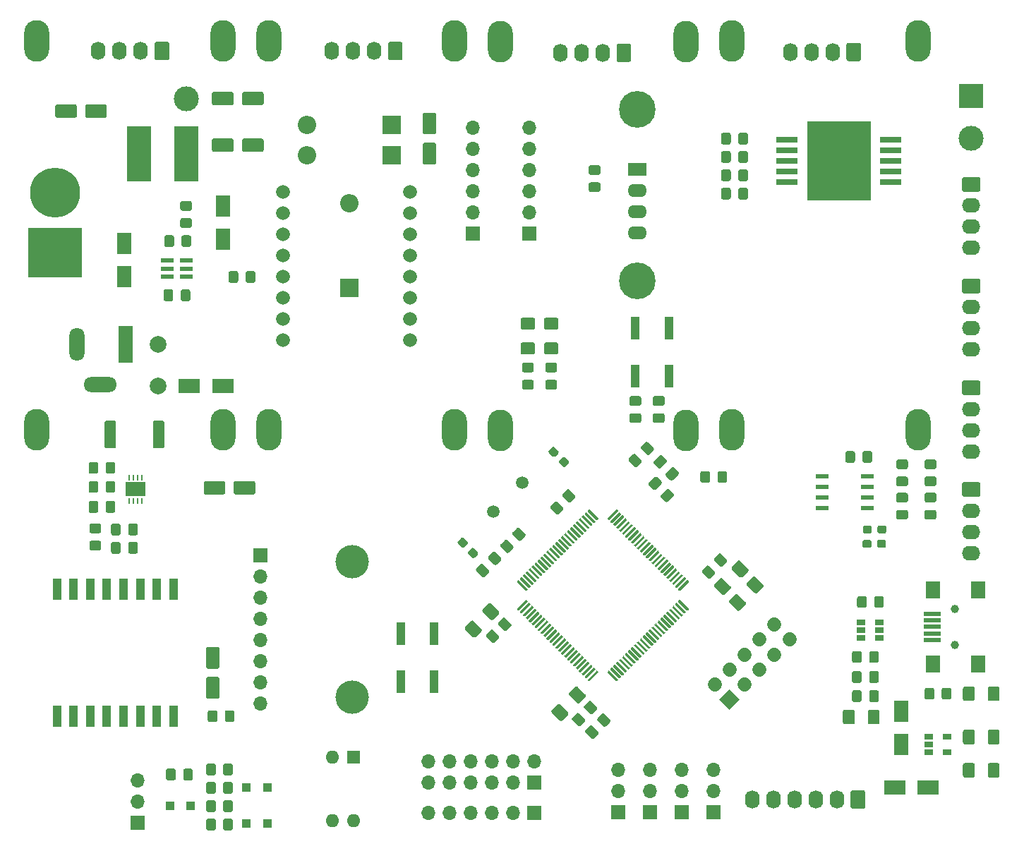
<source format=gbr>
G04 #@! TF.GenerationSoftware,KiCad,Pcbnew,(5.1.5)-3*
G04 #@! TF.CreationDate,2020-06-17T18:22:29-03:00*
G04 #@! TF.ProjectId,root,726f6f74-2e6b-4696-9361-645f70636258,rev?*
G04 #@! TF.SameCoordinates,Original*
G04 #@! TF.FileFunction,Soldermask,Top*
G04 #@! TF.FilePolarity,Negative*
%FSLAX46Y46*%
G04 Gerber Fmt 4.6, Leading zero omitted, Abs format (unit mm)*
G04 Created by KiCad (PCBNEW (5.1.5)-3) date 2020-06-17 18:22:29*
%MOMM*%
%LPD*%
G04 APERTURE LIST*
%ADD10C,1.727200*%
%ADD11C,0.100000*%
%ADD12R,2.380000X1.660000*%
%ADD13R,0.250000X0.700000*%
%ADD14O,1.700000X1.700000*%
%ADD15R,1.700000X1.700000*%
%ADD16R,2.300000X1.600000*%
%ADD17O,2.300000X1.600000*%
%ADD18C,4.400000*%
%ADD19R,2.850000X6.600000*%
%ADD20R,2.500000X1.800000*%
%ADD21R,1.000000X2.500000*%
%ADD22R,1.800000X4.400000*%
%ADD23O,1.800000X4.000000*%
%ADD24O,4.000000X1.800000*%
%ADD25C,4.000000*%
%ADD26R,1.000000X2.750000*%
%ADD27C,3.000000*%
%ADD28R,3.000000X3.000000*%
%ADD29O,1.600000X1.600000*%
%ADD30R,1.600000X1.600000*%
%ADD31C,1.000000*%
%ADD32R,1.700000X2.000000*%
%ADD33R,2.000000X0.500000*%
%ADD34C,1.500000*%
%ADD35R,1.550000X0.600000*%
%ADD36R,1.060000X0.650000*%
%ADD37R,1.610000X0.590000*%
%ADD38O,3.000000X5.000000*%
%ADD39R,7.600000X9.600000*%
%ADD40R,2.650000X0.750000*%
%ADD41C,1.665000*%
%ADD42O,2.200000X1.740000*%
%ADD43O,1.740000X2.200000*%
%ADD44C,6.000000*%
%ADD45R,6.500000X6.000000*%
%ADD46C,2.000000*%
%ADD47R,1.800000X2.500000*%
%ADD48R,1.000000X1.000000*%
%ADD49O,2.200000X2.200000*%
%ADD50R,2.200000X2.200000*%
G04 APERTURE END LIST*
D10*
X181988154Y-123619744D02*
X181988154Y-123619744D01*
X183784205Y-125415795D02*
X183784205Y-125415795D01*
X180192102Y-125415795D02*
X180192102Y-125415795D01*
X181988154Y-127211846D02*
X181988154Y-127211846D01*
X178396051Y-127211846D02*
X178396051Y-127211846D01*
X180192102Y-129007898D02*
X180192102Y-129007898D01*
X176600000Y-129007898D02*
X176600000Y-129007898D01*
X178396051Y-130803949D02*
X178396051Y-130803949D01*
X174803949Y-130803949D02*
X174803949Y-130803949D01*
D11*
G36*
X177821315Y-132600000D02*
G01*
X176600000Y-133821315D01*
X175378685Y-132600000D01*
X176600000Y-131378685D01*
X177821315Y-132600000D01*
G37*
D12*
X105305000Y-107385000D03*
D13*
X104555000Y-105985000D03*
X105055000Y-105985000D03*
X105555000Y-105985000D03*
X106055000Y-105985000D03*
X106055000Y-108785000D03*
X105555000Y-108785000D03*
X105055000Y-108785000D03*
X104555000Y-108785000D03*
D11*
G36*
X160874505Y-70551204D02*
G01*
X160898773Y-70554804D01*
X160922572Y-70560765D01*
X160945671Y-70569030D01*
X160967850Y-70579520D01*
X160988893Y-70592132D01*
X161008599Y-70606747D01*
X161026777Y-70623223D01*
X161043253Y-70641401D01*
X161057868Y-70661107D01*
X161070480Y-70682150D01*
X161080970Y-70704329D01*
X161089235Y-70727428D01*
X161095196Y-70751227D01*
X161098796Y-70775495D01*
X161100000Y-70799999D01*
X161100000Y-71450001D01*
X161098796Y-71474505D01*
X161095196Y-71498773D01*
X161089235Y-71522572D01*
X161080970Y-71545671D01*
X161070480Y-71567850D01*
X161057868Y-71588893D01*
X161043253Y-71608599D01*
X161026777Y-71626777D01*
X161008599Y-71643253D01*
X160988893Y-71657868D01*
X160967850Y-71670480D01*
X160945671Y-71680970D01*
X160922572Y-71689235D01*
X160898773Y-71695196D01*
X160874505Y-71698796D01*
X160850001Y-71700000D01*
X159949999Y-71700000D01*
X159925495Y-71698796D01*
X159901227Y-71695196D01*
X159877428Y-71689235D01*
X159854329Y-71680970D01*
X159832150Y-71670480D01*
X159811107Y-71657868D01*
X159791401Y-71643253D01*
X159773223Y-71626777D01*
X159756747Y-71608599D01*
X159742132Y-71588893D01*
X159729520Y-71567850D01*
X159719030Y-71545671D01*
X159710765Y-71522572D01*
X159704804Y-71498773D01*
X159701204Y-71474505D01*
X159700000Y-71450001D01*
X159700000Y-70799999D01*
X159701204Y-70775495D01*
X159704804Y-70751227D01*
X159710765Y-70727428D01*
X159719030Y-70704329D01*
X159729520Y-70682150D01*
X159742132Y-70661107D01*
X159756747Y-70641401D01*
X159773223Y-70623223D01*
X159791401Y-70606747D01*
X159811107Y-70592132D01*
X159832150Y-70579520D01*
X159854329Y-70569030D01*
X159877428Y-70560765D01*
X159901227Y-70554804D01*
X159925495Y-70551204D01*
X159949999Y-70550000D01*
X160850001Y-70550000D01*
X160874505Y-70551204D01*
G37*
G36*
X160874505Y-68501204D02*
G01*
X160898773Y-68504804D01*
X160922572Y-68510765D01*
X160945671Y-68519030D01*
X160967850Y-68529520D01*
X160988893Y-68542132D01*
X161008599Y-68556747D01*
X161026777Y-68573223D01*
X161043253Y-68591401D01*
X161057868Y-68611107D01*
X161070480Y-68632150D01*
X161080970Y-68654329D01*
X161089235Y-68677428D01*
X161095196Y-68701227D01*
X161098796Y-68725495D01*
X161100000Y-68749999D01*
X161100000Y-69400001D01*
X161098796Y-69424505D01*
X161095196Y-69448773D01*
X161089235Y-69472572D01*
X161080970Y-69495671D01*
X161070480Y-69517850D01*
X161057868Y-69538893D01*
X161043253Y-69558599D01*
X161026777Y-69576777D01*
X161008599Y-69593253D01*
X160988893Y-69607868D01*
X160967850Y-69620480D01*
X160945671Y-69630970D01*
X160922572Y-69639235D01*
X160898773Y-69645196D01*
X160874505Y-69648796D01*
X160850001Y-69650000D01*
X159949999Y-69650000D01*
X159925495Y-69648796D01*
X159901227Y-69645196D01*
X159877428Y-69639235D01*
X159854329Y-69630970D01*
X159832150Y-69620480D01*
X159811107Y-69607868D01*
X159791401Y-69593253D01*
X159773223Y-69576777D01*
X159756747Y-69558599D01*
X159742132Y-69538893D01*
X159729520Y-69517850D01*
X159719030Y-69495671D01*
X159710765Y-69472572D01*
X159704804Y-69448773D01*
X159701204Y-69424505D01*
X159700000Y-69400001D01*
X159700000Y-68749999D01*
X159701204Y-68725495D01*
X159704804Y-68701227D01*
X159710765Y-68677428D01*
X159719030Y-68654329D01*
X159729520Y-68632150D01*
X159742132Y-68611107D01*
X159756747Y-68591401D01*
X159773223Y-68573223D01*
X159791401Y-68556747D01*
X159811107Y-68542132D01*
X159832150Y-68529520D01*
X159854329Y-68519030D01*
X159877428Y-68510765D01*
X159901227Y-68504804D01*
X159925495Y-68501204D01*
X159949999Y-68500000D01*
X160850001Y-68500000D01*
X160874505Y-68501204D01*
G37*
G36*
X141174504Y-65801204D02*
G01*
X141198773Y-65804804D01*
X141222571Y-65810765D01*
X141245671Y-65819030D01*
X141267849Y-65829520D01*
X141288893Y-65842133D01*
X141308598Y-65856747D01*
X141326777Y-65873223D01*
X141343253Y-65891402D01*
X141357867Y-65911107D01*
X141370480Y-65932151D01*
X141380970Y-65954329D01*
X141389235Y-65977429D01*
X141395196Y-66001227D01*
X141398796Y-66025496D01*
X141400000Y-66050000D01*
X141400000Y-68150000D01*
X141398796Y-68174504D01*
X141395196Y-68198773D01*
X141389235Y-68222571D01*
X141380970Y-68245671D01*
X141370480Y-68267849D01*
X141357867Y-68288893D01*
X141343253Y-68308598D01*
X141326777Y-68326777D01*
X141308598Y-68343253D01*
X141288893Y-68357867D01*
X141267849Y-68370480D01*
X141245671Y-68380970D01*
X141222571Y-68389235D01*
X141198773Y-68395196D01*
X141174504Y-68398796D01*
X141150000Y-68400000D01*
X140050000Y-68400000D01*
X140025496Y-68398796D01*
X140001227Y-68395196D01*
X139977429Y-68389235D01*
X139954329Y-68380970D01*
X139932151Y-68370480D01*
X139911107Y-68357867D01*
X139891402Y-68343253D01*
X139873223Y-68326777D01*
X139856747Y-68308598D01*
X139842133Y-68288893D01*
X139829520Y-68267849D01*
X139819030Y-68245671D01*
X139810765Y-68222571D01*
X139804804Y-68198773D01*
X139801204Y-68174504D01*
X139800000Y-68150000D01*
X139800000Y-66050000D01*
X139801204Y-66025496D01*
X139804804Y-66001227D01*
X139810765Y-65977429D01*
X139819030Y-65954329D01*
X139829520Y-65932151D01*
X139842133Y-65911107D01*
X139856747Y-65891402D01*
X139873223Y-65873223D01*
X139891402Y-65856747D01*
X139911107Y-65842133D01*
X139932151Y-65829520D01*
X139954329Y-65819030D01*
X139977429Y-65810765D01*
X140001227Y-65804804D01*
X140025496Y-65801204D01*
X140050000Y-65800000D01*
X141150000Y-65800000D01*
X141174504Y-65801204D01*
G37*
G36*
X141174504Y-62201204D02*
G01*
X141198773Y-62204804D01*
X141222571Y-62210765D01*
X141245671Y-62219030D01*
X141267849Y-62229520D01*
X141288893Y-62242133D01*
X141308598Y-62256747D01*
X141326777Y-62273223D01*
X141343253Y-62291402D01*
X141357867Y-62311107D01*
X141370480Y-62332151D01*
X141380970Y-62354329D01*
X141389235Y-62377429D01*
X141395196Y-62401227D01*
X141398796Y-62425496D01*
X141400000Y-62450000D01*
X141400000Y-64550000D01*
X141398796Y-64574504D01*
X141395196Y-64598773D01*
X141389235Y-64622571D01*
X141380970Y-64645671D01*
X141370480Y-64667849D01*
X141357867Y-64688893D01*
X141343253Y-64708598D01*
X141326777Y-64726777D01*
X141308598Y-64743253D01*
X141288893Y-64757867D01*
X141267849Y-64770480D01*
X141245671Y-64780970D01*
X141222571Y-64789235D01*
X141198773Y-64795196D01*
X141174504Y-64798796D01*
X141150000Y-64800000D01*
X140050000Y-64800000D01*
X140025496Y-64798796D01*
X140001227Y-64795196D01*
X139977429Y-64789235D01*
X139954329Y-64780970D01*
X139932151Y-64770480D01*
X139911107Y-64757867D01*
X139891402Y-64743253D01*
X139873223Y-64726777D01*
X139856747Y-64708598D01*
X139842133Y-64688893D01*
X139829520Y-64667849D01*
X139819030Y-64645671D01*
X139810765Y-64622571D01*
X139804804Y-64598773D01*
X139801204Y-64574504D01*
X139800000Y-64550000D01*
X139800000Y-62450000D01*
X139801204Y-62425496D01*
X139804804Y-62401227D01*
X139810765Y-62377429D01*
X139819030Y-62354329D01*
X139829520Y-62332151D01*
X139842133Y-62311107D01*
X139856747Y-62291402D01*
X139873223Y-62273223D01*
X139891402Y-62256747D01*
X139911107Y-62242133D01*
X139932151Y-62229520D01*
X139954329Y-62219030D01*
X139977429Y-62210765D01*
X140001227Y-62204804D01*
X140025496Y-62201204D01*
X140050000Y-62200000D01*
X141150000Y-62200000D01*
X141174504Y-62201204D01*
G37*
G36*
X116974505Y-133901204D02*
G01*
X116998773Y-133904804D01*
X117022572Y-133910765D01*
X117045671Y-133919030D01*
X117067850Y-133929520D01*
X117088893Y-133942132D01*
X117108599Y-133956747D01*
X117126777Y-133973223D01*
X117143253Y-133991401D01*
X117157868Y-134011107D01*
X117170480Y-134032150D01*
X117180970Y-134054329D01*
X117189235Y-134077428D01*
X117195196Y-134101227D01*
X117198796Y-134125495D01*
X117200000Y-134149999D01*
X117200000Y-135050001D01*
X117198796Y-135074505D01*
X117195196Y-135098773D01*
X117189235Y-135122572D01*
X117180970Y-135145671D01*
X117170480Y-135167850D01*
X117157868Y-135188893D01*
X117143253Y-135208599D01*
X117126777Y-135226777D01*
X117108599Y-135243253D01*
X117088893Y-135257868D01*
X117067850Y-135270480D01*
X117045671Y-135280970D01*
X117022572Y-135289235D01*
X116998773Y-135295196D01*
X116974505Y-135298796D01*
X116950001Y-135300000D01*
X116299999Y-135300000D01*
X116275495Y-135298796D01*
X116251227Y-135295196D01*
X116227428Y-135289235D01*
X116204329Y-135280970D01*
X116182150Y-135270480D01*
X116161107Y-135257868D01*
X116141401Y-135243253D01*
X116123223Y-135226777D01*
X116106747Y-135208599D01*
X116092132Y-135188893D01*
X116079520Y-135167850D01*
X116069030Y-135145671D01*
X116060765Y-135122572D01*
X116054804Y-135098773D01*
X116051204Y-135074505D01*
X116050000Y-135050001D01*
X116050000Y-134149999D01*
X116051204Y-134125495D01*
X116054804Y-134101227D01*
X116060765Y-134077428D01*
X116069030Y-134054329D01*
X116079520Y-134032150D01*
X116092132Y-134011107D01*
X116106747Y-133991401D01*
X116123223Y-133973223D01*
X116141401Y-133956747D01*
X116161107Y-133942132D01*
X116182150Y-133929520D01*
X116204329Y-133919030D01*
X116227428Y-133910765D01*
X116251227Y-133904804D01*
X116275495Y-133901204D01*
X116299999Y-133900000D01*
X116950001Y-133900000D01*
X116974505Y-133901204D01*
G37*
G36*
X114924505Y-133901204D02*
G01*
X114948773Y-133904804D01*
X114972572Y-133910765D01*
X114995671Y-133919030D01*
X115017850Y-133929520D01*
X115038893Y-133942132D01*
X115058599Y-133956747D01*
X115076777Y-133973223D01*
X115093253Y-133991401D01*
X115107868Y-134011107D01*
X115120480Y-134032150D01*
X115130970Y-134054329D01*
X115139235Y-134077428D01*
X115145196Y-134101227D01*
X115148796Y-134125495D01*
X115150000Y-134149999D01*
X115150000Y-135050001D01*
X115148796Y-135074505D01*
X115145196Y-135098773D01*
X115139235Y-135122572D01*
X115130970Y-135145671D01*
X115120480Y-135167850D01*
X115107868Y-135188893D01*
X115093253Y-135208599D01*
X115076777Y-135226777D01*
X115058599Y-135243253D01*
X115038893Y-135257868D01*
X115017850Y-135270480D01*
X114995671Y-135280970D01*
X114972572Y-135289235D01*
X114948773Y-135295196D01*
X114924505Y-135298796D01*
X114900001Y-135300000D01*
X114249999Y-135300000D01*
X114225495Y-135298796D01*
X114201227Y-135295196D01*
X114177428Y-135289235D01*
X114154329Y-135280970D01*
X114132150Y-135270480D01*
X114111107Y-135257868D01*
X114091401Y-135243253D01*
X114073223Y-135226777D01*
X114056747Y-135208599D01*
X114042132Y-135188893D01*
X114029520Y-135167850D01*
X114019030Y-135145671D01*
X114010765Y-135122572D01*
X114004804Y-135098773D01*
X114001204Y-135074505D01*
X114000000Y-135050001D01*
X114000000Y-134149999D01*
X114001204Y-134125495D01*
X114004804Y-134101227D01*
X114010765Y-134077428D01*
X114019030Y-134054329D01*
X114029520Y-134032150D01*
X114042132Y-134011107D01*
X114056747Y-133991401D01*
X114073223Y-133973223D01*
X114091401Y-133956747D01*
X114111107Y-133942132D01*
X114132150Y-133929520D01*
X114154329Y-133919030D01*
X114177428Y-133910765D01*
X114201227Y-133904804D01*
X114225495Y-133901204D01*
X114249999Y-133900000D01*
X114900001Y-133900000D01*
X114924505Y-133901204D01*
G37*
G36*
X115174504Y-126301204D02*
G01*
X115198773Y-126304804D01*
X115222571Y-126310765D01*
X115245671Y-126319030D01*
X115267849Y-126329520D01*
X115288893Y-126342133D01*
X115308598Y-126356747D01*
X115326777Y-126373223D01*
X115343253Y-126391402D01*
X115357867Y-126411107D01*
X115370480Y-126432151D01*
X115380970Y-126454329D01*
X115389235Y-126477429D01*
X115395196Y-126501227D01*
X115398796Y-126525496D01*
X115400000Y-126550000D01*
X115400000Y-128650000D01*
X115398796Y-128674504D01*
X115395196Y-128698773D01*
X115389235Y-128722571D01*
X115380970Y-128745671D01*
X115370480Y-128767849D01*
X115357867Y-128788893D01*
X115343253Y-128808598D01*
X115326777Y-128826777D01*
X115308598Y-128843253D01*
X115288893Y-128857867D01*
X115267849Y-128870480D01*
X115245671Y-128880970D01*
X115222571Y-128889235D01*
X115198773Y-128895196D01*
X115174504Y-128898796D01*
X115150000Y-128900000D01*
X114050000Y-128900000D01*
X114025496Y-128898796D01*
X114001227Y-128895196D01*
X113977429Y-128889235D01*
X113954329Y-128880970D01*
X113932151Y-128870480D01*
X113911107Y-128857867D01*
X113891402Y-128843253D01*
X113873223Y-128826777D01*
X113856747Y-128808598D01*
X113842133Y-128788893D01*
X113829520Y-128767849D01*
X113819030Y-128745671D01*
X113810765Y-128722571D01*
X113804804Y-128698773D01*
X113801204Y-128674504D01*
X113800000Y-128650000D01*
X113800000Y-126550000D01*
X113801204Y-126525496D01*
X113804804Y-126501227D01*
X113810765Y-126477429D01*
X113819030Y-126454329D01*
X113829520Y-126432151D01*
X113842133Y-126411107D01*
X113856747Y-126391402D01*
X113873223Y-126373223D01*
X113891402Y-126356747D01*
X113911107Y-126342133D01*
X113932151Y-126329520D01*
X113954329Y-126319030D01*
X113977429Y-126310765D01*
X114001227Y-126304804D01*
X114025496Y-126301204D01*
X114050000Y-126300000D01*
X115150000Y-126300000D01*
X115174504Y-126301204D01*
G37*
G36*
X115174504Y-129901204D02*
G01*
X115198773Y-129904804D01*
X115222571Y-129910765D01*
X115245671Y-129919030D01*
X115267849Y-129929520D01*
X115288893Y-129942133D01*
X115308598Y-129956747D01*
X115326777Y-129973223D01*
X115343253Y-129991402D01*
X115357867Y-130011107D01*
X115370480Y-130032151D01*
X115380970Y-130054329D01*
X115389235Y-130077429D01*
X115395196Y-130101227D01*
X115398796Y-130125496D01*
X115400000Y-130150000D01*
X115400000Y-132250000D01*
X115398796Y-132274504D01*
X115395196Y-132298773D01*
X115389235Y-132322571D01*
X115380970Y-132345671D01*
X115370480Y-132367849D01*
X115357867Y-132388893D01*
X115343253Y-132408598D01*
X115326777Y-132426777D01*
X115308598Y-132443253D01*
X115288893Y-132457867D01*
X115267849Y-132470480D01*
X115245671Y-132480970D01*
X115222571Y-132489235D01*
X115198773Y-132495196D01*
X115174504Y-132498796D01*
X115150000Y-132500000D01*
X114050000Y-132500000D01*
X114025496Y-132498796D01*
X114001227Y-132495196D01*
X113977429Y-132489235D01*
X113954329Y-132480970D01*
X113932151Y-132470480D01*
X113911107Y-132457867D01*
X113891402Y-132443253D01*
X113873223Y-132426777D01*
X113856747Y-132408598D01*
X113842133Y-132388893D01*
X113829520Y-132367849D01*
X113819030Y-132345671D01*
X113810765Y-132322571D01*
X113804804Y-132298773D01*
X113801204Y-132274504D01*
X113800000Y-132250000D01*
X113800000Y-130150000D01*
X113801204Y-130125496D01*
X113804804Y-130101227D01*
X113810765Y-130077429D01*
X113819030Y-130054329D01*
X113829520Y-130032151D01*
X113842133Y-130011107D01*
X113856747Y-129991402D01*
X113873223Y-129973223D01*
X113891402Y-129956747D01*
X113911107Y-129942133D01*
X113932151Y-129929520D01*
X113954329Y-129919030D01*
X113977429Y-129910765D01*
X114001227Y-129904804D01*
X114025496Y-129901204D01*
X114050000Y-129900000D01*
X115150000Y-129900000D01*
X115174504Y-129901204D01*
G37*
D14*
X140500000Y-146200000D03*
X143040000Y-146200000D03*
X145580000Y-146200000D03*
X148120000Y-146200000D03*
X150660000Y-146200000D03*
D15*
X153200000Y-146200000D03*
D14*
X140500000Y-140060000D03*
X140500000Y-142600000D03*
X143040000Y-140060000D03*
X143040000Y-142600000D03*
X145580000Y-140060000D03*
X145580000Y-142600000D03*
X148120000Y-140060000D03*
X148120000Y-142600000D03*
X150660000Y-140060000D03*
X150660000Y-142600000D03*
X153200000Y-140060000D03*
D15*
X153200000Y-142600000D03*
D16*
X165500000Y-69030000D03*
D17*
X165500000Y-71570000D03*
X165500000Y-74110000D03*
D18*
X165500000Y-82400000D03*
D17*
X165500000Y-76650000D03*
D18*
X165500000Y-61800000D03*
D19*
X111425000Y-67100000D03*
X105775000Y-67100000D03*
D20*
X196400000Y-143200000D03*
X200400000Y-143200000D03*
D14*
X105600000Y-142320000D03*
X105600000Y-144860000D03*
D15*
X105600000Y-147400000D03*
D11*
G36*
X100624505Y-106401204D02*
G01*
X100648773Y-106404804D01*
X100672572Y-106410765D01*
X100695671Y-106419030D01*
X100717850Y-106429520D01*
X100738893Y-106442132D01*
X100758599Y-106456747D01*
X100776777Y-106473223D01*
X100793253Y-106491401D01*
X100807868Y-106511107D01*
X100820480Y-106532150D01*
X100830970Y-106554329D01*
X100839235Y-106577428D01*
X100845196Y-106601227D01*
X100848796Y-106625495D01*
X100850000Y-106649999D01*
X100850000Y-107550001D01*
X100848796Y-107574505D01*
X100845196Y-107598773D01*
X100839235Y-107622572D01*
X100830970Y-107645671D01*
X100820480Y-107667850D01*
X100807868Y-107688893D01*
X100793253Y-107708599D01*
X100776777Y-107726777D01*
X100758599Y-107743253D01*
X100738893Y-107757868D01*
X100717850Y-107770480D01*
X100695671Y-107780970D01*
X100672572Y-107789235D01*
X100648773Y-107795196D01*
X100624505Y-107798796D01*
X100600001Y-107800000D01*
X99949999Y-107800000D01*
X99925495Y-107798796D01*
X99901227Y-107795196D01*
X99877428Y-107789235D01*
X99854329Y-107780970D01*
X99832150Y-107770480D01*
X99811107Y-107757868D01*
X99791401Y-107743253D01*
X99773223Y-107726777D01*
X99756747Y-107708599D01*
X99742132Y-107688893D01*
X99729520Y-107667850D01*
X99719030Y-107645671D01*
X99710765Y-107622572D01*
X99704804Y-107598773D01*
X99701204Y-107574505D01*
X99700000Y-107550001D01*
X99700000Y-106649999D01*
X99701204Y-106625495D01*
X99704804Y-106601227D01*
X99710765Y-106577428D01*
X99719030Y-106554329D01*
X99729520Y-106532150D01*
X99742132Y-106511107D01*
X99756747Y-106491401D01*
X99773223Y-106473223D01*
X99791401Y-106456747D01*
X99811107Y-106442132D01*
X99832150Y-106429520D01*
X99854329Y-106419030D01*
X99877428Y-106410765D01*
X99901227Y-106404804D01*
X99925495Y-106401204D01*
X99949999Y-106400000D01*
X100600001Y-106400000D01*
X100624505Y-106401204D01*
G37*
G36*
X102674505Y-106401204D02*
G01*
X102698773Y-106404804D01*
X102722572Y-106410765D01*
X102745671Y-106419030D01*
X102767850Y-106429520D01*
X102788893Y-106442132D01*
X102808599Y-106456747D01*
X102826777Y-106473223D01*
X102843253Y-106491401D01*
X102857868Y-106511107D01*
X102870480Y-106532150D01*
X102880970Y-106554329D01*
X102889235Y-106577428D01*
X102895196Y-106601227D01*
X102898796Y-106625495D01*
X102900000Y-106649999D01*
X102900000Y-107550001D01*
X102898796Y-107574505D01*
X102895196Y-107598773D01*
X102889235Y-107622572D01*
X102880970Y-107645671D01*
X102870480Y-107667850D01*
X102857868Y-107688893D01*
X102843253Y-107708599D01*
X102826777Y-107726777D01*
X102808599Y-107743253D01*
X102788893Y-107757868D01*
X102767850Y-107770480D01*
X102745671Y-107780970D01*
X102722572Y-107789235D01*
X102698773Y-107795196D01*
X102674505Y-107798796D01*
X102650001Y-107800000D01*
X101999999Y-107800000D01*
X101975495Y-107798796D01*
X101951227Y-107795196D01*
X101927428Y-107789235D01*
X101904329Y-107780970D01*
X101882150Y-107770480D01*
X101861107Y-107757868D01*
X101841401Y-107743253D01*
X101823223Y-107726777D01*
X101806747Y-107708599D01*
X101792132Y-107688893D01*
X101779520Y-107667850D01*
X101769030Y-107645671D01*
X101760765Y-107622572D01*
X101754804Y-107598773D01*
X101751204Y-107574505D01*
X101750000Y-107550001D01*
X101750000Y-106649999D01*
X101751204Y-106625495D01*
X101754804Y-106601227D01*
X101760765Y-106577428D01*
X101769030Y-106554329D01*
X101779520Y-106532150D01*
X101792132Y-106511107D01*
X101806747Y-106491401D01*
X101823223Y-106473223D01*
X101841401Y-106456747D01*
X101861107Y-106442132D01*
X101882150Y-106429520D01*
X101904329Y-106419030D01*
X101927428Y-106410765D01*
X101951227Y-106404804D01*
X101975495Y-106401204D01*
X101999999Y-106400000D01*
X102650001Y-106400000D01*
X102674505Y-106401204D01*
G37*
G36*
X100624505Y-104101204D02*
G01*
X100648773Y-104104804D01*
X100672572Y-104110765D01*
X100695671Y-104119030D01*
X100717850Y-104129520D01*
X100738893Y-104142132D01*
X100758599Y-104156747D01*
X100776777Y-104173223D01*
X100793253Y-104191401D01*
X100807868Y-104211107D01*
X100820480Y-104232150D01*
X100830970Y-104254329D01*
X100839235Y-104277428D01*
X100845196Y-104301227D01*
X100848796Y-104325495D01*
X100850000Y-104349999D01*
X100850000Y-105250001D01*
X100848796Y-105274505D01*
X100845196Y-105298773D01*
X100839235Y-105322572D01*
X100830970Y-105345671D01*
X100820480Y-105367850D01*
X100807868Y-105388893D01*
X100793253Y-105408599D01*
X100776777Y-105426777D01*
X100758599Y-105443253D01*
X100738893Y-105457868D01*
X100717850Y-105470480D01*
X100695671Y-105480970D01*
X100672572Y-105489235D01*
X100648773Y-105495196D01*
X100624505Y-105498796D01*
X100600001Y-105500000D01*
X99949999Y-105500000D01*
X99925495Y-105498796D01*
X99901227Y-105495196D01*
X99877428Y-105489235D01*
X99854329Y-105480970D01*
X99832150Y-105470480D01*
X99811107Y-105457868D01*
X99791401Y-105443253D01*
X99773223Y-105426777D01*
X99756747Y-105408599D01*
X99742132Y-105388893D01*
X99729520Y-105367850D01*
X99719030Y-105345671D01*
X99710765Y-105322572D01*
X99704804Y-105298773D01*
X99701204Y-105274505D01*
X99700000Y-105250001D01*
X99700000Y-104349999D01*
X99701204Y-104325495D01*
X99704804Y-104301227D01*
X99710765Y-104277428D01*
X99719030Y-104254329D01*
X99729520Y-104232150D01*
X99742132Y-104211107D01*
X99756747Y-104191401D01*
X99773223Y-104173223D01*
X99791401Y-104156747D01*
X99811107Y-104142132D01*
X99832150Y-104129520D01*
X99854329Y-104119030D01*
X99877428Y-104110765D01*
X99901227Y-104104804D01*
X99925495Y-104101204D01*
X99949999Y-104100000D01*
X100600001Y-104100000D01*
X100624505Y-104101204D01*
G37*
G36*
X102674505Y-104101204D02*
G01*
X102698773Y-104104804D01*
X102722572Y-104110765D01*
X102745671Y-104119030D01*
X102767850Y-104129520D01*
X102788893Y-104142132D01*
X102808599Y-104156747D01*
X102826777Y-104173223D01*
X102843253Y-104191401D01*
X102857868Y-104211107D01*
X102870480Y-104232150D01*
X102880970Y-104254329D01*
X102889235Y-104277428D01*
X102895196Y-104301227D01*
X102898796Y-104325495D01*
X102900000Y-104349999D01*
X102900000Y-105250001D01*
X102898796Y-105274505D01*
X102895196Y-105298773D01*
X102889235Y-105322572D01*
X102880970Y-105345671D01*
X102870480Y-105367850D01*
X102857868Y-105388893D01*
X102843253Y-105408599D01*
X102826777Y-105426777D01*
X102808599Y-105443253D01*
X102788893Y-105457868D01*
X102767850Y-105470480D01*
X102745671Y-105480970D01*
X102722572Y-105489235D01*
X102698773Y-105495196D01*
X102674505Y-105498796D01*
X102650001Y-105500000D01*
X101999999Y-105500000D01*
X101975495Y-105498796D01*
X101951227Y-105495196D01*
X101927428Y-105489235D01*
X101904329Y-105480970D01*
X101882150Y-105470480D01*
X101861107Y-105457868D01*
X101841401Y-105443253D01*
X101823223Y-105426777D01*
X101806747Y-105408599D01*
X101792132Y-105388893D01*
X101779520Y-105367850D01*
X101769030Y-105345671D01*
X101760765Y-105322572D01*
X101754804Y-105298773D01*
X101751204Y-105274505D01*
X101750000Y-105250001D01*
X101750000Y-104349999D01*
X101751204Y-104325495D01*
X101754804Y-104301227D01*
X101760765Y-104277428D01*
X101769030Y-104254329D01*
X101779520Y-104232150D01*
X101792132Y-104211107D01*
X101806747Y-104191401D01*
X101823223Y-104173223D01*
X101841401Y-104156747D01*
X101861107Y-104142132D01*
X101882150Y-104129520D01*
X101904329Y-104119030D01*
X101927428Y-104110765D01*
X101951227Y-104104804D01*
X101975495Y-104101204D01*
X101999999Y-104100000D01*
X102650001Y-104100000D01*
X102674505Y-104101204D01*
G37*
D21*
X95900000Y-134600000D03*
X97900000Y-134600000D03*
X99900000Y-134600000D03*
X101900000Y-134600000D03*
X103900000Y-134600000D03*
X105900000Y-134600000D03*
X107900000Y-134600000D03*
X109900000Y-134600000D03*
X109900000Y-119400000D03*
X107900000Y-119400000D03*
X105900000Y-119400000D03*
X103900000Y-119400000D03*
X101900000Y-119400000D03*
X99900000Y-119400000D03*
X97900000Y-119400000D03*
X95900000Y-119400000D03*
D22*
X104130000Y-90010000D03*
D23*
X98330000Y-90010000D03*
D24*
X101130000Y-94810000D03*
D25*
X131300000Y-132300000D03*
X131300000Y-116100000D03*
D14*
X120300000Y-125460000D03*
X120300000Y-133080000D03*
X120300000Y-130540000D03*
X120300000Y-122920000D03*
D15*
X120300000Y-115300000D03*
D14*
X120300000Y-120380000D03*
X120300000Y-117840000D03*
X120300000Y-128000000D03*
D26*
X141140000Y-124730000D03*
X141140000Y-130490000D03*
X137140000Y-130490000D03*
X137140000Y-124730000D03*
X165300000Y-93810000D03*
X165300000Y-88050000D03*
X169300000Y-88050000D03*
X169300000Y-93810000D03*
D27*
X205550000Y-65260000D03*
D28*
X205550000Y-60180000D03*
D29*
X131450000Y-147170000D03*
X128910000Y-139550000D03*
X128910000Y-147170000D03*
D30*
X131450000Y-139550000D03*
D11*
G36*
X163051374Y-109789991D02*
G01*
X163058655Y-109791071D01*
X163065794Y-109792859D01*
X163072724Y-109795339D01*
X163079378Y-109798486D01*
X163085691Y-109802270D01*
X163091602Y-109806654D01*
X163097056Y-109811597D01*
X163203122Y-109917663D01*
X163208065Y-109923117D01*
X163212449Y-109929028D01*
X163216233Y-109935341D01*
X163219380Y-109941995D01*
X163221860Y-109948925D01*
X163223648Y-109956064D01*
X163224728Y-109963345D01*
X163225089Y-109970696D01*
X163224728Y-109978047D01*
X163223648Y-109985328D01*
X163221860Y-109992467D01*
X163219380Y-109999397D01*
X163216233Y-110006051D01*
X163212449Y-110012364D01*
X163208065Y-110018275D01*
X163203122Y-110023729D01*
X162177818Y-111049033D01*
X162172364Y-111053976D01*
X162166453Y-111058360D01*
X162160140Y-111062144D01*
X162153486Y-111065291D01*
X162146556Y-111067771D01*
X162139417Y-111069559D01*
X162132136Y-111070639D01*
X162124785Y-111071000D01*
X162117434Y-111070639D01*
X162110153Y-111069559D01*
X162103014Y-111067771D01*
X162096084Y-111065291D01*
X162089430Y-111062144D01*
X162083117Y-111058360D01*
X162077206Y-111053976D01*
X162071752Y-111049033D01*
X161965686Y-110942967D01*
X161960743Y-110937513D01*
X161956359Y-110931602D01*
X161952575Y-110925289D01*
X161949428Y-110918635D01*
X161946948Y-110911705D01*
X161945160Y-110904566D01*
X161944080Y-110897285D01*
X161943719Y-110889934D01*
X161944080Y-110882583D01*
X161945160Y-110875302D01*
X161946948Y-110868163D01*
X161949428Y-110861233D01*
X161952575Y-110854579D01*
X161956359Y-110848266D01*
X161960743Y-110842355D01*
X161965686Y-110836901D01*
X162990990Y-109811597D01*
X162996444Y-109806654D01*
X163002355Y-109802270D01*
X163008668Y-109798486D01*
X163015322Y-109795339D01*
X163022252Y-109792859D01*
X163029391Y-109791071D01*
X163036672Y-109789991D01*
X163044023Y-109789630D01*
X163051374Y-109789991D01*
G37*
G36*
X163404927Y-110143544D02*
G01*
X163412208Y-110144624D01*
X163419347Y-110146412D01*
X163426277Y-110148892D01*
X163432931Y-110152039D01*
X163439244Y-110155823D01*
X163445155Y-110160207D01*
X163450609Y-110165150D01*
X163556675Y-110271216D01*
X163561618Y-110276670D01*
X163566002Y-110282581D01*
X163569786Y-110288894D01*
X163572933Y-110295548D01*
X163575413Y-110302478D01*
X163577201Y-110309617D01*
X163578281Y-110316898D01*
X163578642Y-110324249D01*
X163578281Y-110331600D01*
X163577201Y-110338881D01*
X163575413Y-110346020D01*
X163572933Y-110352950D01*
X163569786Y-110359604D01*
X163566002Y-110365917D01*
X163561618Y-110371828D01*
X163556675Y-110377282D01*
X162531371Y-111402586D01*
X162525917Y-111407529D01*
X162520006Y-111411913D01*
X162513693Y-111415697D01*
X162507039Y-111418844D01*
X162500109Y-111421324D01*
X162492970Y-111423112D01*
X162485689Y-111424192D01*
X162478338Y-111424553D01*
X162470987Y-111424192D01*
X162463706Y-111423112D01*
X162456567Y-111421324D01*
X162449637Y-111418844D01*
X162442983Y-111415697D01*
X162436670Y-111411913D01*
X162430759Y-111407529D01*
X162425305Y-111402586D01*
X162319239Y-111296520D01*
X162314296Y-111291066D01*
X162309912Y-111285155D01*
X162306128Y-111278842D01*
X162302981Y-111272188D01*
X162300501Y-111265258D01*
X162298713Y-111258119D01*
X162297633Y-111250838D01*
X162297272Y-111243487D01*
X162297633Y-111236136D01*
X162298713Y-111228855D01*
X162300501Y-111221716D01*
X162302981Y-111214786D01*
X162306128Y-111208132D01*
X162309912Y-111201819D01*
X162314296Y-111195908D01*
X162319239Y-111190454D01*
X163344543Y-110165150D01*
X163349997Y-110160207D01*
X163355908Y-110155823D01*
X163362221Y-110152039D01*
X163368875Y-110148892D01*
X163375805Y-110146412D01*
X163382944Y-110144624D01*
X163390225Y-110143544D01*
X163397576Y-110143183D01*
X163404927Y-110143544D01*
G37*
G36*
X163758481Y-110497098D02*
G01*
X163765762Y-110498178D01*
X163772901Y-110499966D01*
X163779831Y-110502446D01*
X163786485Y-110505593D01*
X163792798Y-110509377D01*
X163798709Y-110513761D01*
X163804163Y-110518704D01*
X163910229Y-110624770D01*
X163915172Y-110630224D01*
X163919556Y-110636135D01*
X163923340Y-110642448D01*
X163926487Y-110649102D01*
X163928967Y-110656032D01*
X163930755Y-110663171D01*
X163931835Y-110670452D01*
X163932196Y-110677803D01*
X163931835Y-110685154D01*
X163930755Y-110692435D01*
X163928967Y-110699574D01*
X163926487Y-110706504D01*
X163923340Y-110713158D01*
X163919556Y-110719471D01*
X163915172Y-110725382D01*
X163910229Y-110730836D01*
X162884925Y-111756140D01*
X162879471Y-111761083D01*
X162873560Y-111765467D01*
X162867247Y-111769251D01*
X162860593Y-111772398D01*
X162853663Y-111774878D01*
X162846524Y-111776666D01*
X162839243Y-111777746D01*
X162831892Y-111778107D01*
X162824541Y-111777746D01*
X162817260Y-111776666D01*
X162810121Y-111774878D01*
X162803191Y-111772398D01*
X162796537Y-111769251D01*
X162790224Y-111765467D01*
X162784313Y-111761083D01*
X162778859Y-111756140D01*
X162672793Y-111650074D01*
X162667850Y-111644620D01*
X162663466Y-111638709D01*
X162659682Y-111632396D01*
X162656535Y-111625742D01*
X162654055Y-111618812D01*
X162652267Y-111611673D01*
X162651187Y-111604392D01*
X162650826Y-111597041D01*
X162651187Y-111589690D01*
X162652267Y-111582409D01*
X162654055Y-111575270D01*
X162656535Y-111568340D01*
X162659682Y-111561686D01*
X162663466Y-111555373D01*
X162667850Y-111549462D01*
X162672793Y-111544008D01*
X163698097Y-110518704D01*
X163703551Y-110513761D01*
X163709462Y-110509377D01*
X163715775Y-110505593D01*
X163722429Y-110502446D01*
X163729359Y-110499966D01*
X163736498Y-110498178D01*
X163743779Y-110497098D01*
X163751130Y-110496737D01*
X163758481Y-110497098D01*
G37*
G36*
X164112034Y-110850651D02*
G01*
X164119315Y-110851731D01*
X164126454Y-110853519D01*
X164133384Y-110855999D01*
X164140038Y-110859146D01*
X164146351Y-110862930D01*
X164152262Y-110867314D01*
X164157716Y-110872257D01*
X164263782Y-110978323D01*
X164268725Y-110983777D01*
X164273109Y-110989688D01*
X164276893Y-110996001D01*
X164280040Y-111002655D01*
X164282520Y-111009585D01*
X164284308Y-111016724D01*
X164285388Y-111024005D01*
X164285749Y-111031356D01*
X164285388Y-111038707D01*
X164284308Y-111045988D01*
X164282520Y-111053127D01*
X164280040Y-111060057D01*
X164276893Y-111066711D01*
X164273109Y-111073024D01*
X164268725Y-111078935D01*
X164263782Y-111084389D01*
X163238478Y-112109693D01*
X163233024Y-112114636D01*
X163227113Y-112119020D01*
X163220800Y-112122804D01*
X163214146Y-112125951D01*
X163207216Y-112128431D01*
X163200077Y-112130219D01*
X163192796Y-112131299D01*
X163185445Y-112131660D01*
X163178094Y-112131299D01*
X163170813Y-112130219D01*
X163163674Y-112128431D01*
X163156744Y-112125951D01*
X163150090Y-112122804D01*
X163143777Y-112119020D01*
X163137866Y-112114636D01*
X163132412Y-112109693D01*
X163026346Y-112003627D01*
X163021403Y-111998173D01*
X163017019Y-111992262D01*
X163013235Y-111985949D01*
X163010088Y-111979295D01*
X163007608Y-111972365D01*
X163005820Y-111965226D01*
X163004740Y-111957945D01*
X163004379Y-111950594D01*
X163004740Y-111943243D01*
X163005820Y-111935962D01*
X163007608Y-111928823D01*
X163010088Y-111921893D01*
X163013235Y-111915239D01*
X163017019Y-111908926D01*
X163021403Y-111903015D01*
X163026346Y-111897561D01*
X164051650Y-110872257D01*
X164057104Y-110867314D01*
X164063015Y-110862930D01*
X164069328Y-110859146D01*
X164075982Y-110855999D01*
X164082912Y-110853519D01*
X164090051Y-110851731D01*
X164097332Y-110850651D01*
X164104683Y-110850290D01*
X164112034Y-110850651D01*
G37*
G36*
X164465587Y-111204204D02*
G01*
X164472868Y-111205284D01*
X164480007Y-111207072D01*
X164486937Y-111209552D01*
X164493591Y-111212699D01*
X164499904Y-111216483D01*
X164505815Y-111220867D01*
X164511269Y-111225810D01*
X164617335Y-111331876D01*
X164622278Y-111337330D01*
X164626662Y-111343241D01*
X164630446Y-111349554D01*
X164633593Y-111356208D01*
X164636073Y-111363138D01*
X164637861Y-111370277D01*
X164638941Y-111377558D01*
X164639302Y-111384909D01*
X164638941Y-111392260D01*
X164637861Y-111399541D01*
X164636073Y-111406680D01*
X164633593Y-111413610D01*
X164630446Y-111420264D01*
X164626662Y-111426577D01*
X164622278Y-111432488D01*
X164617335Y-111437942D01*
X163592031Y-112463246D01*
X163586577Y-112468189D01*
X163580666Y-112472573D01*
X163574353Y-112476357D01*
X163567699Y-112479504D01*
X163560769Y-112481984D01*
X163553630Y-112483772D01*
X163546349Y-112484852D01*
X163538998Y-112485213D01*
X163531647Y-112484852D01*
X163524366Y-112483772D01*
X163517227Y-112481984D01*
X163510297Y-112479504D01*
X163503643Y-112476357D01*
X163497330Y-112472573D01*
X163491419Y-112468189D01*
X163485965Y-112463246D01*
X163379899Y-112357180D01*
X163374956Y-112351726D01*
X163370572Y-112345815D01*
X163366788Y-112339502D01*
X163363641Y-112332848D01*
X163361161Y-112325918D01*
X163359373Y-112318779D01*
X163358293Y-112311498D01*
X163357932Y-112304147D01*
X163358293Y-112296796D01*
X163359373Y-112289515D01*
X163361161Y-112282376D01*
X163363641Y-112275446D01*
X163366788Y-112268792D01*
X163370572Y-112262479D01*
X163374956Y-112256568D01*
X163379899Y-112251114D01*
X164405203Y-111225810D01*
X164410657Y-111220867D01*
X164416568Y-111216483D01*
X164422881Y-111212699D01*
X164429535Y-111209552D01*
X164436465Y-111207072D01*
X164443604Y-111205284D01*
X164450885Y-111204204D01*
X164458236Y-111203843D01*
X164465587Y-111204204D01*
G37*
G36*
X164819141Y-111557758D02*
G01*
X164826422Y-111558838D01*
X164833561Y-111560626D01*
X164840491Y-111563106D01*
X164847145Y-111566253D01*
X164853458Y-111570037D01*
X164859369Y-111574421D01*
X164864823Y-111579364D01*
X164970889Y-111685430D01*
X164975832Y-111690884D01*
X164980216Y-111696795D01*
X164984000Y-111703108D01*
X164987147Y-111709762D01*
X164989627Y-111716692D01*
X164991415Y-111723831D01*
X164992495Y-111731112D01*
X164992856Y-111738463D01*
X164992495Y-111745814D01*
X164991415Y-111753095D01*
X164989627Y-111760234D01*
X164987147Y-111767164D01*
X164984000Y-111773818D01*
X164980216Y-111780131D01*
X164975832Y-111786042D01*
X164970889Y-111791496D01*
X163945585Y-112816800D01*
X163940131Y-112821743D01*
X163934220Y-112826127D01*
X163927907Y-112829911D01*
X163921253Y-112833058D01*
X163914323Y-112835538D01*
X163907184Y-112837326D01*
X163899903Y-112838406D01*
X163892552Y-112838767D01*
X163885201Y-112838406D01*
X163877920Y-112837326D01*
X163870781Y-112835538D01*
X163863851Y-112833058D01*
X163857197Y-112829911D01*
X163850884Y-112826127D01*
X163844973Y-112821743D01*
X163839519Y-112816800D01*
X163733453Y-112710734D01*
X163728510Y-112705280D01*
X163724126Y-112699369D01*
X163720342Y-112693056D01*
X163717195Y-112686402D01*
X163714715Y-112679472D01*
X163712927Y-112672333D01*
X163711847Y-112665052D01*
X163711486Y-112657701D01*
X163711847Y-112650350D01*
X163712927Y-112643069D01*
X163714715Y-112635930D01*
X163717195Y-112629000D01*
X163720342Y-112622346D01*
X163724126Y-112616033D01*
X163728510Y-112610122D01*
X163733453Y-112604668D01*
X164758757Y-111579364D01*
X164764211Y-111574421D01*
X164770122Y-111570037D01*
X164776435Y-111566253D01*
X164783089Y-111563106D01*
X164790019Y-111560626D01*
X164797158Y-111558838D01*
X164804439Y-111557758D01*
X164811790Y-111557397D01*
X164819141Y-111557758D01*
G37*
G36*
X165172694Y-111911311D02*
G01*
X165179975Y-111912391D01*
X165187114Y-111914179D01*
X165194044Y-111916659D01*
X165200698Y-111919806D01*
X165207011Y-111923590D01*
X165212922Y-111927974D01*
X165218376Y-111932917D01*
X165324442Y-112038983D01*
X165329385Y-112044437D01*
X165333769Y-112050348D01*
X165337553Y-112056661D01*
X165340700Y-112063315D01*
X165343180Y-112070245D01*
X165344968Y-112077384D01*
X165346048Y-112084665D01*
X165346409Y-112092016D01*
X165346048Y-112099367D01*
X165344968Y-112106648D01*
X165343180Y-112113787D01*
X165340700Y-112120717D01*
X165337553Y-112127371D01*
X165333769Y-112133684D01*
X165329385Y-112139595D01*
X165324442Y-112145049D01*
X164299138Y-113170353D01*
X164293684Y-113175296D01*
X164287773Y-113179680D01*
X164281460Y-113183464D01*
X164274806Y-113186611D01*
X164267876Y-113189091D01*
X164260737Y-113190879D01*
X164253456Y-113191959D01*
X164246105Y-113192320D01*
X164238754Y-113191959D01*
X164231473Y-113190879D01*
X164224334Y-113189091D01*
X164217404Y-113186611D01*
X164210750Y-113183464D01*
X164204437Y-113179680D01*
X164198526Y-113175296D01*
X164193072Y-113170353D01*
X164087006Y-113064287D01*
X164082063Y-113058833D01*
X164077679Y-113052922D01*
X164073895Y-113046609D01*
X164070748Y-113039955D01*
X164068268Y-113033025D01*
X164066480Y-113025886D01*
X164065400Y-113018605D01*
X164065039Y-113011254D01*
X164065400Y-113003903D01*
X164066480Y-112996622D01*
X164068268Y-112989483D01*
X164070748Y-112982553D01*
X164073895Y-112975899D01*
X164077679Y-112969586D01*
X164082063Y-112963675D01*
X164087006Y-112958221D01*
X165112310Y-111932917D01*
X165117764Y-111927974D01*
X165123675Y-111923590D01*
X165129988Y-111919806D01*
X165136642Y-111916659D01*
X165143572Y-111914179D01*
X165150711Y-111912391D01*
X165157992Y-111911311D01*
X165165343Y-111910950D01*
X165172694Y-111911311D01*
G37*
G36*
X165526248Y-112264865D02*
G01*
X165533529Y-112265945D01*
X165540668Y-112267733D01*
X165547598Y-112270213D01*
X165554252Y-112273360D01*
X165560565Y-112277144D01*
X165566476Y-112281528D01*
X165571930Y-112286471D01*
X165677996Y-112392537D01*
X165682939Y-112397991D01*
X165687323Y-112403902D01*
X165691107Y-112410215D01*
X165694254Y-112416869D01*
X165696734Y-112423799D01*
X165698522Y-112430938D01*
X165699602Y-112438219D01*
X165699963Y-112445570D01*
X165699602Y-112452921D01*
X165698522Y-112460202D01*
X165696734Y-112467341D01*
X165694254Y-112474271D01*
X165691107Y-112480925D01*
X165687323Y-112487238D01*
X165682939Y-112493149D01*
X165677996Y-112498603D01*
X164652692Y-113523907D01*
X164647238Y-113528850D01*
X164641327Y-113533234D01*
X164635014Y-113537018D01*
X164628360Y-113540165D01*
X164621430Y-113542645D01*
X164614291Y-113544433D01*
X164607010Y-113545513D01*
X164599659Y-113545874D01*
X164592308Y-113545513D01*
X164585027Y-113544433D01*
X164577888Y-113542645D01*
X164570958Y-113540165D01*
X164564304Y-113537018D01*
X164557991Y-113533234D01*
X164552080Y-113528850D01*
X164546626Y-113523907D01*
X164440560Y-113417841D01*
X164435617Y-113412387D01*
X164431233Y-113406476D01*
X164427449Y-113400163D01*
X164424302Y-113393509D01*
X164421822Y-113386579D01*
X164420034Y-113379440D01*
X164418954Y-113372159D01*
X164418593Y-113364808D01*
X164418954Y-113357457D01*
X164420034Y-113350176D01*
X164421822Y-113343037D01*
X164424302Y-113336107D01*
X164427449Y-113329453D01*
X164431233Y-113323140D01*
X164435617Y-113317229D01*
X164440560Y-113311775D01*
X165465864Y-112286471D01*
X165471318Y-112281528D01*
X165477229Y-112277144D01*
X165483542Y-112273360D01*
X165490196Y-112270213D01*
X165497126Y-112267733D01*
X165504265Y-112265945D01*
X165511546Y-112264865D01*
X165518897Y-112264504D01*
X165526248Y-112264865D01*
G37*
G36*
X165879801Y-112618418D02*
G01*
X165887082Y-112619498D01*
X165894221Y-112621286D01*
X165901151Y-112623766D01*
X165907805Y-112626913D01*
X165914118Y-112630697D01*
X165920029Y-112635081D01*
X165925483Y-112640024D01*
X166031549Y-112746090D01*
X166036492Y-112751544D01*
X166040876Y-112757455D01*
X166044660Y-112763768D01*
X166047807Y-112770422D01*
X166050287Y-112777352D01*
X166052075Y-112784491D01*
X166053155Y-112791772D01*
X166053516Y-112799123D01*
X166053155Y-112806474D01*
X166052075Y-112813755D01*
X166050287Y-112820894D01*
X166047807Y-112827824D01*
X166044660Y-112834478D01*
X166040876Y-112840791D01*
X166036492Y-112846702D01*
X166031549Y-112852156D01*
X165006245Y-113877460D01*
X165000791Y-113882403D01*
X164994880Y-113886787D01*
X164988567Y-113890571D01*
X164981913Y-113893718D01*
X164974983Y-113896198D01*
X164967844Y-113897986D01*
X164960563Y-113899066D01*
X164953212Y-113899427D01*
X164945861Y-113899066D01*
X164938580Y-113897986D01*
X164931441Y-113896198D01*
X164924511Y-113893718D01*
X164917857Y-113890571D01*
X164911544Y-113886787D01*
X164905633Y-113882403D01*
X164900179Y-113877460D01*
X164794113Y-113771394D01*
X164789170Y-113765940D01*
X164784786Y-113760029D01*
X164781002Y-113753716D01*
X164777855Y-113747062D01*
X164775375Y-113740132D01*
X164773587Y-113732993D01*
X164772507Y-113725712D01*
X164772146Y-113718361D01*
X164772507Y-113711010D01*
X164773587Y-113703729D01*
X164775375Y-113696590D01*
X164777855Y-113689660D01*
X164781002Y-113683006D01*
X164784786Y-113676693D01*
X164789170Y-113670782D01*
X164794113Y-113665328D01*
X165819417Y-112640024D01*
X165824871Y-112635081D01*
X165830782Y-112630697D01*
X165837095Y-112626913D01*
X165843749Y-112623766D01*
X165850679Y-112621286D01*
X165857818Y-112619498D01*
X165865099Y-112618418D01*
X165872450Y-112618057D01*
X165879801Y-112618418D01*
G37*
G36*
X166233354Y-112971971D02*
G01*
X166240635Y-112973051D01*
X166247774Y-112974839D01*
X166254704Y-112977319D01*
X166261358Y-112980466D01*
X166267671Y-112984250D01*
X166273582Y-112988634D01*
X166279036Y-112993577D01*
X166385102Y-113099643D01*
X166390045Y-113105097D01*
X166394429Y-113111008D01*
X166398213Y-113117321D01*
X166401360Y-113123975D01*
X166403840Y-113130905D01*
X166405628Y-113138044D01*
X166406708Y-113145325D01*
X166407069Y-113152676D01*
X166406708Y-113160027D01*
X166405628Y-113167308D01*
X166403840Y-113174447D01*
X166401360Y-113181377D01*
X166398213Y-113188031D01*
X166394429Y-113194344D01*
X166390045Y-113200255D01*
X166385102Y-113205709D01*
X165359798Y-114231013D01*
X165354344Y-114235956D01*
X165348433Y-114240340D01*
X165342120Y-114244124D01*
X165335466Y-114247271D01*
X165328536Y-114249751D01*
X165321397Y-114251539D01*
X165314116Y-114252619D01*
X165306765Y-114252980D01*
X165299414Y-114252619D01*
X165292133Y-114251539D01*
X165284994Y-114249751D01*
X165278064Y-114247271D01*
X165271410Y-114244124D01*
X165265097Y-114240340D01*
X165259186Y-114235956D01*
X165253732Y-114231013D01*
X165147666Y-114124947D01*
X165142723Y-114119493D01*
X165138339Y-114113582D01*
X165134555Y-114107269D01*
X165131408Y-114100615D01*
X165128928Y-114093685D01*
X165127140Y-114086546D01*
X165126060Y-114079265D01*
X165125699Y-114071914D01*
X165126060Y-114064563D01*
X165127140Y-114057282D01*
X165128928Y-114050143D01*
X165131408Y-114043213D01*
X165134555Y-114036559D01*
X165138339Y-114030246D01*
X165142723Y-114024335D01*
X165147666Y-114018881D01*
X166172970Y-112993577D01*
X166178424Y-112988634D01*
X166184335Y-112984250D01*
X166190648Y-112980466D01*
X166197302Y-112977319D01*
X166204232Y-112974839D01*
X166211371Y-112973051D01*
X166218652Y-112971971D01*
X166226003Y-112971610D01*
X166233354Y-112971971D01*
G37*
G36*
X166586908Y-113325525D02*
G01*
X166594189Y-113326605D01*
X166601328Y-113328393D01*
X166608258Y-113330873D01*
X166614912Y-113334020D01*
X166621225Y-113337804D01*
X166627136Y-113342188D01*
X166632590Y-113347131D01*
X166738656Y-113453197D01*
X166743599Y-113458651D01*
X166747983Y-113464562D01*
X166751767Y-113470875D01*
X166754914Y-113477529D01*
X166757394Y-113484459D01*
X166759182Y-113491598D01*
X166760262Y-113498879D01*
X166760623Y-113506230D01*
X166760262Y-113513581D01*
X166759182Y-113520862D01*
X166757394Y-113528001D01*
X166754914Y-113534931D01*
X166751767Y-113541585D01*
X166747983Y-113547898D01*
X166743599Y-113553809D01*
X166738656Y-113559263D01*
X165713352Y-114584567D01*
X165707898Y-114589510D01*
X165701987Y-114593894D01*
X165695674Y-114597678D01*
X165689020Y-114600825D01*
X165682090Y-114603305D01*
X165674951Y-114605093D01*
X165667670Y-114606173D01*
X165660319Y-114606534D01*
X165652968Y-114606173D01*
X165645687Y-114605093D01*
X165638548Y-114603305D01*
X165631618Y-114600825D01*
X165624964Y-114597678D01*
X165618651Y-114593894D01*
X165612740Y-114589510D01*
X165607286Y-114584567D01*
X165501220Y-114478501D01*
X165496277Y-114473047D01*
X165491893Y-114467136D01*
X165488109Y-114460823D01*
X165484962Y-114454169D01*
X165482482Y-114447239D01*
X165480694Y-114440100D01*
X165479614Y-114432819D01*
X165479253Y-114425468D01*
X165479614Y-114418117D01*
X165480694Y-114410836D01*
X165482482Y-114403697D01*
X165484962Y-114396767D01*
X165488109Y-114390113D01*
X165491893Y-114383800D01*
X165496277Y-114377889D01*
X165501220Y-114372435D01*
X166526524Y-113347131D01*
X166531978Y-113342188D01*
X166537889Y-113337804D01*
X166544202Y-113334020D01*
X166550856Y-113330873D01*
X166557786Y-113328393D01*
X166564925Y-113326605D01*
X166572206Y-113325525D01*
X166579557Y-113325164D01*
X166586908Y-113325525D01*
G37*
G36*
X166940461Y-113679078D02*
G01*
X166947742Y-113680158D01*
X166954881Y-113681946D01*
X166961811Y-113684426D01*
X166968465Y-113687573D01*
X166974778Y-113691357D01*
X166980689Y-113695741D01*
X166986143Y-113700684D01*
X167092209Y-113806750D01*
X167097152Y-113812204D01*
X167101536Y-113818115D01*
X167105320Y-113824428D01*
X167108467Y-113831082D01*
X167110947Y-113838012D01*
X167112735Y-113845151D01*
X167113815Y-113852432D01*
X167114176Y-113859783D01*
X167113815Y-113867134D01*
X167112735Y-113874415D01*
X167110947Y-113881554D01*
X167108467Y-113888484D01*
X167105320Y-113895138D01*
X167101536Y-113901451D01*
X167097152Y-113907362D01*
X167092209Y-113912816D01*
X166066905Y-114938120D01*
X166061451Y-114943063D01*
X166055540Y-114947447D01*
X166049227Y-114951231D01*
X166042573Y-114954378D01*
X166035643Y-114956858D01*
X166028504Y-114958646D01*
X166021223Y-114959726D01*
X166013872Y-114960087D01*
X166006521Y-114959726D01*
X165999240Y-114958646D01*
X165992101Y-114956858D01*
X165985171Y-114954378D01*
X165978517Y-114951231D01*
X165972204Y-114947447D01*
X165966293Y-114943063D01*
X165960839Y-114938120D01*
X165854773Y-114832054D01*
X165849830Y-114826600D01*
X165845446Y-114820689D01*
X165841662Y-114814376D01*
X165838515Y-114807722D01*
X165836035Y-114800792D01*
X165834247Y-114793653D01*
X165833167Y-114786372D01*
X165832806Y-114779021D01*
X165833167Y-114771670D01*
X165834247Y-114764389D01*
X165836035Y-114757250D01*
X165838515Y-114750320D01*
X165841662Y-114743666D01*
X165845446Y-114737353D01*
X165849830Y-114731442D01*
X165854773Y-114725988D01*
X166880077Y-113700684D01*
X166885531Y-113695741D01*
X166891442Y-113691357D01*
X166897755Y-113687573D01*
X166904409Y-113684426D01*
X166911339Y-113681946D01*
X166918478Y-113680158D01*
X166925759Y-113679078D01*
X166933110Y-113678717D01*
X166940461Y-113679078D01*
G37*
G36*
X167294015Y-114032631D02*
G01*
X167301296Y-114033711D01*
X167308435Y-114035499D01*
X167315365Y-114037979D01*
X167322019Y-114041126D01*
X167328332Y-114044910D01*
X167334243Y-114049294D01*
X167339697Y-114054237D01*
X167445763Y-114160303D01*
X167450706Y-114165757D01*
X167455090Y-114171668D01*
X167458874Y-114177981D01*
X167462021Y-114184635D01*
X167464501Y-114191565D01*
X167466289Y-114198704D01*
X167467369Y-114205985D01*
X167467730Y-114213336D01*
X167467369Y-114220687D01*
X167466289Y-114227968D01*
X167464501Y-114235107D01*
X167462021Y-114242037D01*
X167458874Y-114248691D01*
X167455090Y-114255004D01*
X167450706Y-114260915D01*
X167445763Y-114266369D01*
X166420459Y-115291673D01*
X166415005Y-115296616D01*
X166409094Y-115301000D01*
X166402781Y-115304784D01*
X166396127Y-115307931D01*
X166389197Y-115310411D01*
X166382058Y-115312199D01*
X166374777Y-115313279D01*
X166367426Y-115313640D01*
X166360075Y-115313279D01*
X166352794Y-115312199D01*
X166345655Y-115310411D01*
X166338725Y-115307931D01*
X166332071Y-115304784D01*
X166325758Y-115301000D01*
X166319847Y-115296616D01*
X166314393Y-115291673D01*
X166208327Y-115185607D01*
X166203384Y-115180153D01*
X166199000Y-115174242D01*
X166195216Y-115167929D01*
X166192069Y-115161275D01*
X166189589Y-115154345D01*
X166187801Y-115147206D01*
X166186721Y-115139925D01*
X166186360Y-115132574D01*
X166186721Y-115125223D01*
X166187801Y-115117942D01*
X166189589Y-115110803D01*
X166192069Y-115103873D01*
X166195216Y-115097219D01*
X166199000Y-115090906D01*
X166203384Y-115084995D01*
X166208327Y-115079541D01*
X167233631Y-114054237D01*
X167239085Y-114049294D01*
X167244996Y-114044910D01*
X167251309Y-114041126D01*
X167257963Y-114037979D01*
X167264893Y-114035499D01*
X167272032Y-114033711D01*
X167279313Y-114032631D01*
X167286664Y-114032270D01*
X167294015Y-114032631D01*
G37*
G36*
X167647568Y-114386185D02*
G01*
X167654849Y-114387265D01*
X167661988Y-114389053D01*
X167668918Y-114391533D01*
X167675572Y-114394680D01*
X167681885Y-114398464D01*
X167687796Y-114402848D01*
X167693250Y-114407791D01*
X167799316Y-114513857D01*
X167804259Y-114519311D01*
X167808643Y-114525222D01*
X167812427Y-114531535D01*
X167815574Y-114538189D01*
X167818054Y-114545119D01*
X167819842Y-114552258D01*
X167820922Y-114559539D01*
X167821283Y-114566890D01*
X167820922Y-114574241D01*
X167819842Y-114581522D01*
X167818054Y-114588661D01*
X167815574Y-114595591D01*
X167812427Y-114602245D01*
X167808643Y-114608558D01*
X167804259Y-114614469D01*
X167799316Y-114619923D01*
X166774012Y-115645227D01*
X166768558Y-115650170D01*
X166762647Y-115654554D01*
X166756334Y-115658338D01*
X166749680Y-115661485D01*
X166742750Y-115663965D01*
X166735611Y-115665753D01*
X166728330Y-115666833D01*
X166720979Y-115667194D01*
X166713628Y-115666833D01*
X166706347Y-115665753D01*
X166699208Y-115663965D01*
X166692278Y-115661485D01*
X166685624Y-115658338D01*
X166679311Y-115654554D01*
X166673400Y-115650170D01*
X166667946Y-115645227D01*
X166561880Y-115539161D01*
X166556937Y-115533707D01*
X166552553Y-115527796D01*
X166548769Y-115521483D01*
X166545622Y-115514829D01*
X166543142Y-115507899D01*
X166541354Y-115500760D01*
X166540274Y-115493479D01*
X166539913Y-115486128D01*
X166540274Y-115478777D01*
X166541354Y-115471496D01*
X166543142Y-115464357D01*
X166545622Y-115457427D01*
X166548769Y-115450773D01*
X166552553Y-115444460D01*
X166556937Y-115438549D01*
X166561880Y-115433095D01*
X167587184Y-114407791D01*
X167592638Y-114402848D01*
X167598549Y-114398464D01*
X167604862Y-114394680D01*
X167611516Y-114391533D01*
X167618446Y-114389053D01*
X167625585Y-114387265D01*
X167632866Y-114386185D01*
X167640217Y-114385824D01*
X167647568Y-114386185D01*
G37*
G36*
X168001121Y-114739738D02*
G01*
X168008402Y-114740818D01*
X168015541Y-114742606D01*
X168022471Y-114745086D01*
X168029125Y-114748233D01*
X168035438Y-114752017D01*
X168041349Y-114756401D01*
X168046803Y-114761344D01*
X168152869Y-114867410D01*
X168157812Y-114872864D01*
X168162196Y-114878775D01*
X168165980Y-114885088D01*
X168169127Y-114891742D01*
X168171607Y-114898672D01*
X168173395Y-114905811D01*
X168174475Y-114913092D01*
X168174836Y-114920443D01*
X168174475Y-114927794D01*
X168173395Y-114935075D01*
X168171607Y-114942214D01*
X168169127Y-114949144D01*
X168165980Y-114955798D01*
X168162196Y-114962111D01*
X168157812Y-114968022D01*
X168152869Y-114973476D01*
X167127565Y-115998780D01*
X167122111Y-116003723D01*
X167116200Y-116008107D01*
X167109887Y-116011891D01*
X167103233Y-116015038D01*
X167096303Y-116017518D01*
X167089164Y-116019306D01*
X167081883Y-116020386D01*
X167074532Y-116020747D01*
X167067181Y-116020386D01*
X167059900Y-116019306D01*
X167052761Y-116017518D01*
X167045831Y-116015038D01*
X167039177Y-116011891D01*
X167032864Y-116008107D01*
X167026953Y-116003723D01*
X167021499Y-115998780D01*
X166915433Y-115892714D01*
X166910490Y-115887260D01*
X166906106Y-115881349D01*
X166902322Y-115875036D01*
X166899175Y-115868382D01*
X166896695Y-115861452D01*
X166894907Y-115854313D01*
X166893827Y-115847032D01*
X166893466Y-115839681D01*
X166893827Y-115832330D01*
X166894907Y-115825049D01*
X166896695Y-115817910D01*
X166899175Y-115810980D01*
X166902322Y-115804326D01*
X166906106Y-115798013D01*
X166910490Y-115792102D01*
X166915433Y-115786648D01*
X167940737Y-114761344D01*
X167946191Y-114756401D01*
X167952102Y-114752017D01*
X167958415Y-114748233D01*
X167965069Y-114745086D01*
X167971999Y-114742606D01*
X167979138Y-114740818D01*
X167986419Y-114739738D01*
X167993770Y-114739377D01*
X168001121Y-114739738D01*
G37*
G36*
X168354675Y-115093292D02*
G01*
X168361956Y-115094372D01*
X168369095Y-115096160D01*
X168376025Y-115098640D01*
X168382679Y-115101787D01*
X168388992Y-115105571D01*
X168394903Y-115109955D01*
X168400357Y-115114898D01*
X168506423Y-115220964D01*
X168511366Y-115226418D01*
X168515750Y-115232329D01*
X168519534Y-115238642D01*
X168522681Y-115245296D01*
X168525161Y-115252226D01*
X168526949Y-115259365D01*
X168528029Y-115266646D01*
X168528390Y-115273997D01*
X168528029Y-115281348D01*
X168526949Y-115288629D01*
X168525161Y-115295768D01*
X168522681Y-115302698D01*
X168519534Y-115309352D01*
X168515750Y-115315665D01*
X168511366Y-115321576D01*
X168506423Y-115327030D01*
X167481119Y-116352334D01*
X167475665Y-116357277D01*
X167469754Y-116361661D01*
X167463441Y-116365445D01*
X167456787Y-116368592D01*
X167449857Y-116371072D01*
X167442718Y-116372860D01*
X167435437Y-116373940D01*
X167428086Y-116374301D01*
X167420735Y-116373940D01*
X167413454Y-116372860D01*
X167406315Y-116371072D01*
X167399385Y-116368592D01*
X167392731Y-116365445D01*
X167386418Y-116361661D01*
X167380507Y-116357277D01*
X167375053Y-116352334D01*
X167268987Y-116246268D01*
X167264044Y-116240814D01*
X167259660Y-116234903D01*
X167255876Y-116228590D01*
X167252729Y-116221936D01*
X167250249Y-116215006D01*
X167248461Y-116207867D01*
X167247381Y-116200586D01*
X167247020Y-116193235D01*
X167247381Y-116185884D01*
X167248461Y-116178603D01*
X167250249Y-116171464D01*
X167252729Y-116164534D01*
X167255876Y-116157880D01*
X167259660Y-116151567D01*
X167264044Y-116145656D01*
X167268987Y-116140202D01*
X168294291Y-115114898D01*
X168299745Y-115109955D01*
X168305656Y-115105571D01*
X168311969Y-115101787D01*
X168318623Y-115098640D01*
X168325553Y-115096160D01*
X168332692Y-115094372D01*
X168339973Y-115093292D01*
X168347324Y-115092931D01*
X168354675Y-115093292D01*
G37*
G36*
X168708228Y-115446845D02*
G01*
X168715509Y-115447925D01*
X168722648Y-115449713D01*
X168729578Y-115452193D01*
X168736232Y-115455340D01*
X168742545Y-115459124D01*
X168748456Y-115463508D01*
X168753910Y-115468451D01*
X168859976Y-115574517D01*
X168864919Y-115579971D01*
X168869303Y-115585882D01*
X168873087Y-115592195D01*
X168876234Y-115598849D01*
X168878714Y-115605779D01*
X168880502Y-115612918D01*
X168881582Y-115620199D01*
X168881943Y-115627550D01*
X168881582Y-115634901D01*
X168880502Y-115642182D01*
X168878714Y-115649321D01*
X168876234Y-115656251D01*
X168873087Y-115662905D01*
X168869303Y-115669218D01*
X168864919Y-115675129D01*
X168859976Y-115680583D01*
X167834672Y-116705887D01*
X167829218Y-116710830D01*
X167823307Y-116715214D01*
X167816994Y-116718998D01*
X167810340Y-116722145D01*
X167803410Y-116724625D01*
X167796271Y-116726413D01*
X167788990Y-116727493D01*
X167781639Y-116727854D01*
X167774288Y-116727493D01*
X167767007Y-116726413D01*
X167759868Y-116724625D01*
X167752938Y-116722145D01*
X167746284Y-116718998D01*
X167739971Y-116715214D01*
X167734060Y-116710830D01*
X167728606Y-116705887D01*
X167622540Y-116599821D01*
X167617597Y-116594367D01*
X167613213Y-116588456D01*
X167609429Y-116582143D01*
X167606282Y-116575489D01*
X167603802Y-116568559D01*
X167602014Y-116561420D01*
X167600934Y-116554139D01*
X167600573Y-116546788D01*
X167600934Y-116539437D01*
X167602014Y-116532156D01*
X167603802Y-116525017D01*
X167606282Y-116518087D01*
X167609429Y-116511433D01*
X167613213Y-116505120D01*
X167617597Y-116499209D01*
X167622540Y-116493755D01*
X168647844Y-115468451D01*
X168653298Y-115463508D01*
X168659209Y-115459124D01*
X168665522Y-115455340D01*
X168672176Y-115452193D01*
X168679106Y-115449713D01*
X168686245Y-115447925D01*
X168693526Y-115446845D01*
X168700877Y-115446484D01*
X168708228Y-115446845D01*
G37*
G36*
X169061781Y-115800398D02*
G01*
X169069062Y-115801478D01*
X169076201Y-115803266D01*
X169083131Y-115805746D01*
X169089785Y-115808893D01*
X169096098Y-115812677D01*
X169102009Y-115817061D01*
X169107463Y-115822004D01*
X169213529Y-115928070D01*
X169218472Y-115933524D01*
X169222856Y-115939435D01*
X169226640Y-115945748D01*
X169229787Y-115952402D01*
X169232267Y-115959332D01*
X169234055Y-115966471D01*
X169235135Y-115973752D01*
X169235496Y-115981103D01*
X169235135Y-115988454D01*
X169234055Y-115995735D01*
X169232267Y-116002874D01*
X169229787Y-116009804D01*
X169226640Y-116016458D01*
X169222856Y-116022771D01*
X169218472Y-116028682D01*
X169213529Y-116034136D01*
X168188225Y-117059440D01*
X168182771Y-117064383D01*
X168176860Y-117068767D01*
X168170547Y-117072551D01*
X168163893Y-117075698D01*
X168156963Y-117078178D01*
X168149824Y-117079966D01*
X168142543Y-117081046D01*
X168135192Y-117081407D01*
X168127841Y-117081046D01*
X168120560Y-117079966D01*
X168113421Y-117078178D01*
X168106491Y-117075698D01*
X168099837Y-117072551D01*
X168093524Y-117068767D01*
X168087613Y-117064383D01*
X168082159Y-117059440D01*
X167976093Y-116953374D01*
X167971150Y-116947920D01*
X167966766Y-116942009D01*
X167962982Y-116935696D01*
X167959835Y-116929042D01*
X167957355Y-116922112D01*
X167955567Y-116914973D01*
X167954487Y-116907692D01*
X167954126Y-116900341D01*
X167954487Y-116892990D01*
X167955567Y-116885709D01*
X167957355Y-116878570D01*
X167959835Y-116871640D01*
X167962982Y-116864986D01*
X167966766Y-116858673D01*
X167971150Y-116852762D01*
X167976093Y-116847308D01*
X169001397Y-115822004D01*
X169006851Y-115817061D01*
X169012762Y-115812677D01*
X169019075Y-115808893D01*
X169025729Y-115805746D01*
X169032659Y-115803266D01*
X169039798Y-115801478D01*
X169047079Y-115800398D01*
X169054430Y-115800037D01*
X169061781Y-115800398D01*
G37*
G36*
X169415335Y-116153952D02*
G01*
X169422616Y-116155032D01*
X169429755Y-116156820D01*
X169436685Y-116159300D01*
X169443339Y-116162447D01*
X169449652Y-116166231D01*
X169455563Y-116170615D01*
X169461017Y-116175558D01*
X169567083Y-116281624D01*
X169572026Y-116287078D01*
X169576410Y-116292989D01*
X169580194Y-116299302D01*
X169583341Y-116305956D01*
X169585821Y-116312886D01*
X169587609Y-116320025D01*
X169588689Y-116327306D01*
X169589050Y-116334657D01*
X169588689Y-116342008D01*
X169587609Y-116349289D01*
X169585821Y-116356428D01*
X169583341Y-116363358D01*
X169580194Y-116370012D01*
X169576410Y-116376325D01*
X169572026Y-116382236D01*
X169567083Y-116387690D01*
X168541779Y-117412994D01*
X168536325Y-117417937D01*
X168530414Y-117422321D01*
X168524101Y-117426105D01*
X168517447Y-117429252D01*
X168510517Y-117431732D01*
X168503378Y-117433520D01*
X168496097Y-117434600D01*
X168488746Y-117434961D01*
X168481395Y-117434600D01*
X168474114Y-117433520D01*
X168466975Y-117431732D01*
X168460045Y-117429252D01*
X168453391Y-117426105D01*
X168447078Y-117422321D01*
X168441167Y-117417937D01*
X168435713Y-117412994D01*
X168329647Y-117306928D01*
X168324704Y-117301474D01*
X168320320Y-117295563D01*
X168316536Y-117289250D01*
X168313389Y-117282596D01*
X168310909Y-117275666D01*
X168309121Y-117268527D01*
X168308041Y-117261246D01*
X168307680Y-117253895D01*
X168308041Y-117246544D01*
X168309121Y-117239263D01*
X168310909Y-117232124D01*
X168313389Y-117225194D01*
X168316536Y-117218540D01*
X168320320Y-117212227D01*
X168324704Y-117206316D01*
X168329647Y-117200862D01*
X169354951Y-116175558D01*
X169360405Y-116170615D01*
X169366316Y-116166231D01*
X169372629Y-116162447D01*
X169379283Y-116159300D01*
X169386213Y-116156820D01*
X169393352Y-116155032D01*
X169400633Y-116153952D01*
X169407984Y-116153591D01*
X169415335Y-116153952D01*
G37*
G36*
X169768888Y-116507505D02*
G01*
X169776169Y-116508585D01*
X169783308Y-116510373D01*
X169790238Y-116512853D01*
X169796892Y-116516000D01*
X169803205Y-116519784D01*
X169809116Y-116524168D01*
X169814570Y-116529111D01*
X169920636Y-116635177D01*
X169925579Y-116640631D01*
X169929963Y-116646542D01*
X169933747Y-116652855D01*
X169936894Y-116659509D01*
X169939374Y-116666439D01*
X169941162Y-116673578D01*
X169942242Y-116680859D01*
X169942603Y-116688210D01*
X169942242Y-116695561D01*
X169941162Y-116702842D01*
X169939374Y-116709981D01*
X169936894Y-116716911D01*
X169933747Y-116723565D01*
X169929963Y-116729878D01*
X169925579Y-116735789D01*
X169920636Y-116741243D01*
X168895332Y-117766547D01*
X168889878Y-117771490D01*
X168883967Y-117775874D01*
X168877654Y-117779658D01*
X168871000Y-117782805D01*
X168864070Y-117785285D01*
X168856931Y-117787073D01*
X168849650Y-117788153D01*
X168842299Y-117788514D01*
X168834948Y-117788153D01*
X168827667Y-117787073D01*
X168820528Y-117785285D01*
X168813598Y-117782805D01*
X168806944Y-117779658D01*
X168800631Y-117775874D01*
X168794720Y-117771490D01*
X168789266Y-117766547D01*
X168683200Y-117660481D01*
X168678257Y-117655027D01*
X168673873Y-117649116D01*
X168670089Y-117642803D01*
X168666942Y-117636149D01*
X168664462Y-117629219D01*
X168662674Y-117622080D01*
X168661594Y-117614799D01*
X168661233Y-117607448D01*
X168661594Y-117600097D01*
X168662674Y-117592816D01*
X168664462Y-117585677D01*
X168666942Y-117578747D01*
X168670089Y-117572093D01*
X168673873Y-117565780D01*
X168678257Y-117559869D01*
X168683200Y-117554415D01*
X169708504Y-116529111D01*
X169713958Y-116524168D01*
X169719869Y-116519784D01*
X169726182Y-116516000D01*
X169732836Y-116512853D01*
X169739766Y-116510373D01*
X169746905Y-116508585D01*
X169754186Y-116507505D01*
X169761537Y-116507144D01*
X169768888Y-116507505D01*
G37*
G36*
X170122442Y-116861059D02*
G01*
X170129723Y-116862139D01*
X170136862Y-116863927D01*
X170143792Y-116866407D01*
X170150446Y-116869554D01*
X170156759Y-116873338D01*
X170162670Y-116877722D01*
X170168124Y-116882665D01*
X170274190Y-116988731D01*
X170279133Y-116994185D01*
X170283517Y-117000096D01*
X170287301Y-117006409D01*
X170290448Y-117013063D01*
X170292928Y-117019993D01*
X170294716Y-117027132D01*
X170295796Y-117034413D01*
X170296157Y-117041764D01*
X170295796Y-117049115D01*
X170294716Y-117056396D01*
X170292928Y-117063535D01*
X170290448Y-117070465D01*
X170287301Y-117077119D01*
X170283517Y-117083432D01*
X170279133Y-117089343D01*
X170274190Y-117094797D01*
X169248886Y-118120101D01*
X169243432Y-118125044D01*
X169237521Y-118129428D01*
X169231208Y-118133212D01*
X169224554Y-118136359D01*
X169217624Y-118138839D01*
X169210485Y-118140627D01*
X169203204Y-118141707D01*
X169195853Y-118142068D01*
X169188502Y-118141707D01*
X169181221Y-118140627D01*
X169174082Y-118138839D01*
X169167152Y-118136359D01*
X169160498Y-118133212D01*
X169154185Y-118129428D01*
X169148274Y-118125044D01*
X169142820Y-118120101D01*
X169036754Y-118014035D01*
X169031811Y-118008581D01*
X169027427Y-118002670D01*
X169023643Y-117996357D01*
X169020496Y-117989703D01*
X169018016Y-117982773D01*
X169016228Y-117975634D01*
X169015148Y-117968353D01*
X169014787Y-117961002D01*
X169015148Y-117953651D01*
X169016228Y-117946370D01*
X169018016Y-117939231D01*
X169020496Y-117932301D01*
X169023643Y-117925647D01*
X169027427Y-117919334D01*
X169031811Y-117913423D01*
X169036754Y-117907969D01*
X170062058Y-116882665D01*
X170067512Y-116877722D01*
X170073423Y-116873338D01*
X170079736Y-116869554D01*
X170086390Y-116866407D01*
X170093320Y-116863927D01*
X170100459Y-116862139D01*
X170107740Y-116861059D01*
X170115091Y-116860698D01*
X170122442Y-116861059D01*
G37*
G36*
X170475995Y-117214612D02*
G01*
X170483276Y-117215692D01*
X170490415Y-117217480D01*
X170497345Y-117219960D01*
X170503999Y-117223107D01*
X170510312Y-117226891D01*
X170516223Y-117231275D01*
X170521677Y-117236218D01*
X170627743Y-117342284D01*
X170632686Y-117347738D01*
X170637070Y-117353649D01*
X170640854Y-117359962D01*
X170644001Y-117366616D01*
X170646481Y-117373546D01*
X170648269Y-117380685D01*
X170649349Y-117387966D01*
X170649710Y-117395317D01*
X170649349Y-117402668D01*
X170648269Y-117409949D01*
X170646481Y-117417088D01*
X170644001Y-117424018D01*
X170640854Y-117430672D01*
X170637070Y-117436985D01*
X170632686Y-117442896D01*
X170627743Y-117448350D01*
X169602439Y-118473654D01*
X169596985Y-118478597D01*
X169591074Y-118482981D01*
X169584761Y-118486765D01*
X169578107Y-118489912D01*
X169571177Y-118492392D01*
X169564038Y-118494180D01*
X169556757Y-118495260D01*
X169549406Y-118495621D01*
X169542055Y-118495260D01*
X169534774Y-118494180D01*
X169527635Y-118492392D01*
X169520705Y-118489912D01*
X169514051Y-118486765D01*
X169507738Y-118482981D01*
X169501827Y-118478597D01*
X169496373Y-118473654D01*
X169390307Y-118367588D01*
X169385364Y-118362134D01*
X169380980Y-118356223D01*
X169377196Y-118349910D01*
X169374049Y-118343256D01*
X169371569Y-118336326D01*
X169369781Y-118329187D01*
X169368701Y-118321906D01*
X169368340Y-118314555D01*
X169368701Y-118307204D01*
X169369781Y-118299923D01*
X169371569Y-118292784D01*
X169374049Y-118285854D01*
X169377196Y-118279200D01*
X169380980Y-118272887D01*
X169385364Y-118266976D01*
X169390307Y-118261522D01*
X170415611Y-117236218D01*
X170421065Y-117231275D01*
X170426976Y-117226891D01*
X170433289Y-117223107D01*
X170439943Y-117219960D01*
X170446873Y-117217480D01*
X170454012Y-117215692D01*
X170461293Y-117214612D01*
X170468644Y-117214251D01*
X170475995Y-117214612D01*
G37*
G36*
X170829548Y-117568165D02*
G01*
X170836829Y-117569245D01*
X170843968Y-117571033D01*
X170850898Y-117573513D01*
X170857552Y-117576660D01*
X170863865Y-117580444D01*
X170869776Y-117584828D01*
X170875230Y-117589771D01*
X170981296Y-117695837D01*
X170986239Y-117701291D01*
X170990623Y-117707202D01*
X170994407Y-117713515D01*
X170997554Y-117720169D01*
X171000034Y-117727099D01*
X171001822Y-117734238D01*
X171002902Y-117741519D01*
X171003263Y-117748870D01*
X171002902Y-117756221D01*
X171001822Y-117763502D01*
X171000034Y-117770641D01*
X170997554Y-117777571D01*
X170994407Y-117784225D01*
X170990623Y-117790538D01*
X170986239Y-117796449D01*
X170981296Y-117801903D01*
X169955992Y-118827207D01*
X169950538Y-118832150D01*
X169944627Y-118836534D01*
X169938314Y-118840318D01*
X169931660Y-118843465D01*
X169924730Y-118845945D01*
X169917591Y-118847733D01*
X169910310Y-118848813D01*
X169902959Y-118849174D01*
X169895608Y-118848813D01*
X169888327Y-118847733D01*
X169881188Y-118845945D01*
X169874258Y-118843465D01*
X169867604Y-118840318D01*
X169861291Y-118836534D01*
X169855380Y-118832150D01*
X169849926Y-118827207D01*
X169743860Y-118721141D01*
X169738917Y-118715687D01*
X169734533Y-118709776D01*
X169730749Y-118703463D01*
X169727602Y-118696809D01*
X169725122Y-118689879D01*
X169723334Y-118682740D01*
X169722254Y-118675459D01*
X169721893Y-118668108D01*
X169722254Y-118660757D01*
X169723334Y-118653476D01*
X169725122Y-118646337D01*
X169727602Y-118639407D01*
X169730749Y-118632753D01*
X169734533Y-118626440D01*
X169738917Y-118620529D01*
X169743860Y-118615075D01*
X170769164Y-117589771D01*
X170774618Y-117584828D01*
X170780529Y-117580444D01*
X170786842Y-117576660D01*
X170793496Y-117573513D01*
X170800426Y-117571033D01*
X170807565Y-117569245D01*
X170814846Y-117568165D01*
X170822197Y-117567804D01*
X170829548Y-117568165D01*
G37*
G36*
X171183102Y-117921719D02*
G01*
X171190383Y-117922799D01*
X171197522Y-117924587D01*
X171204452Y-117927067D01*
X171211106Y-117930214D01*
X171217419Y-117933998D01*
X171223330Y-117938382D01*
X171228784Y-117943325D01*
X171334850Y-118049391D01*
X171339793Y-118054845D01*
X171344177Y-118060756D01*
X171347961Y-118067069D01*
X171351108Y-118073723D01*
X171353588Y-118080653D01*
X171355376Y-118087792D01*
X171356456Y-118095073D01*
X171356817Y-118102424D01*
X171356456Y-118109775D01*
X171355376Y-118117056D01*
X171353588Y-118124195D01*
X171351108Y-118131125D01*
X171347961Y-118137779D01*
X171344177Y-118144092D01*
X171339793Y-118150003D01*
X171334850Y-118155457D01*
X170309546Y-119180761D01*
X170304092Y-119185704D01*
X170298181Y-119190088D01*
X170291868Y-119193872D01*
X170285214Y-119197019D01*
X170278284Y-119199499D01*
X170271145Y-119201287D01*
X170263864Y-119202367D01*
X170256513Y-119202728D01*
X170249162Y-119202367D01*
X170241881Y-119201287D01*
X170234742Y-119199499D01*
X170227812Y-119197019D01*
X170221158Y-119193872D01*
X170214845Y-119190088D01*
X170208934Y-119185704D01*
X170203480Y-119180761D01*
X170097414Y-119074695D01*
X170092471Y-119069241D01*
X170088087Y-119063330D01*
X170084303Y-119057017D01*
X170081156Y-119050363D01*
X170078676Y-119043433D01*
X170076888Y-119036294D01*
X170075808Y-119029013D01*
X170075447Y-119021662D01*
X170075808Y-119014311D01*
X170076888Y-119007030D01*
X170078676Y-118999891D01*
X170081156Y-118992961D01*
X170084303Y-118986307D01*
X170088087Y-118979994D01*
X170092471Y-118974083D01*
X170097414Y-118968629D01*
X171122718Y-117943325D01*
X171128172Y-117938382D01*
X171134083Y-117933998D01*
X171140396Y-117930214D01*
X171147050Y-117927067D01*
X171153980Y-117924587D01*
X171161119Y-117922799D01*
X171168400Y-117921719D01*
X171175751Y-117921358D01*
X171183102Y-117921719D01*
G37*
G36*
X171536655Y-118275272D02*
G01*
X171543936Y-118276352D01*
X171551075Y-118278140D01*
X171558005Y-118280620D01*
X171564659Y-118283767D01*
X171570972Y-118287551D01*
X171576883Y-118291935D01*
X171582337Y-118296878D01*
X171688403Y-118402944D01*
X171693346Y-118408398D01*
X171697730Y-118414309D01*
X171701514Y-118420622D01*
X171704661Y-118427276D01*
X171707141Y-118434206D01*
X171708929Y-118441345D01*
X171710009Y-118448626D01*
X171710370Y-118455977D01*
X171710009Y-118463328D01*
X171708929Y-118470609D01*
X171707141Y-118477748D01*
X171704661Y-118484678D01*
X171701514Y-118491332D01*
X171697730Y-118497645D01*
X171693346Y-118503556D01*
X171688403Y-118509010D01*
X170663099Y-119534314D01*
X170657645Y-119539257D01*
X170651734Y-119543641D01*
X170645421Y-119547425D01*
X170638767Y-119550572D01*
X170631837Y-119553052D01*
X170624698Y-119554840D01*
X170617417Y-119555920D01*
X170610066Y-119556281D01*
X170602715Y-119555920D01*
X170595434Y-119554840D01*
X170588295Y-119553052D01*
X170581365Y-119550572D01*
X170574711Y-119547425D01*
X170568398Y-119543641D01*
X170562487Y-119539257D01*
X170557033Y-119534314D01*
X170450967Y-119428248D01*
X170446024Y-119422794D01*
X170441640Y-119416883D01*
X170437856Y-119410570D01*
X170434709Y-119403916D01*
X170432229Y-119396986D01*
X170430441Y-119389847D01*
X170429361Y-119382566D01*
X170429000Y-119375215D01*
X170429361Y-119367864D01*
X170430441Y-119360583D01*
X170432229Y-119353444D01*
X170434709Y-119346514D01*
X170437856Y-119339860D01*
X170441640Y-119333547D01*
X170446024Y-119327636D01*
X170450967Y-119322182D01*
X171476271Y-118296878D01*
X171481725Y-118291935D01*
X171487636Y-118287551D01*
X171493949Y-118283767D01*
X171500603Y-118280620D01*
X171507533Y-118278140D01*
X171514672Y-118276352D01*
X171521953Y-118275272D01*
X171529304Y-118274911D01*
X171536655Y-118275272D01*
G37*
G36*
X170617417Y-120644080D02*
G01*
X170624698Y-120645160D01*
X170631837Y-120646948D01*
X170638767Y-120649428D01*
X170645421Y-120652575D01*
X170651734Y-120656359D01*
X170657645Y-120660743D01*
X170663099Y-120665686D01*
X171688403Y-121690990D01*
X171693346Y-121696444D01*
X171697730Y-121702355D01*
X171701514Y-121708668D01*
X171704661Y-121715322D01*
X171707141Y-121722252D01*
X171708929Y-121729391D01*
X171710009Y-121736672D01*
X171710370Y-121744023D01*
X171710009Y-121751374D01*
X171708929Y-121758655D01*
X171707141Y-121765794D01*
X171704661Y-121772724D01*
X171701514Y-121779378D01*
X171697730Y-121785691D01*
X171693346Y-121791602D01*
X171688403Y-121797056D01*
X171582337Y-121903122D01*
X171576883Y-121908065D01*
X171570972Y-121912449D01*
X171564659Y-121916233D01*
X171558005Y-121919380D01*
X171551075Y-121921860D01*
X171543936Y-121923648D01*
X171536655Y-121924728D01*
X171529304Y-121925089D01*
X171521953Y-121924728D01*
X171514672Y-121923648D01*
X171507533Y-121921860D01*
X171500603Y-121919380D01*
X171493949Y-121916233D01*
X171487636Y-121912449D01*
X171481725Y-121908065D01*
X171476271Y-121903122D01*
X170450967Y-120877818D01*
X170446024Y-120872364D01*
X170441640Y-120866453D01*
X170437856Y-120860140D01*
X170434709Y-120853486D01*
X170432229Y-120846556D01*
X170430441Y-120839417D01*
X170429361Y-120832136D01*
X170429000Y-120824785D01*
X170429361Y-120817434D01*
X170430441Y-120810153D01*
X170432229Y-120803014D01*
X170434709Y-120796084D01*
X170437856Y-120789430D01*
X170441640Y-120783117D01*
X170446024Y-120777206D01*
X170450967Y-120771752D01*
X170557033Y-120665686D01*
X170562487Y-120660743D01*
X170568398Y-120656359D01*
X170574711Y-120652575D01*
X170581365Y-120649428D01*
X170588295Y-120646948D01*
X170595434Y-120645160D01*
X170602715Y-120644080D01*
X170610066Y-120643719D01*
X170617417Y-120644080D01*
G37*
G36*
X170263864Y-120997633D02*
G01*
X170271145Y-120998713D01*
X170278284Y-121000501D01*
X170285214Y-121002981D01*
X170291868Y-121006128D01*
X170298181Y-121009912D01*
X170304092Y-121014296D01*
X170309546Y-121019239D01*
X171334850Y-122044543D01*
X171339793Y-122049997D01*
X171344177Y-122055908D01*
X171347961Y-122062221D01*
X171351108Y-122068875D01*
X171353588Y-122075805D01*
X171355376Y-122082944D01*
X171356456Y-122090225D01*
X171356817Y-122097576D01*
X171356456Y-122104927D01*
X171355376Y-122112208D01*
X171353588Y-122119347D01*
X171351108Y-122126277D01*
X171347961Y-122132931D01*
X171344177Y-122139244D01*
X171339793Y-122145155D01*
X171334850Y-122150609D01*
X171228784Y-122256675D01*
X171223330Y-122261618D01*
X171217419Y-122266002D01*
X171211106Y-122269786D01*
X171204452Y-122272933D01*
X171197522Y-122275413D01*
X171190383Y-122277201D01*
X171183102Y-122278281D01*
X171175751Y-122278642D01*
X171168400Y-122278281D01*
X171161119Y-122277201D01*
X171153980Y-122275413D01*
X171147050Y-122272933D01*
X171140396Y-122269786D01*
X171134083Y-122266002D01*
X171128172Y-122261618D01*
X171122718Y-122256675D01*
X170097414Y-121231371D01*
X170092471Y-121225917D01*
X170088087Y-121220006D01*
X170084303Y-121213693D01*
X170081156Y-121207039D01*
X170078676Y-121200109D01*
X170076888Y-121192970D01*
X170075808Y-121185689D01*
X170075447Y-121178338D01*
X170075808Y-121170987D01*
X170076888Y-121163706D01*
X170078676Y-121156567D01*
X170081156Y-121149637D01*
X170084303Y-121142983D01*
X170088087Y-121136670D01*
X170092471Y-121130759D01*
X170097414Y-121125305D01*
X170203480Y-121019239D01*
X170208934Y-121014296D01*
X170214845Y-121009912D01*
X170221158Y-121006128D01*
X170227812Y-121002981D01*
X170234742Y-121000501D01*
X170241881Y-120998713D01*
X170249162Y-120997633D01*
X170256513Y-120997272D01*
X170263864Y-120997633D01*
G37*
G36*
X169910310Y-121351187D02*
G01*
X169917591Y-121352267D01*
X169924730Y-121354055D01*
X169931660Y-121356535D01*
X169938314Y-121359682D01*
X169944627Y-121363466D01*
X169950538Y-121367850D01*
X169955992Y-121372793D01*
X170981296Y-122398097D01*
X170986239Y-122403551D01*
X170990623Y-122409462D01*
X170994407Y-122415775D01*
X170997554Y-122422429D01*
X171000034Y-122429359D01*
X171001822Y-122436498D01*
X171002902Y-122443779D01*
X171003263Y-122451130D01*
X171002902Y-122458481D01*
X171001822Y-122465762D01*
X171000034Y-122472901D01*
X170997554Y-122479831D01*
X170994407Y-122486485D01*
X170990623Y-122492798D01*
X170986239Y-122498709D01*
X170981296Y-122504163D01*
X170875230Y-122610229D01*
X170869776Y-122615172D01*
X170863865Y-122619556D01*
X170857552Y-122623340D01*
X170850898Y-122626487D01*
X170843968Y-122628967D01*
X170836829Y-122630755D01*
X170829548Y-122631835D01*
X170822197Y-122632196D01*
X170814846Y-122631835D01*
X170807565Y-122630755D01*
X170800426Y-122628967D01*
X170793496Y-122626487D01*
X170786842Y-122623340D01*
X170780529Y-122619556D01*
X170774618Y-122615172D01*
X170769164Y-122610229D01*
X169743860Y-121584925D01*
X169738917Y-121579471D01*
X169734533Y-121573560D01*
X169730749Y-121567247D01*
X169727602Y-121560593D01*
X169725122Y-121553663D01*
X169723334Y-121546524D01*
X169722254Y-121539243D01*
X169721893Y-121531892D01*
X169722254Y-121524541D01*
X169723334Y-121517260D01*
X169725122Y-121510121D01*
X169727602Y-121503191D01*
X169730749Y-121496537D01*
X169734533Y-121490224D01*
X169738917Y-121484313D01*
X169743860Y-121478859D01*
X169849926Y-121372793D01*
X169855380Y-121367850D01*
X169861291Y-121363466D01*
X169867604Y-121359682D01*
X169874258Y-121356535D01*
X169881188Y-121354055D01*
X169888327Y-121352267D01*
X169895608Y-121351187D01*
X169902959Y-121350826D01*
X169910310Y-121351187D01*
G37*
G36*
X169556757Y-121704740D02*
G01*
X169564038Y-121705820D01*
X169571177Y-121707608D01*
X169578107Y-121710088D01*
X169584761Y-121713235D01*
X169591074Y-121717019D01*
X169596985Y-121721403D01*
X169602439Y-121726346D01*
X170627743Y-122751650D01*
X170632686Y-122757104D01*
X170637070Y-122763015D01*
X170640854Y-122769328D01*
X170644001Y-122775982D01*
X170646481Y-122782912D01*
X170648269Y-122790051D01*
X170649349Y-122797332D01*
X170649710Y-122804683D01*
X170649349Y-122812034D01*
X170648269Y-122819315D01*
X170646481Y-122826454D01*
X170644001Y-122833384D01*
X170640854Y-122840038D01*
X170637070Y-122846351D01*
X170632686Y-122852262D01*
X170627743Y-122857716D01*
X170521677Y-122963782D01*
X170516223Y-122968725D01*
X170510312Y-122973109D01*
X170503999Y-122976893D01*
X170497345Y-122980040D01*
X170490415Y-122982520D01*
X170483276Y-122984308D01*
X170475995Y-122985388D01*
X170468644Y-122985749D01*
X170461293Y-122985388D01*
X170454012Y-122984308D01*
X170446873Y-122982520D01*
X170439943Y-122980040D01*
X170433289Y-122976893D01*
X170426976Y-122973109D01*
X170421065Y-122968725D01*
X170415611Y-122963782D01*
X169390307Y-121938478D01*
X169385364Y-121933024D01*
X169380980Y-121927113D01*
X169377196Y-121920800D01*
X169374049Y-121914146D01*
X169371569Y-121907216D01*
X169369781Y-121900077D01*
X169368701Y-121892796D01*
X169368340Y-121885445D01*
X169368701Y-121878094D01*
X169369781Y-121870813D01*
X169371569Y-121863674D01*
X169374049Y-121856744D01*
X169377196Y-121850090D01*
X169380980Y-121843777D01*
X169385364Y-121837866D01*
X169390307Y-121832412D01*
X169496373Y-121726346D01*
X169501827Y-121721403D01*
X169507738Y-121717019D01*
X169514051Y-121713235D01*
X169520705Y-121710088D01*
X169527635Y-121707608D01*
X169534774Y-121705820D01*
X169542055Y-121704740D01*
X169549406Y-121704379D01*
X169556757Y-121704740D01*
G37*
G36*
X169203204Y-122058293D02*
G01*
X169210485Y-122059373D01*
X169217624Y-122061161D01*
X169224554Y-122063641D01*
X169231208Y-122066788D01*
X169237521Y-122070572D01*
X169243432Y-122074956D01*
X169248886Y-122079899D01*
X170274190Y-123105203D01*
X170279133Y-123110657D01*
X170283517Y-123116568D01*
X170287301Y-123122881D01*
X170290448Y-123129535D01*
X170292928Y-123136465D01*
X170294716Y-123143604D01*
X170295796Y-123150885D01*
X170296157Y-123158236D01*
X170295796Y-123165587D01*
X170294716Y-123172868D01*
X170292928Y-123180007D01*
X170290448Y-123186937D01*
X170287301Y-123193591D01*
X170283517Y-123199904D01*
X170279133Y-123205815D01*
X170274190Y-123211269D01*
X170168124Y-123317335D01*
X170162670Y-123322278D01*
X170156759Y-123326662D01*
X170150446Y-123330446D01*
X170143792Y-123333593D01*
X170136862Y-123336073D01*
X170129723Y-123337861D01*
X170122442Y-123338941D01*
X170115091Y-123339302D01*
X170107740Y-123338941D01*
X170100459Y-123337861D01*
X170093320Y-123336073D01*
X170086390Y-123333593D01*
X170079736Y-123330446D01*
X170073423Y-123326662D01*
X170067512Y-123322278D01*
X170062058Y-123317335D01*
X169036754Y-122292031D01*
X169031811Y-122286577D01*
X169027427Y-122280666D01*
X169023643Y-122274353D01*
X169020496Y-122267699D01*
X169018016Y-122260769D01*
X169016228Y-122253630D01*
X169015148Y-122246349D01*
X169014787Y-122238998D01*
X169015148Y-122231647D01*
X169016228Y-122224366D01*
X169018016Y-122217227D01*
X169020496Y-122210297D01*
X169023643Y-122203643D01*
X169027427Y-122197330D01*
X169031811Y-122191419D01*
X169036754Y-122185965D01*
X169142820Y-122079899D01*
X169148274Y-122074956D01*
X169154185Y-122070572D01*
X169160498Y-122066788D01*
X169167152Y-122063641D01*
X169174082Y-122061161D01*
X169181221Y-122059373D01*
X169188502Y-122058293D01*
X169195853Y-122057932D01*
X169203204Y-122058293D01*
G37*
G36*
X168849650Y-122411847D02*
G01*
X168856931Y-122412927D01*
X168864070Y-122414715D01*
X168871000Y-122417195D01*
X168877654Y-122420342D01*
X168883967Y-122424126D01*
X168889878Y-122428510D01*
X168895332Y-122433453D01*
X169920636Y-123458757D01*
X169925579Y-123464211D01*
X169929963Y-123470122D01*
X169933747Y-123476435D01*
X169936894Y-123483089D01*
X169939374Y-123490019D01*
X169941162Y-123497158D01*
X169942242Y-123504439D01*
X169942603Y-123511790D01*
X169942242Y-123519141D01*
X169941162Y-123526422D01*
X169939374Y-123533561D01*
X169936894Y-123540491D01*
X169933747Y-123547145D01*
X169929963Y-123553458D01*
X169925579Y-123559369D01*
X169920636Y-123564823D01*
X169814570Y-123670889D01*
X169809116Y-123675832D01*
X169803205Y-123680216D01*
X169796892Y-123684000D01*
X169790238Y-123687147D01*
X169783308Y-123689627D01*
X169776169Y-123691415D01*
X169768888Y-123692495D01*
X169761537Y-123692856D01*
X169754186Y-123692495D01*
X169746905Y-123691415D01*
X169739766Y-123689627D01*
X169732836Y-123687147D01*
X169726182Y-123684000D01*
X169719869Y-123680216D01*
X169713958Y-123675832D01*
X169708504Y-123670889D01*
X168683200Y-122645585D01*
X168678257Y-122640131D01*
X168673873Y-122634220D01*
X168670089Y-122627907D01*
X168666942Y-122621253D01*
X168664462Y-122614323D01*
X168662674Y-122607184D01*
X168661594Y-122599903D01*
X168661233Y-122592552D01*
X168661594Y-122585201D01*
X168662674Y-122577920D01*
X168664462Y-122570781D01*
X168666942Y-122563851D01*
X168670089Y-122557197D01*
X168673873Y-122550884D01*
X168678257Y-122544973D01*
X168683200Y-122539519D01*
X168789266Y-122433453D01*
X168794720Y-122428510D01*
X168800631Y-122424126D01*
X168806944Y-122420342D01*
X168813598Y-122417195D01*
X168820528Y-122414715D01*
X168827667Y-122412927D01*
X168834948Y-122411847D01*
X168842299Y-122411486D01*
X168849650Y-122411847D01*
G37*
G36*
X168496097Y-122765400D02*
G01*
X168503378Y-122766480D01*
X168510517Y-122768268D01*
X168517447Y-122770748D01*
X168524101Y-122773895D01*
X168530414Y-122777679D01*
X168536325Y-122782063D01*
X168541779Y-122787006D01*
X169567083Y-123812310D01*
X169572026Y-123817764D01*
X169576410Y-123823675D01*
X169580194Y-123829988D01*
X169583341Y-123836642D01*
X169585821Y-123843572D01*
X169587609Y-123850711D01*
X169588689Y-123857992D01*
X169589050Y-123865343D01*
X169588689Y-123872694D01*
X169587609Y-123879975D01*
X169585821Y-123887114D01*
X169583341Y-123894044D01*
X169580194Y-123900698D01*
X169576410Y-123907011D01*
X169572026Y-123912922D01*
X169567083Y-123918376D01*
X169461017Y-124024442D01*
X169455563Y-124029385D01*
X169449652Y-124033769D01*
X169443339Y-124037553D01*
X169436685Y-124040700D01*
X169429755Y-124043180D01*
X169422616Y-124044968D01*
X169415335Y-124046048D01*
X169407984Y-124046409D01*
X169400633Y-124046048D01*
X169393352Y-124044968D01*
X169386213Y-124043180D01*
X169379283Y-124040700D01*
X169372629Y-124037553D01*
X169366316Y-124033769D01*
X169360405Y-124029385D01*
X169354951Y-124024442D01*
X168329647Y-122999138D01*
X168324704Y-122993684D01*
X168320320Y-122987773D01*
X168316536Y-122981460D01*
X168313389Y-122974806D01*
X168310909Y-122967876D01*
X168309121Y-122960737D01*
X168308041Y-122953456D01*
X168307680Y-122946105D01*
X168308041Y-122938754D01*
X168309121Y-122931473D01*
X168310909Y-122924334D01*
X168313389Y-122917404D01*
X168316536Y-122910750D01*
X168320320Y-122904437D01*
X168324704Y-122898526D01*
X168329647Y-122893072D01*
X168435713Y-122787006D01*
X168441167Y-122782063D01*
X168447078Y-122777679D01*
X168453391Y-122773895D01*
X168460045Y-122770748D01*
X168466975Y-122768268D01*
X168474114Y-122766480D01*
X168481395Y-122765400D01*
X168488746Y-122765039D01*
X168496097Y-122765400D01*
G37*
G36*
X168142543Y-123118954D02*
G01*
X168149824Y-123120034D01*
X168156963Y-123121822D01*
X168163893Y-123124302D01*
X168170547Y-123127449D01*
X168176860Y-123131233D01*
X168182771Y-123135617D01*
X168188225Y-123140560D01*
X169213529Y-124165864D01*
X169218472Y-124171318D01*
X169222856Y-124177229D01*
X169226640Y-124183542D01*
X169229787Y-124190196D01*
X169232267Y-124197126D01*
X169234055Y-124204265D01*
X169235135Y-124211546D01*
X169235496Y-124218897D01*
X169235135Y-124226248D01*
X169234055Y-124233529D01*
X169232267Y-124240668D01*
X169229787Y-124247598D01*
X169226640Y-124254252D01*
X169222856Y-124260565D01*
X169218472Y-124266476D01*
X169213529Y-124271930D01*
X169107463Y-124377996D01*
X169102009Y-124382939D01*
X169096098Y-124387323D01*
X169089785Y-124391107D01*
X169083131Y-124394254D01*
X169076201Y-124396734D01*
X169069062Y-124398522D01*
X169061781Y-124399602D01*
X169054430Y-124399963D01*
X169047079Y-124399602D01*
X169039798Y-124398522D01*
X169032659Y-124396734D01*
X169025729Y-124394254D01*
X169019075Y-124391107D01*
X169012762Y-124387323D01*
X169006851Y-124382939D01*
X169001397Y-124377996D01*
X167976093Y-123352692D01*
X167971150Y-123347238D01*
X167966766Y-123341327D01*
X167962982Y-123335014D01*
X167959835Y-123328360D01*
X167957355Y-123321430D01*
X167955567Y-123314291D01*
X167954487Y-123307010D01*
X167954126Y-123299659D01*
X167954487Y-123292308D01*
X167955567Y-123285027D01*
X167957355Y-123277888D01*
X167959835Y-123270958D01*
X167962982Y-123264304D01*
X167966766Y-123257991D01*
X167971150Y-123252080D01*
X167976093Y-123246626D01*
X168082159Y-123140560D01*
X168087613Y-123135617D01*
X168093524Y-123131233D01*
X168099837Y-123127449D01*
X168106491Y-123124302D01*
X168113421Y-123121822D01*
X168120560Y-123120034D01*
X168127841Y-123118954D01*
X168135192Y-123118593D01*
X168142543Y-123118954D01*
G37*
G36*
X167788990Y-123472507D02*
G01*
X167796271Y-123473587D01*
X167803410Y-123475375D01*
X167810340Y-123477855D01*
X167816994Y-123481002D01*
X167823307Y-123484786D01*
X167829218Y-123489170D01*
X167834672Y-123494113D01*
X168859976Y-124519417D01*
X168864919Y-124524871D01*
X168869303Y-124530782D01*
X168873087Y-124537095D01*
X168876234Y-124543749D01*
X168878714Y-124550679D01*
X168880502Y-124557818D01*
X168881582Y-124565099D01*
X168881943Y-124572450D01*
X168881582Y-124579801D01*
X168880502Y-124587082D01*
X168878714Y-124594221D01*
X168876234Y-124601151D01*
X168873087Y-124607805D01*
X168869303Y-124614118D01*
X168864919Y-124620029D01*
X168859976Y-124625483D01*
X168753910Y-124731549D01*
X168748456Y-124736492D01*
X168742545Y-124740876D01*
X168736232Y-124744660D01*
X168729578Y-124747807D01*
X168722648Y-124750287D01*
X168715509Y-124752075D01*
X168708228Y-124753155D01*
X168700877Y-124753516D01*
X168693526Y-124753155D01*
X168686245Y-124752075D01*
X168679106Y-124750287D01*
X168672176Y-124747807D01*
X168665522Y-124744660D01*
X168659209Y-124740876D01*
X168653298Y-124736492D01*
X168647844Y-124731549D01*
X167622540Y-123706245D01*
X167617597Y-123700791D01*
X167613213Y-123694880D01*
X167609429Y-123688567D01*
X167606282Y-123681913D01*
X167603802Y-123674983D01*
X167602014Y-123667844D01*
X167600934Y-123660563D01*
X167600573Y-123653212D01*
X167600934Y-123645861D01*
X167602014Y-123638580D01*
X167603802Y-123631441D01*
X167606282Y-123624511D01*
X167609429Y-123617857D01*
X167613213Y-123611544D01*
X167617597Y-123605633D01*
X167622540Y-123600179D01*
X167728606Y-123494113D01*
X167734060Y-123489170D01*
X167739971Y-123484786D01*
X167746284Y-123481002D01*
X167752938Y-123477855D01*
X167759868Y-123475375D01*
X167767007Y-123473587D01*
X167774288Y-123472507D01*
X167781639Y-123472146D01*
X167788990Y-123472507D01*
G37*
G36*
X167435437Y-123826060D02*
G01*
X167442718Y-123827140D01*
X167449857Y-123828928D01*
X167456787Y-123831408D01*
X167463441Y-123834555D01*
X167469754Y-123838339D01*
X167475665Y-123842723D01*
X167481119Y-123847666D01*
X168506423Y-124872970D01*
X168511366Y-124878424D01*
X168515750Y-124884335D01*
X168519534Y-124890648D01*
X168522681Y-124897302D01*
X168525161Y-124904232D01*
X168526949Y-124911371D01*
X168528029Y-124918652D01*
X168528390Y-124926003D01*
X168528029Y-124933354D01*
X168526949Y-124940635D01*
X168525161Y-124947774D01*
X168522681Y-124954704D01*
X168519534Y-124961358D01*
X168515750Y-124967671D01*
X168511366Y-124973582D01*
X168506423Y-124979036D01*
X168400357Y-125085102D01*
X168394903Y-125090045D01*
X168388992Y-125094429D01*
X168382679Y-125098213D01*
X168376025Y-125101360D01*
X168369095Y-125103840D01*
X168361956Y-125105628D01*
X168354675Y-125106708D01*
X168347324Y-125107069D01*
X168339973Y-125106708D01*
X168332692Y-125105628D01*
X168325553Y-125103840D01*
X168318623Y-125101360D01*
X168311969Y-125098213D01*
X168305656Y-125094429D01*
X168299745Y-125090045D01*
X168294291Y-125085102D01*
X167268987Y-124059798D01*
X167264044Y-124054344D01*
X167259660Y-124048433D01*
X167255876Y-124042120D01*
X167252729Y-124035466D01*
X167250249Y-124028536D01*
X167248461Y-124021397D01*
X167247381Y-124014116D01*
X167247020Y-124006765D01*
X167247381Y-123999414D01*
X167248461Y-123992133D01*
X167250249Y-123984994D01*
X167252729Y-123978064D01*
X167255876Y-123971410D01*
X167259660Y-123965097D01*
X167264044Y-123959186D01*
X167268987Y-123953732D01*
X167375053Y-123847666D01*
X167380507Y-123842723D01*
X167386418Y-123838339D01*
X167392731Y-123834555D01*
X167399385Y-123831408D01*
X167406315Y-123828928D01*
X167413454Y-123827140D01*
X167420735Y-123826060D01*
X167428086Y-123825699D01*
X167435437Y-123826060D01*
G37*
G36*
X167081883Y-124179614D02*
G01*
X167089164Y-124180694D01*
X167096303Y-124182482D01*
X167103233Y-124184962D01*
X167109887Y-124188109D01*
X167116200Y-124191893D01*
X167122111Y-124196277D01*
X167127565Y-124201220D01*
X168152869Y-125226524D01*
X168157812Y-125231978D01*
X168162196Y-125237889D01*
X168165980Y-125244202D01*
X168169127Y-125250856D01*
X168171607Y-125257786D01*
X168173395Y-125264925D01*
X168174475Y-125272206D01*
X168174836Y-125279557D01*
X168174475Y-125286908D01*
X168173395Y-125294189D01*
X168171607Y-125301328D01*
X168169127Y-125308258D01*
X168165980Y-125314912D01*
X168162196Y-125321225D01*
X168157812Y-125327136D01*
X168152869Y-125332590D01*
X168046803Y-125438656D01*
X168041349Y-125443599D01*
X168035438Y-125447983D01*
X168029125Y-125451767D01*
X168022471Y-125454914D01*
X168015541Y-125457394D01*
X168008402Y-125459182D01*
X168001121Y-125460262D01*
X167993770Y-125460623D01*
X167986419Y-125460262D01*
X167979138Y-125459182D01*
X167971999Y-125457394D01*
X167965069Y-125454914D01*
X167958415Y-125451767D01*
X167952102Y-125447983D01*
X167946191Y-125443599D01*
X167940737Y-125438656D01*
X166915433Y-124413352D01*
X166910490Y-124407898D01*
X166906106Y-124401987D01*
X166902322Y-124395674D01*
X166899175Y-124389020D01*
X166896695Y-124382090D01*
X166894907Y-124374951D01*
X166893827Y-124367670D01*
X166893466Y-124360319D01*
X166893827Y-124352968D01*
X166894907Y-124345687D01*
X166896695Y-124338548D01*
X166899175Y-124331618D01*
X166902322Y-124324964D01*
X166906106Y-124318651D01*
X166910490Y-124312740D01*
X166915433Y-124307286D01*
X167021499Y-124201220D01*
X167026953Y-124196277D01*
X167032864Y-124191893D01*
X167039177Y-124188109D01*
X167045831Y-124184962D01*
X167052761Y-124182482D01*
X167059900Y-124180694D01*
X167067181Y-124179614D01*
X167074532Y-124179253D01*
X167081883Y-124179614D01*
G37*
G36*
X166728330Y-124533167D02*
G01*
X166735611Y-124534247D01*
X166742750Y-124536035D01*
X166749680Y-124538515D01*
X166756334Y-124541662D01*
X166762647Y-124545446D01*
X166768558Y-124549830D01*
X166774012Y-124554773D01*
X167799316Y-125580077D01*
X167804259Y-125585531D01*
X167808643Y-125591442D01*
X167812427Y-125597755D01*
X167815574Y-125604409D01*
X167818054Y-125611339D01*
X167819842Y-125618478D01*
X167820922Y-125625759D01*
X167821283Y-125633110D01*
X167820922Y-125640461D01*
X167819842Y-125647742D01*
X167818054Y-125654881D01*
X167815574Y-125661811D01*
X167812427Y-125668465D01*
X167808643Y-125674778D01*
X167804259Y-125680689D01*
X167799316Y-125686143D01*
X167693250Y-125792209D01*
X167687796Y-125797152D01*
X167681885Y-125801536D01*
X167675572Y-125805320D01*
X167668918Y-125808467D01*
X167661988Y-125810947D01*
X167654849Y-125812735D01*
X167647568Y-125813815D01*
X167640217Y-125814176D01*
X167632866Y-125813815D01*
X167625585Y-125812735D01*
X167618446Y-125810947D01*
X167611516Y-125808467D01*
X167604862Y-125805320D01*
X167598549Y-125801536D01*
X167592638Y-125797152D01*
X167587184Y-125792209D01*
X166561880Y-124766905D01*
X166556937Y-124761451D01*
X166552553Y-124755540D01*
X166548769Y-124749227D01*
X166545622Y-124742573D01*
X166543142Y-124735643D01*
X166541354Y-124728504D01*
X166540274Y-124721223D01*
X166539913Y-124713872D01*
X166540274Y-124706521D01*
X166541354Y-124699240D01*
X166543142Y-124692101D01*
X166545622Y-124685171D01*
X166548769Y-124678517D01*
X166552553Y-124672204D01*
X166556937Y-124666293D01*
X166561880Y-124660839D01*
X166667946Y-124554773D01*
X166673400Y-124549830D01*
X166679311Y-124545446D01*
X166685624Y-124541662D01*
X166692278Y-124538515D01*
X166699208Y-124536035D01*
X166706347Y-124534247D01*
X166713628Y-124533167D01*
X166720979Y-124532806D01*
X166728330Y-124533167D01*
G37*
G36*
X166374777Y-124886721D02*
G01*
X166382058Y-124887801D01*
X166389197Y-124889589D01*
X166396127Y-124892069D01*
X166402781Y-124895216D01*
X166409094Y-124899000D01*
X166415005Y-124903384D01*
X166420459Y-124908327D01*
X167445763Y-125933631D01*
X167450706Y-125939085D01*
X167455090Y-125944996D01*
X167458874Y-125951309D01*
X167462021Y-125957963D01*
X167464501Y-125964893D01*
X167466289Y-125972032D01*
X167467369Y-125979313D01*
X167467730Y-125986664D01*
X167467369Y-125994015D01*
X167466289Y-126001296D01*
X167464501Y-126008435D01*
X167462021Y-126015365D01*
X167458874Y-126022019D01*
X167455090Y-126028332D01*
X167450706Y-126034243D01*
X167445763Y-126039697D01*
X167339697Y-126145763D01*
X167334243Y-126150706D01*
X167328332Y-126155090D01*
X167322019Y-126158874D01*
X167315365Y-126162021D01*
X167308435Y-126164501D01*
X167301296Y-126166289D01*
X167294015Y-126167369D01*
X167286664Y-126167730D01*
X167279313Y-126167369D01*
X167272032Y-126166289D01*
X167264893Y-126164501D01*
X167257963Y-126162021D01*
X167251309Y-126158874D01*
X167244996Y-126155090D01*
X167239085Y-126150706D01*
X167233631Y-126145763D01*
X166208327Y-125120459D01*
X166203384Y-125115005D01*
X166199000Y-125109094D01*
X166195216Y-125102781D01*
X166192069Y-125096127D01*
X166189589Y-125089197D01*
X166187801Y-125082058D01*
X166186721Y-125074777D01*
X166186360Y-125067426D01*
X166186721Y-125060075D01*
X166187801Y-125052794D01*
X166189589Y-125045655D01*
X166192069Y-125038725D01*
X166195216Y-125032071D01*
X166199000Y-125025758D01*
X166203384Y-125019847D01*
X166208327Y-125014393D01*
X166314393Y-124908327D01*
X166319847Y-124903384D01*
X166325758Y-124899000D01*
X166332071Y-124895216D01*
X166338725Y-124892069D01*
X166345655Y-124889589D01*
X166352794Y-124887801D01*
X166360075Y-124886721D01*
X166367426Y-124886360D01*
X166374777Y-124886721D01*
G37*
G36*
X166021223Y-125240274D02*
G01*
X166028504Y-125241354D01*
X166035643Y-125243142D01*
X166042573Y-125245622D01*
X166049227Y-125248769D01*
X166055540Y-125252553D01*
X166061451Y-125256937D01*
X166066905Y-125261880D01*
X167092209Y-126287184D01*
X167097152Y-126292638D01*
X167101536Y-126298549D01*
X167105320Y-126304862D01*
X167108467Y-126311516D01*
X167110947Y-126318446D01*
X167112735Y-126325585D01*
X167113815Y-126332866D01*
X167114176Y-126340217D01*
X167113815Y-126347568D01*
X167112735Y-126354849D01*
X167110947Y-126361988D01*
X167108467Y-126368918D01*
X167105320Y-126375572D01*
X167101536Y-126381885D01*
X167097152Y-126387796D01*
X167092209Y-126393250D01*
X166986143Y-126499316D01*
X166980689Y-126504259D01*
X166974778Y-126508643D01*
X166968465Y-126512427D01*
X166961811Y-126515574D01*
X166954881Y-126518054D01*
X166947742Y-126519842D01*
X166940461Y-126520922D01*
X166933110Y-126521283D01*
X166925759Y-126520922D01*
X166918478Y-126519842D01*
X166911339Y-126518054D01*
X166904409Y-126515574D01*
X166897755Y-126512427D01*
X166891442Y-126508643D01*
X166885531Y-126504259D01*
X166880077Y-126499316D01*
X165854773Y-125474012D01*
X165849830Y-125468558D01*
X165845446Y-125462647D01*
X165841662Y-125456334D01*
X165838515Y-125449680D01*
X165836035Y-125442750D01*
X165834247Y-125435611D01*
X165833167Y-125428330D01*
X165832806Y-125420979D01*
X165833167Y-125413628D01*
X165834247Y-125406347D01*
X165836035Y-125399208D01*
X165838515Y-125392278D01*
X165841662Y-125385624D01*
X165845446Y-125379311D01*
X165849830Y-125373400D01*
X165854773Y-125367946D01*
X165960839Y-125261880D01*
X165966293Y-125256937D01*
X165972204Y-125252553D01*
X165978517Y-125248769D01*
X165985171Y-125245622D01*
X165992101Y-125243142D01*
X165999240Y-125241354D01*
X166006521Y-125240274D01*
X166013872Y-125239913D01*
X166021223Y-125240274D01*
G37*
G36*
X165667670Y-125593827D02*
G01*
X165674951Y-125594907D01*
X165682090Y-125596695D01*
X165689020Y-125599175D01*
X165695674Y-125602322D01*
X165701987Y-125606106D01*
X165707898Y-125610490D01*
X165713352Y-125615433D01*
X166738656Y-126640737D01*
X166743599Y-126646191D01*
X166747983Y-126652102D01*
X166751767Y-126658415D01*
X166754914Y-126665069D01*
X166757394Y-126671999D01*
X166759182Y-126679138D01*
X166760262Y-126686419D01*
X166760623Y-126693770D01*
X166760262Y-126701121D01*
X166759182Y-126708402D01*
X166757394Y-126715541D01*
X166754914Y-126722471D01*
X166751767Y-126729125D01*
X166747983Y-126735438D01*
X166743599Y-126741349D01*
X166738656Y-126746803D01*
X166632590Y-126852869D01*
X166627136Y-126857812D01*
X166621225Y-126862196D01*
X166614912Y-126865980D01*
X166608258Y-126869127D01*
X166601328Y-126871607D01*
X166594189Y-126873395D01*
X166586908Y-126874475D01*
X166579557Y-126874836D01*
X166572206Y-126874475D01*
X166564925Y-126873395D01*
X166557786Y-126871607D01*
X166550856Y-126869127D01*
X166544202Y-126865980D01*
X166537889Y-126862196D01*
X166531978Y-126857812D01*
X166526524Y-126852869D01*
X165501220Y-125827565D01*
X165496277Y-125822111D01*
X165491893Y-125816200D01*
X165488109Y-125809887D01*
X165484962Y-125803233D01*
X165482482Y-125796303D01*
X165480694Y-125789164D01*
X165479614Y-125781883D01*
X165479253Y-125774532D01*
X165479614Y-125767181D01*
X165480694Y-125759900D01*
X165482482Y-125752761D01*
X165484962Y-125745831D01*
X165488109Y-125739177D01*
X165491893Y-125732864D01*
X165496277Y-125726953D01*
X165501220Y-125721499D01*
X165607286Y-125615433D01*
X165612740Y-125610490D01*
X165618651Y-125606106D01*
X165624964Y-125602322D01*
X165631618Y-125599175D01*
X165638548Y-125596695D01*
X165645687Y-125594907D01*
X165652968Y-125593827D01*
X165660319Y-125593466D01*
X165667670Y-125593827D01*
G37*
G36*
X165314116Y-125947381D02*
G01*
X165321397Y-125948461D01*
X165328536Y-125950249D01*
X165335466Y-125952729D01*
X165342120Y-125955876D01*
X165348433Y-125959660D01*
X165354344Y-125964044D01*
X165359798Y-125968987D01*
X166385102Y-126994291D01*
X166390045Y-126999745D01*
X166394429Y-127005656D01*
X166398213Y-127011969D01*
X166401360Y-127018623D01*
X166403840Y-127025553D01*
X166405628Y-127032692D01*
X166406708Y-127039973D01*
X166407069Y-127047324D01*
X166406708Y-127054675D01*
X166405628Y-127061956D01*
X166403840Y-127069095D01*
X166401360Y-127076025D01*
X166398213Y-127082679D01*
X166394429Y-127088992D01*
X166390045Y-127094903D01*
X166385102Y-127100357D01*
X166279036Y-127206423D01*
X166273582Y-127211366D01*
X166267671Y-127215750D01*
X166261358Y-127219534D01*
X166254704Y-127222681D01*
X166247774Y-127225161D01*
X166240635Y-127226949D01*
X166233354Y-127228029D01*
X166226003Y-127228390D01*
X166218652Y-127228029D01*
X166211371Y-127226949D01*
X166204232Y-127225161D01*
X166197302Y-127222681D01*
X166190648Y-127219534D01*
X166184335Y-127215750D01*
X166178424Y-127211366D01*
X166172970Y-127206423D01*
X165147666Y-126181119D01*
X165142723Y-126175665D01*
X165138339Y-126169754D01*
X165134555Y-126163441D01*
X165131408Y-126156787D01*
X165128928Y-126149857D01*
X165127140Y-126142718D01*
X165126060Y-126135437D01*
X165125699Y-126128086D01*
X165126060Y-126120735D01*
X165127140Y-126113454D01*
X165128928Y-126106315D01*
X165131408Y-126099385D01*
X165134555Y-126092731D01*
X165138339Y-126086418D01*
X165142723Y-126080507D01*
X165147666Y-126075053D01*
X165253732Y-125968987D01*
X165259186Y-125964044D01*
X165265097Y-125959660D01*
X165271410Y-125955876D01*
X165278064Y-125952729D01*
X165284994Y-125950249D01*
X165292133Y-125948461D01*
X165299414Y-125947381D01*
X165306765Y-125947020D01*
X165314116Y-125947381D01*
G37*
G36*
X164960563Y-126300934D02*
G01*
X164967844Y-126302014D01*
X164974983Y-126303802D01*
X164981913Y-126306282D01*
X164988567Y-126309429D01*
X164994880Y-126313213D01*
X165000791Y-126317597D01*
X165006245Y-126322540D01*
X166031549Y-127347844D01*
X166036492Y-127353298D01*
X166040876Y-127359209D01*
X166044660Y-127365522D01*
X166047807Y-127372176D01*
X166050287Y-127379106D01*
X166052075Y-127386245D01*
X166053155Y-127393526D01*
X166053516Y-127400877D01*
X166053155Y-127408228D01*
X166052075Y-127415509D01*
X166050287Y-127422648D01*
X166047807Y-127429578D01*
X166044660Y-127436232D01*
X166040876Y-127442545D01*
X166036492Y-127448456D01*
X166031549Y-127453910D01*
X165925483Y-127559976D01*
X165920029Y-127564919D01*
X165914118Y-127569303D01*
X165907805Y-127573087D01*
X165901151Y-127576234D01*
X165894221Y-127578714D01*
X165887082Y-127580502D01*
X165879801Y-127581582D01*
X165872450Y-127581943D01*
X165865099Y-127581582D01*
X165857818Y-127580502D01*
X165850679Y-127578714D01*
X165843749Y-127576234D01*
X165837095Y-127573087D01*
X165830782Y-127569303D01*
X165824871Y-127564919D01*
X165819417Y-127559976D01*
X164794113Y-126534672D01*
X164789170Y-126529218D01*
X164784786Y-126523307D01*
X164781002Y-126516994D01*
X164777855Y-126510340D01*
X164775375Y-126503410D01*
X164773587Y-126496271D01*
X164772507Y-126488990D01*
X164772146Y-126481639D01*
X164772507Y-126474288D01*
X164773587Y-126467007D01*
X164775375Y-126459868D01*
X164777855Y-126452938D01*
X164781002Y-126446284D01*
X164784786Y-126439971D01*
X164789170Y-126434060D01*
X164794113Y-126428606D01*
X164900179Y-126322540D01*
X164905633Y-126317597D01*
X164911544Y-126313213D01*
X164917857Y-126309429D01*
X164924511Y-126306282D01*
X164931441Y-126303802D01*
X164938580Y-126302014D01*
X164945861Y-126300934D01*
X164953212Y-126300573D01*
X164960563Y-126300934D01*
G37*
G36*
X164607010Y-126654487D02*
G01*
X164614291Y-126655567D01*
X164621430Y-126657355D01*
X164628360Y-126659835D01*
X164635014Y-126662982D01*
X164641327Y-126666766D01*
X164647238Y-126671150D01*
X164652692Y-126676093D01*
X165677996Y-127701397D01*
X165682939Y-127706851D01*
X165687323Y-127712762D01*
X165691107Y-127719075D01*
X165694254Y-127725729D01*
X165696734Y-127732659D01*
X165698522Y-127739798D01*
X165699602Y-127747079D01*
X165699963Y-127754430D01*
X165699602Y-127761781D01*
X165698522Y-127769062D01*
X165696734Y-127776201D01*
X165694254Y-127783131D01*
X165691107Y-127789785D01*
X165687323Y-127796098D01*
X165682939Y-127802009D01*
X165677996Y-127807463D01*
X165571930Y-127913529D01*
X165566476Y-127918472D01*
X165560565Y-127922856D01*
X165554252Y-127926640D01*
X165547598Y-127929787D01*
X165540668Y-127932267D01*
X165533529Y-127934055D01*
X165526248Y-127935135D01*
X165518897Y-127935496D01*
X165511546Y-127935135D01*
X165504265Y-127934055D01*
X165497126Y-127932267D01*
X165490196Y-127929787D01*
X165483542Y-127926640D01*
X165477229Y-127922856D01*
X165471318Y-127918472D01*
X165465864Y-127913529D01*
X164440560Y-126888225D01*
X164435617Y-126882771D01*
X164431233Y-126876860D01*
X164427449Y-126870547D01*
X164424302Y-126863893D01*
X164421822Y-126856963D01*
X164420034Y-126849824D01*
X164418954Y-126842543D01*
X164418593Y-126835192D01*
X164418954Y-126827841D01*
X164420034Y-126820560D01*
X164421822Y-126813421D01*
X164424302Y-126806491D01*
X164427449Y-126799837D01*
X164431233Y-126793524D01*
X164435617Y-126787613D01*
X164440560Y-126782159D01*
X164546626Y-126676093D01*
X164552080Y-126671150D01*
X164557991Y-126666766D01*
X164564304Y-126662982D01*
X164570958Y-126659835D01*
X164577888Y-126657355D01*
X164585027Y-126655567D01*
X164592308Y-126654487D01*
X164599659Y-126654126D01*
X164607010Y-126654487D01*
G37*
G36*
X164253456Y-127008041D02*
G01*
X164260737Y-127009121D01*
X164267876Y-127010909D01*
X164274806Y-127013389D01*
X164281460Y-127016536D01*
X164287773Y-127020320D01*
X164293684Y-127024704D01*
X164299138Y-127029647D01*
X165324442Y-128054951D01*
X165329385Y-128060405D01*
X165333769Y-128066316D01*
X165337553Y-128072629D01*
X165340700Y-128079283D01*
X165343180Y-128086213D01*
X165344968Y-128093352D01*
X165346048Y-128100633D01*
X165346409Y-128107984D01*
X165346048Y-128115335D01*
X165344968Y-128122616D01*
X165343180Y-128129755D01*
X165340700Y-128136685D01*
X165337553Y-128143339D01*
X165333769Y-128149652D01*
X165329385Y-128155563D01*
X165324442Y-128161017D01*
X165218376Y-128267083D01*
X165212922Y-128272026D01*
X165207011Y-128276410D01*
X165200698Y-128280194D01*
X165194044Y-128283341D01*
X165187114Y-128285821D01*
X165179975Y-128287609D01*
X165172694Y-128288689D01*
X165165343Y-128289050D01*
X165157992Y-128288689D01*
X165150711Y-128287609D01*
X165143572Y-128285821D01*
X165136642Y-128283341D01*
X165129988Y-128280194D01*
X165123675Y-128276410D01*
X165117764Y-128272026D01*
X165112310Y-128267083D01*
X164087006Y-127241779D01*
X164082063Y-127236325D01*
X164077679Y-127230414D01*
X164073895Y-127224101D01*
X164070748Y-127217447D01*
X164068268Y-127210517D01*
X164066480Y-127203378D01*
X164065400Y-127196097D01*
X164065039Y-127188746D01*
X164065400Y-127181395D01*
X164066480Y-127174114D01*
X164068268Y-127166975D01*
X164070748Y-127160045D01*
X164073895Y-127153391D01*
X164077679Y-127147078D01*
X164082063Y-127141167D01*
X164087006Y-127135713D01*
X164193072Y-127029647D01*
X164198526Y-127024704D01*
X164204437Y-127020320D01*
X164210750Y-127016536D01*
X164217404Y-127013389D01*
X164224334Y-127010909D01*
X164231473Y-127009121D01*
X164238754Y-127008041D01*
X164246105Y-127007680D01*
X164253456Y-127008041D01*
G37*
G36*
X163899903Y-127361594D02*
G01*
X163907184Y-127362674D01*
X163914323Y-127364462D01*
X163921253Y-127366942D01*
X163927907Y-127370089D01*
X163934220Y-127373873D01*
X163940131Y-127378257D01*
X163945585Y-127383200D01*
X164970889Y-128408504D01*
X164975832Y-128413958D01*
X164980216Y-128419869D01*
X164984000Y-128426182D01*
X164987147Y-128432836D01*
X164989627Y-128439766D01*
X164991415Y-128446905D01*
X164992495Y-128454186D01*
X164992856Y-128461537D01*
X164992495Y-128468888D01*
X164991415Y-128476169D01*
X164989627Y-128483308D01*
X164987147Y-128490238D01*
X164984000Y-128496892D01*
X164980216Y-128503205D01*
X164975832Y-128509116D01*
X164970889Y-128514570D01*
X164864823Y-128620636D01*
X164859369Y-128625579D01*
X164853458Y-128629963D01*
X164847145Y-128633747D01*
X164840491Y-128636894D01*
X164833561Y-128639374D01*
X164826422Y-128641162D01*
X164819141Y-128642242D01*
X164811790Y-128642603D01*
X164804439Y-128642242D01*
X164797158Y-128641162D01*
X164790019Y-128639374D01*
X164783089Y-128636894D01*
X164776435Y-128633747D01*
X164770122Y-128629963D01*
X164764211Y-128625579D01*
X164758757Y-128620636D01*
X163733453Y-127595332D01*
X163728510Y-127589878D01*
X163724126Y-127583967D01*
X163720342Y-127577654D01*
X163717195Y-127571000D01*
X163714715Y-127564070D01*
X163712927Y-127556931D01*
X163711847Y-127549650D01*
X163711486Y-127542299D01*
X163711847Y-127534948D01*
X163712927Y-127527667D01*
X163714715Y-127520528D01*
X163717195Y-127513598D01*
X163720342Y-127506944D01*
X163724126Y-127500631D01*
X163728510Y-127494720D01*
X163733453Y-127489266D01*
X163839519Y-127383200D01*
X163844973Y-127378257D01*
X163850884Y-127373873D01*
X163857197Y-127370089D01*
X163863851Y-127366942D01*
X163870781Y-127364462D01*
X163877920Y-127362674D01*
X163885201Y-127361594D01*
X163892552Y-127361233D01*
X163899903Y-127361594D01*
G37*
G36*
X163546349Y-127715148D02*
G01*
X163553630Y-127716228D01*
X163560769Y-127718016D01*
X163567699Y-127720496D01*
X163574353Y-127723643D01*
X163580666Y-127727427D01*
X163586577Y-127731811D01*
X163592031Y-127736754D01*
X164617335Y-128762058D01*
X164622278Y-128767512D01*
X164626662Y-128773423D01*
X164630446Y-128779736D01*
X164633593Y-128786390D01*
X164636073Y-128793320D01*
X164637861Y-128800459D01*
X164638941Y-128807740D01*
X164639302Y-128815091D01*
X164638941Y-128822442D01*
X164637861Y-128829723D01*
X164636073Y-128836862D01*
X164633593Y-128843792D01*
X164630446Y-128850446D01*
X164626662Y-128856759D01*
X164622278Y-128862670D01*
X164617335Y-128868124D01*
X164511269Y-128974190D01*
X164505815Y-128979133D01*
X164499904Y-128983517D01*
X164493591Y-128987301D01*
X164486937Y-128990448D01*
X164480007Y-128992928D01*
X164472868Y-128994716D01*
X164465587Y-128995796D01*
X164458236Y-128996157D01*
X164450885Y-128995796D01*
X164443604Y-128994716D01*
X164436465Y-128992928D01*
X164429535Y-128990448D01*
X164422881Y-128987301D01*
X164416568Y-128983517D01*
X164410657Y-128979133D01*
X164405203Y-128974190D01*
X163379899Y-127948886D01*
X163374956Y-127943432D01*
X163370572Y-127937521D01*
X163366788Y-127931208D01*
X163363641Y-127924554D01*
X163361161Y-127917624D01*
X163359373Y-127910485D01*
X163358293Y-127903204D01*
X163357932Y-127895853D01*
X163358293Y-127888502D01*
X163359373Y-127881221D01*
X163361161Y-127874082D01*
X163363641Y-127867152D01*
X163366788Y-127860498D01*
X163370572Y-127854185D01*
X163374956Y-127848274D01*
X163379899Y-127842820D01*
X163485965Y-127736754D01*
X163491419Y-127731811D01*
X163497330Y-127727427D01*
X163503643Y-127723643D01*
X163510297Y-127720496D01*
X163517227Y-127718016D01*
X163524366Y-127716228D01*
X163531647Y-127715148D01*
X163538998Y-127714787D01*
X163546349Y-127715148D01*
G37*
G36*
X163192796Y-128068701D02*
G01*
X163200077Y-128069781D01*
X163207216Y-128071569D01*
X163214146Y-128074049D01*
X163220800Y-128077196D01*
X163227113Y-128080980D01*
X163233024Y-128085364D01*
X163238478Y-128090307D01*
X164263782Y-129115611D01*
X164268725Y-129121065D01*
X164273109Y-129126976D01*
X164276893Y-129133289D01*
X164280040Y-129139943D01*
X164282520Y-129146873D01*
X164284308Y-129154012D01*
X164285388Y-129161293D01*
X164285749Y-129168644D01*
X164285388Y-129175995D01*
X164284308Y-129183276D01*
X164282520Y-129190415D01*
X164280040Y-129197345D01*
X164276893Y-129203999D01*
X164273109Y-129210312D01*
X164268725Y-129216223D01*
X164263782Y-129221677D01*
X164157716Y-129327743D01*
X164152262Y-129332686D01*
X164146351Y-129337070D01*
X164140038Y-129340854D01*
X164133384Y-129344001D01*
X164126454Y-129346481D01*
X164119315Y-129348269D01*
X164112034Y-129349349D01*
X164104683Y-129349710D01*
X164097332Y-129349349D01*
X164090051Y-129348269D01*
X164082912Y-129346481D01*
X164075982Y-129344001D01*
X164069328Y-129340854D01*
X164063015Y-129337070D01*
X164057104Y-129332686D01*
X164051650Y-129327743D01*
X163026346Y-128302439D01*
X163021403Y-128296985D01*
X163017019Y-128291074D01*
X163013235Y-128284761D01*
X163010088Y-128278107D01*
X163007608Y-128271177D01*
X163005820Y-128264038D01*
X163004740Y-128256757D01*
X163004379Y-128249406D01*
X163004740Y-128242055D01*
X163005820Y-128234774D01*
X163007608Y-128227635D01*
X163010088Y-128220705D01*
X163013235Y-128214051D01*
X163017019Y-128207738D01*
X163021403Y-128201827D01*
X163026346Y-128196373D01*
X163132412Y-128090307D01*
X163137866Y-128085364D01*
X163143777Y-128080980D01*
X163150090Y-128077196D01*
X163156744Y-128074049D01*
X163163674Y-128071569D01*
X163170813Y-128069781D01*
X163178094Y-128068701D01*
X163185445Y-128068340D01*
X163192796Y-128068701D01*
G37*
G36*
X162839243Y-128422254D02*
G01*
X162846524Y-128423334D01*
X162853663Y-128425122D01*
X162860593Y-128427602D01*
X162867247Y-128430749D01*
X162873560Y-128434533D01*
X162879471Y-128438917D01*
X162884925Y-128443860D01*
X163910229Y-129469164D01*
X163915172Y-129474618D01*
X163919556Y-129480529D01*
X163923340Y-129486842D01*
X163926487Y-129493496D01*
X163928967Y-129500426D01*
X163930755Y-129507565D01*
X163931835Y-129514846D01*
X163932196Y-129522197D01*
X163931835Y-129529548D01*
X163930755Y-129536829D01*
X163928967Y-129543968D01*
X163926487Y-129550898D01*
X163923340Y-129557552D01*
X163919556Y-129563865D01*
X163915172Y-129569776D01*
X163910229Y-129575230D01*
X163804163Y-129681296D01*
X163798709Y-129686239D01*
X163792798Y-129690623D01*
X163786485Y-129694407D01*
X163779831Y-129697554D01*
X163772901Y-129700034D01*
X163765762Y-129701822D01*
X163758481Y-129702902D01*
X163751130Y-129703263D01*
X163743779Y-129702902D01*
X163736498Y-129701822D01*
X163729359Y-129700034D01*
X163722429Y-129697554D01*
X163715775Y-129694407D01*
X163709462Y-129690623D01*
X163703551Y-129686239D01*
X163698097Y-129681296D01*
X162672793Y-128655992D01*
X162667850Y-128650538D01*
X162663466Y-128644627D01*
X162659682Y-128638314D01*
X162656535Y-128631660D01*
X162654055Y-128624730D01*
X162652267Y-128617591D01*
X162651187Y-128610310D01*
X162650826Y-128602959D01*
X162651187Y-128595608D01*
X162652267Y-128588327D01*
X162654055Y-128581188D01*
X162656535Y-128574258D01*
X162659682Y-128567604D01*
X162663466Y-128561291D01*
X162667850Y-128555380D01*
X162672793Y-128549926D01*
X162778859Y-128443860D01*
X162784313Y-128438917D01*
X162790224Y-128434533D01*
X162796537Y-128430749D01*
X162803191Y-128427602D01*
X162810121Y-128425122D01*
X162817260Y-128423334D01*
X162824541Y-128422254D01*
X162831892Y-128421893D01*
X162839243Y-128422254D01*
G37*
G36*
X162485689Y-128775808D02*
G01*
X162492970Y-128776888D01*
X162500109Y-128778676D01*
X162507039Y-128781156D01*
X162513693Y-128784303D01*
X162520006Y-128788087D01*
X162525917Y-128792471D01*
X162531371Y-128797414D01*
X163556675Y-129822718D01*
X163561618Y-129828172D01*
X163566002Y-129834083D01*
X163569786Y-129840396D01*
X163572933Y-129847050D01*
X163575413Y-129853980D01*
X163577201Y-129861119D01*
X163578281Y-129868400D01*
X163578642Y-129875751D01*
X163578281Y-129883102D01*
X163577201Y-129890383D01*
X163575413Y-129897522D01*
X163572933Y-129904452D01*
X163569786Y-129911106D01*
X163566002Y-129917419D01*
X163561618Y-129923330D01*
X163556675Y-129928784D01*
X163450609Y-130034850D01*
X163445155Y-130039793D01*
X163439244Y-130044177D01*
X163432931Y-130047961D01*
X163426277Y-130051108D01*
X163419347Y-130053588D01*
X163412208Y-130055376D01*
X163404927Y-130056456D01*
X163397576Y-130056817D01*
X163390225Y-130056456D01*
X163382944Y-130055376D01*
X163375805Y-130053588D01*
X163368875Y-130051108D01*
X163362221Y-130047961D01*
X163355908Y-130044177D01*
X163349997Y-130039793D01*
X163344543Y-130034850D01*
X162319239Y-129009546D01*
X162314296Y-129004092D01*
X162309912Y-128998181D01*
X162306128Y-128991868D01*
X162302981Y-128985214D01*
X162300501Y-128978284D01*
X162298713Y-128971145D01*
X162297633Y-128963864D01*
X162297272Y-128956513D01*
X162297633Y-128949162D01*
X162298713Y-128941881D01*
X162300501Y-128934742D01*
X162302981Y-128927812D01*
X162306128Y-128921158D01*
X162309912Y-128914845D01*
X162314296Y-128908934D01*
X162319239Y-128903480D01*
X162425305Y-128797414D01*
X162430759Y-128792471D01*
X162436670Y-128788087D01*
X162442983Y-128784303D01*
X162449637Y-128781156D01*
X162456567Y-128778676D01*
X162463706Y-128776888D01*
X162470987Y-128775808D01*
X162478338Y-128775447D01*
X162485689Y-128775808D01*
G37*
G36*
X162132136Y-129129361D02*
G01*
X162139417Y-129130441D01*
X162146556Y-129132229D01*
X162153486Y-129134709D01*
X162160140Y-129137856D01*
X162166453Y-129141640D01*
X162172364Y-129146024D01*
X162177818Y-129150967D01*
X163203122Y-130176271D01*
X163208065Y-130181725D01*
X163212449Y-130187636D01*
X163216233Y-130193949D01*
X163219380Y-130200603D01*
X163221860Y-130207533D01*
X163223648Y-130214672D01*
X163224728Y-130221953D01*
X163225089Y-130229304D01*
X163224728Y-130236655D01*
X163223648Y-130243936D01*
X163221860Y-130251075D01*
X163219380Y-130258005D01*
X163216233Y-130264659D01*
X163212449Y-130270972D01*
X163208065Y-130276883D01*
X163203122Y-130282337D01*
X163097056Y-130388403D01*
X163091602Y-130393346D01*
X163085691Y-130397730D01*
X163079378Y-130401514D01*
X163072724Y-130404661D01*
X163065794Y-130407141D01*
X163058655Y-130408929D01*
X163051374Y-130410009D01*
X163044023Y-130410370D01*
X163036672Y-130410009D01*
X163029391Y-130408929D01*
X163022252Y-130407141D01*
X163015322Y-130404661D01*
X163008668Y-130401514D01*
X163002355Y-130397730D01*
X162996444Y-130393346D01*
X162990990Y-130388403D01*
X161965686Y-129363099D01*
X161960743Y-129357645D01*
X161956359Y-129351734D01*
X161952575Y-129345421D01*
X161949428Y-129338767D01*
X161946948Y-129331837D01*
X161945160Y-129324698D01*
X161944080Y-129317417D01*
X161943719Y-129310066D01*
X161944080Y-129302715D01*
X161945160Y-129295434D01*
X161946948Y-129288295D01*
X161949428Y-129281365D01*
X161952575Y-129274711D01*
X161956359Y-129268398D01*
X161960743Y-129262487D01*
X161965686Y-129257033D01*
X162071752Y-129150967D01*
X162077206Y-129146024D01*
X162083117Y-129141640D01*
X162089430Y-129137856D01*
X162096084Y-129134709D01*
X162103014Y-129132229D01*
X162110153Y-129130441D01*
X162117434Y-129129361D01*
X162124785Y-129129000D01*
X162132136Y-129129361D01*
G37*
G36*
X160682566Y-129129361D02*
G01*
X160689847Y-129130441D01*
X160696986Y-129132229D01*
X160703916Y-129134709D01*
X160710570Y-129137856D01*
X160716883Y-129141640D01*
X160722794Y-129146024D01*
X160728248Y-129150967D01*
X160834314Y-129257033D01*
X160839257Y-129262487D01*
X160843641Y-129268398D01*
X160847425Y-129274711D01*
X160850572Y-129281365D01*
X160853052Y-129288295D01*
X160854840Y-129295434D01*
X160855920Y-129302715D01*
X160856281Y-129310066D01*
X160855920Y-129317417D01*
X160854840Y-129324698D01*
X160853052Y-129331837D01*
X160850572Y-129338767D01*
X160847425Y-129345421D01*
X160843641Y-129351734D01*
X160839257Y-129357645D01*
X160834314Y-129363099D01*
X159809010Y-130388403D01*
X159803556Y-130393346D01*
X159797645Y-130397730D01*
X159791332Y-130401514D01*
X159784678Y-130404661D01*
X159777748Y-130407141D01*
X159770609Y-130408929D01*
X159763328Y-130410009D01*
X159755977Y-130410370D01*
X159748626Y-130410009D01*
X159741345Y-130408929D01*
X159734206Y-130407141D01*
X159727276Y-130404661D01*
X159720622Y-130401514D01*
X159714309Y-130397730D01*
X159708398Y-130393346D01*
X159702944Y-130388403D01*
X159596878Y-130282337D01*
X159591935Y-130276883D01*
X159587551Y-130270972D01*
X159583767Y-130264659D01*
X159580620Y-130258005D01*
X159578140Y-130251075D01*
X159576352Y-130243936D01*
X159575272Y-130236655D01*
X159574911Y-130229304D01*
X159575272Y-130221953D01*
X159576352Y-130214672D01*
X159578140Y-130207533D01*
X159580620Y-130200603D01*
X159583767Y-130193949D01*
X159587551Y-130187636D01*
X159591935Y-130181725D01*
X159596878Y-130176271D01*
X160622182Y-129150967D01*
X160627636Y-129146024D01*
X160633547Y-129141640D01*
X160639860Y-129137856D01*
X160646514Y-129134709D01*
X160653444Y-129132229D01*
X160660583Y-129130441D01*
X160667864Y-129129361D01*
X160675215Y-129129000D01*
X160682566Y-129129361D01*
G37*
G36*
X160329013Y-128775808D02*
G01*
X160336294Y-128776888D01*
X160343433Y-128778676D01*
X160350363Y-128781156D01*
X160357017Y-128784303D01*
X160363330Y-128788087D01*
X160369241Y-128792471D01*
X160374695Y-128797414D01*
X160480761Y-128903480D01*
X160485704Y-128908934D01*
X160490088Y-128914845D01*
X160493872Y-128921158D01*
X160497019Y-128927812D01*
X160499499Y-128934742D01*
X160501287Y-128941881D01*
X160502367Y-128949162D01*
X160502728Y-128956513D01*
X160502367Y-128963864D01*
X160501287Y-128971145D01*
X160499499Y-128978284D01*
X160497019Y-128985214D01*
X160493872Y-128991868D01*
X160490088Y-128998181D01*
X160485704Y-129004092D01*
X160480761Y-129009546D01*
X159455457Y-130034850D01*
X159450003Y-130039793D01*
X159444092Y-130044177D01*
X159437779Y-130047961D01*
X159431125Y-130051108D01*
X159424195Y-130053588D01*
X159417056Y-130055376D01*
X159409775Y-130056456D01*
X159402424Y-130056817D01*
X159395073Y-130056456D01*
X159387792Y-130055376D01*
X159380653Y-130053588D01*
X159373723Y-130051108D01*
X159367069Y-130047961D01*
X159360756Y-130044177D01*
X159354845Y-130039793D01*
X159349391Y-130034850D01*
X159243325Y-129928784D01*
X159238382Y-129923330D01*
X159233998Y-129917419D01*
X159230214Y-129911106D01*
X159227067Y-129904452D01*
X159224587Y-129897522D01*
X159222799Y-129890383D01*
X159221719Y-129883102D01*
X159221358Y-129875751D01*
X159221719Y-129868400D01*
X159222799Y-129861119D01*
X159224587Y-129853980D01*
X159227067Y-129847050D01*
X159230214Y-129840396D01*
X159233998Y-129834083D01*
X159238382Y-129828172D01*
X159243325Y-129822718D01*
X160268629Y-128797414D01*
X160274083Y-128792471D01*
X160279994Y-128788087D01*
X160286307Y-128784303D01*
X160292961Y-128781156D01*
X160299891Y-128778676D01*
X160307030Y-128776888D01*
X160314311Y-128775808D01*
X160321662Y-128775447D01*
X160329013Y-128775808D01*
G37*
G36*
X159975459Y-128422254D02*
G01*
X159982740Y-128423334D01*
X159989879Y-128425122D01*
X159996809Y-128427602D01*
X160003463Y-128430749D01*
X160009776Y-128434533D01*
X160015687Y-128438917D01*
X160021141Y-128443860D01*
X160127207Y-128549926D01*
X160132150Y-128555380D01*
X160136534Y-128561291D01*
X160140318Y-128567604D01*
X160143465Y-128574258D01*
X160145945Y-128581188D01*
X160147733Y-128588327D01*
X160148813Y-128595608D01*
X160149174Y-128602959D01*
X160148813Y-128610310D01*
X160147733Y-128617591D01*
X160145945Y-128624730D01*
X160143465Y-128631660D01*
X160140318Y-128638314D01*
X160136534Y-128644627D01*
X160132150Y-128650538D01*
X160127207Y-128655992D01*
X159101903Y-129681296D01*
X159096449Y-129686239D01*
X159090538Y-129690623D01*
X159084225Y-129694407D01*
X159077571Y-129697554D01*
X159070641Y-129700034D01*
X159063502Y-129701822D01*
X159056221Y-129702902D01*
X159048870Y-129703263D01*
X159041519Y-129702902D01*
X159034238Y-129701822D01*
X159027099Y-129700034D01*
X159020169Y-129697554D01*
X159013515Y-129694407D01*
X159007202Y-129690623D01*
X159001291Y-129686239D01*
X158995837Y-129681296D01*
X158889771Y-129575230D01*
X158884828Y-129569776D01*
X158880444Y-129563865D01*
X158876660Y-129557552D01*
X158873513Y-129550898D01*
X158871033Y-129543968D01*
X158869245Y-129536829D01*
X158868165Y-129529548D01*
X158867804Y-129522197D01*
X158868165Y-129514846D01*
X158869245Y-129507565D01*
X158871033Y-129500426D01*
X158873513Y-129493496D01*
X158876660Y-129486842D01*
X158880444Y-129480529D01*
X158884828Y-129474618D01*
X158889771Y-129469164D01*
X159915075Y-128443860D01*
X159920529Y-128438917D01*
X159926440Y-128434533D01*
X159932753Y-128430749D01*
X159939407Y-128427602D01*
X159946337Y-128425122D01*
X159953476Y-128423334D01*
X159960757Y-128422254D01*
X159968108Y-128421893D01*
X159975459Y-128422254D01*
G37*
G36*
X159621906Y-128068701D02*
G01*
X159629187Y-128069781D01*
X159636326Y-128071569D01*
X159643256Y-128074049D01*
X159649910Y-128077196D01*
X159656223Y-128080980D01*
X159662134Y-128085364D01*
X159667588Y-128090307D01*
X159773654Y-128196373D01*
X159778597Y-128201827D01*
X159782981Y-128207738D01*
X159786765Y-128214051D01*
X159789912Y-128220705D01*
X159792392Y-128227635D01*
X159794180Y-128234774D01*
X159795260Y-128242055D01*
X159795621Y-128249406D01*
X159795260Y-128256757D01*
X159794180Y-128264038D01*
X159792392Y-128271177D01*
X159789912Y-128278107D01*
X159786765Y-128284761D01*
X159782981Y-128291074D01*
X159778597Y-128296985D01*
X159773654Y-128302439D01*
X158748350Y-129327743D01*
X158742896Y-129332686D01*
X158736985Y-129337070D01*
X158730672Y-129340854D01*
X158724018Y-129344001D01*
X158717088Y-129346481D01*
X158709949Y-129348269D01*
X158702668Y-129349349D01*
X158695317Y-129349710D01*
X158687966Y-129349349D01*
X158680685Y-129348269D01*
X158673546Y-129346481D01*
X158666616Y-129344001D01*
X158659962Y-129340854D01*
X158653649Y-129337070D01*
X158647738Y-129332686D01*
X158642284Y-129327743D01*
X158536218Y-129221677D01*
X158531275Y-129216223D01*
X158526891Y-129210312D01*
X158523107Y-129203999D01*
X158519960Y-129197345D01*
X158517480Y-129190415D01*
X158515692Y-129183276D01*
X158514612Y-129175995D01*
X158514251Y-129168644D01*
X158514612Y-129161293D01*
X158515692Y-129154012D01*
X158517480Y-129146873D01*
X158519960Y-129139943D01*
X158523107Y-129133289D01*
X158526891Y-129126976D01*
X158531275Y-129121065D01*
X158536218Y-129115611D01*
X159561522Y-128090307D01*
X159566976Y-128085364D01*
X159572887Y-128080980D01*
X159579200Y-128077196D01*
X159585854Y-128074049D01*
X159592784Y-128071569D01*
X159599923Y-128069781D01*
X159607204Y-128068701D01*
X159614555Y-128068340D01*
X159621906Y-128068701D01*
G37*
G36*
X159268353Y-127715148D02*
G01*
X159275634Y-127716228D01*
X159282773Y-127718016D01*
X159289703Y-127720496D01*
X159296357Y-127723643D01*
X159302670Y-127727427D01*
X159308581Y-127731811D01*
X159314035Y-127736754D01*
X159420101Y-127842820D01*
X159425044Y-127848274D01*
X159429428Y-127854185D01*
X159433212Y-127860498D01*
X159436359Y-127867152D01*
X159438839Y-127874082D01*
X159440627Y-127881221D01*
X159441707Y-127888502D01*
X159442068Y-127895853D01*
X159441707Y-127903204D01*
X159440627Y-127910485D01*
X159438839Y-127917624D01*
X159436359Y-127924554D01*
X159433212Y-127931208D01*
X159429428Y-127937521D01*
X159425044Y-127943432D01*
X159420101Y-127948886D01*
X158394797Y-128974190D01*
X158389343Y-128979133D01*
X158383432Y-128983517D01*
X158377119Y-128987301D01*
X158370465Y-128990448D01*
X158363535Y-128992928D01*
X158356396Y-128994716D01*
X158349115Y-128995796D01*
X158341764Y-128996157D01*
X158334413Y-128995796D01*
X158327132Y-128994716D01*
X158319993Y-128992928D01*
X158313063Y-128990448D01*
X158306409Y-128987301D01*
X158300096Y-128983517D01*
X158294185Y-128979133D01*
X158288731Y-128974190D01*
X158182665Y-128868124D01*
X158177722Y-128862670D01*
X158173338Y-128856759D01*
X158169554Y-128850446D01*
X158166407Y-128843792D01*
X158163927Y-128836862D01*
X158162139Y-128829723D01*
X158161059Y-128822442D01*
X158160698Y-128815091D01*
X158161059Y-128807740D01*
X158162139Y-128800459D01*
X158163927Y-128793320D01*
X158166407Y-128786390D01*
X158169554Y-128779736D01*
X158173338Y-128773423D01*
X158177722Y-128767512D01*
X158182665Y-128762058D01*
X159207969Y-127736754D01*
X159213423Y-127731811D01*
X159219334Y-127727427D01*
X159225647Y-127723643D01*
X159232301Y-127720496D01*
X159239231Y-127718016D01*
X159246370Y-127716228D01*
X159253651Y-127715148D01*
X159261002Y-127714787D01*
X159268353Y-127715148D01*
G37*
G36*
X158914799Y-127361594D02*
G01*
X158922080Y-127362674D01*
X158929219Y-127364462D01*
X158936149Y-127366942D01*
X158942803Y-127370089D01*
X158949116Y-127373873D01*
X158955027Y-127378257D01*
X158960481Y-127383200D01*
X159066547Y-127489266D01*
X159071490Y-127494720D01*
X159075874Y-127500631D01*
X159079658Y-127506944D01*
X159082805Y-127513598D01*
X159085285Y-127520528D01*
X159087073Y-127527667D01*
X159088153Y-127534948D01*
X159088514Y-127542299D01*
X159088153Y-127549650D01*
X159087073Y-127556931D01*
X159085285Y-127564070D01*
X159082805Y-127571000D01*
X159079658Y-127577654D01*
X159075874Y-127583967D01*
X159071490Y-127589878D01*
X159066547Y-127595332D01*
X158041243Y-128620636D01*
X158035789Y-128625579D01*
X158029878Y-128629963D01*
X158023565Y-128633747D01*
X158016911Y-128636894D01*
X158009981Y-128639374D01*
X158002842Y-128641162D01*
X157995561Y-128642242D01*
X157988210Y-128642603D01*
X157980859Y-128642242D01*
X157973578Y-128641162D01*
X157966439Y-128639374D01*
X157959509Y-128636894D01*
X157952855Y-128633747D01*
X157946542Y-128629963D01*
X157940631Y-128625579D01*
X157935177Y-128620636D01*
X157829111Y-128514570D01*
X157824168Y-128509116D01*
X157819784Y-128503205D01*
X157816000Y-128496892D01*
X157812853Y-128490238D01*
X157810373Y-128483308D01*
X157808585Y-128476169D01*
X157807505Y-128468888D01*
X157807144Y-128461537D01*
X157807505Y-128454186D01*
X157808585Y-128446905D01*
X157810373Y-128439766D01*
X157812853Y-128432836D01*
X157816000Y-128426182D01*
X157819784Y-128419869D01*
X157824168Y-128413958D01*
X157829111Y-128408504D01*
X158854415Y-127383200D01*
X158859869Y-127378257D01*
X158865780Y-127373873D01*
X158872093Y-127370089D01*
X158878747Y-127366942D01*
X158885677Y-127364462D01*
X158892816Y-127362674D01*
X158900097Y-127361594D01*
X158907448Y-127361233D01*
X158914799Y-127361594D01*
G37*
G36*
X158561246Y-127008041D02*
G01*
X158568527Y-127009121D01*
X158575666Y-127010909D01*
X158582596Y-127013389D01*
X158589250Y-127016536D01*
X158595563Y-127020320D01*
X158601474Y-127024704D01*
X158606928Y-127029647D01*
X158712994Y-127135713D01*
X158717937Y-127141167D01*
X158722321Y-127147078D01*
X158726105Y-127153391D01*
X158729252Y-127160045D01*
X158731732Y-127166975D01*
X158733520Y-127174114D01*
X158734600Y-127181395D01*
X158734961Y-127188746D01*
X158734600Y-127196097D01*
X158733520Y-127203378D01*
X158731732Y-127210517D01*
X158729252Y-127217447D01*
X158726105Y-127224101D01*
X158722321Y-127230414D01*
X158717937Y-127236325D01*
X158712994Y-127241779D01*
X157687690Y-128267083D01*
X157682236Y-128272026D01*
X157676325Y-128276410D01*
X157670012Y-128280194D01*
X157663358Y-128283341D01*
X157656428Y-128285821D01*
X157649289Y-128287609D01*
X157642008Y-128288689D01*
X157634657Y-128289050D01*
X157627306Y-128288689D01*
X157620025Y-128287609D01*
X157612886Y-128285821D01*
X157605956Y-128283341D01*
X157599302Y-128280194D01*
X157592989Y-128276410D01*
X157587078Y-128272026D01*
X157581624Y-128267083D01*
X157475558Y-128161017D01*
X157470615Y-128155563D01*
X157466231Y-128149652D01*
X157462447Y-128143339D01*
X157459300Y-128136685D01*
X157456820Y-128129755D01*
X157455032Y-128122616D01*
X157453952Y-128115335D01*
X157453591Y-128107984D01*
X157453952Y-128100633D01*
X157455032Y-128093352D01*
X157456820Y-128086213D01*
X157459300Y-128079283D01*
X157462447Y-128072629D01*
X157466231Y-128066316D01*
X157470615Y-128060405D01*
X157475558Y-128054951D01*
X158500862Y-127029647D01*
X158506316Y-127024704D01*
X158512227Y-127020320D01*
X158518540Y-127016536D01*
X158525194Y-127013389D01*
X158532124Y-127010909D01*
X158539263Y-127009121D01*
X158546544Y-127008041D01*
X158553895Y-127007680D01*
X158561246Y-127008041D01*
G37*
G36*
X158207692Y-126654487D02*
G01*
X158214973Y-126655567D01*
X158222112Y-126657355D01*
X158229042Y-126659835D01*
X158235696Y-126662982D01*
X158242009Y-126666766D01*
X158247920Y-126671150D01*
X158253374Y-126676093D01*
X158359440Y-126782159D01*
X158364383Y-126787613D01*
X158368767Y-126793524D01*
X158372551Y-126799837D01*
X158375698Y-126806491D01*
X158378178Y-126813421D01*
X158379966Y-126820560D01*
X158381046Y-126827841D01*
X158381407Y-126835192D01*
X158381046Y-126842543D01*
X158379966Y-126849824D01*
X158378178Y-126856963D01*
X158375698Y-126863893D01*
X158372551Y-126870547D01*
X158368767Y-126876860D01*
X158364383Y-126882771D01*
X158359440Y-126888225D01*
X157334136Y-127913529D01*
X157328682Y-127918472D01*
X157322771Y-127922856D01*
X157316458Y-127926640D01*
X157309804Y-127929787D01*
X157302874Y-127932267D01*
X157295735Y-127934055D01*
X157288454Y-127935135D01*
X157281103Y-127935496D01*
X157273752Y-127935135D01*
X157266471Y-127934055D01*
X157259332Y-127932267D01*
X157252402Y-127929787D01*
X157245748Y-127926640D01*
X157239435Y-127922856D01*
X157233524Y-127918472D01*
X157228070Y-127913529D01*
X157122004Y-127807463D01*
X157117061Y-127802009D01*
X157112677Y-127796098D01*
X157108893Y-127789785D01*
X157105746Y-127783131D01*
X157103266Y-127776201D01*
X157101478Y-127769062D01*
X157100398Y-127761781D01*
X157100037Y-127754430D01*
X157100398Y-127747079D01*
X157101478Y-127739798D01*
X157103266Y-127732659D01*
X157105746Y-127725729D01*
X157108893Y-127719075D01*
X157112677Y-127712762D01*
X157117061Y-127706851D01*
X157122004Y-127701397D01*
X158147308Y-126676093D01*
X158152762Y-126671150D01*
X158158673Y-126666766D01*
X158164986Y-126662982D01*
X158171640Y-126659835D01*
X158178570Y-126657355D01*
X158185709Y-126655567D01*
X158192990Y-126654487D01*
X158200341Y-126654126D01*
X158207692Y-126654487D01*
G37*
G36*
X157854139Y-126300934D02*
G01*
X157861420Y-126302014D01*
X157868559Y-126303802D01*
X157875489Y-126306282D01*
X157882143Y-126309429D01*
X157888456Y-126313213D01*
X157894367Y-126317597D01*
X157899821Y-126322540D01*
X158005887Y-126428606D01*
X158010830Y-126434060D01*
X158015214Y-126439971D01*
X158018998Y-126446284D01*
X158022145Y-126452938D01*
X158024625Y-126459868D01*
X158026413Y-126467007D01*
X158027493Y-126474288D01*
X158027854Y-126481639D01*
X158027493Y-126488990D01*
X158026413Y-126496271D01*
X158024625Y-126503410D01*
X158022145Y-126510340D01*
X158018998Y-126516994D01*
X158015214Y-126523307D01*
X158010830Y-126529218D01*
X158005887Y-126534672D01*
X156980583Y-127559976D01*
X156975129Y-127564919D01*
X156969218Y-127569303D01*
X156962905Y-127573087D01*
X156956251Y-127576234D01*
X156949321Y-127578714D01*
X156942182Y-127580502D01*
X156934901Y-127581582D01*
X156927550Y-127581943D01*
X156920199Y-127581582D01*
X156912918Y-127580502D01*
X156905779Y-127578714D01*
X156898849Y-127576234D01*
X156892195Y-127573087D01*
X156885882Y-127569303D01*
X156879971Y-127564919D01*
X156874517Y-127559976D01*
X156768451Y-127453910D01*
X156763508Y-127448456D01*
X156759124Y-127442545D01*
X156755340Y-127436232D01*
X156752193Y-127429578D01*
X156749713Y-127422648D01*
X156747925Y-127415509D01*
X156746845Y-127408228D01*
X156746484Y-127400877D01*
X156746845Y-127393526D01*
X156747925Y-127386245D01*
X156749713Y-127379106D01*
X156752193Y-127372176D01*
X156755340Y-127365522D01*
X156759124Y-127359209D01*
X156763508Y-127353298D01*
X156768451Y-127347844D01*
X157793755Y-126322540D01*
X157799209Y-126317597D01*
X157805120Y-126313213D01*
X157811433Y-126309429D01*
X157818087Y-126306282D01*
X157825017Y-126303802D01*
X157832156Y-126302014D01*
X157839437Y-126300934D01*
X157846788Y-126300573D01*
X157854139Y-126300934D01*
G37*
G36*
X157500586Y-125947381D02*
G01*
X157507867Y-125948461D01*
X157515006Y-125950249D01*
X157521936Y-125952729D01*
X157528590Y-125955876D01*
X157534903Y-125959660D01*
X157540814Y-125964044D01*
X157546268Y-125968987D01*
X157652334Y-126075053D01*
X157657277Y-126080507D01*
X157661661Y-126086418D01*
X157665445Y-126092731D01*
X157668592Y-126099385D01*
X157671072Y-126106315D01*
X157672860Y-126113454D01*
X157673940Y-126120735D01*
X157674301Y-126128086D01*
X157673940Y-126135437D01*
X157672860Y-126142718D01*
X157671072Y-126149857D01*
X157668592Y-126156787D01*
X157665445Y-126163441D01*
X157661661Y-126169754D01*
X157657277Y-126175665D01*
X157652334Y-126181119D01*
X156627030Y-127206423D01*
X156621576Y-127211366D01*
X156615665Y-127215750D01*
X156609352Y-127219534D01*
X156602698Y-127222681D01*
X156595768Y-127225161D01*
X156588629Y-127226949D01*
X156581348Y-127228029D01*
X156573997Y-127228390D01*
X156566646Y-127228029D01*
X156559365Y-127226949D01*
X156552226Y-127225161D01*
X156545296Y-127222681D01*
X156538642Y-127219534D01*
X156532329Y-127215750D01*
X156526418Y-127211366D01*
X156520964Y-127206423D01*
X156414898Y-127100357D01*
X156409955Y-127094903D01*
X156405571Y-127088992D01*
X156401787Y-127082679D01*
X156398640Y-127076025D01*
X156396160Y-127069095D01*
X156394372Y-127061956D01*
X156393292Y-127054675D01*
X156392931Y-127047324D01*
X156393292Y-127039973D01*
X156394372Y-127032692D01*
X156396160Y-127025553D01*
X156398640Y-127018623D01*
X156401787Y-127011969D01*
X156405571Y-127005656D01*
X156409955Y-126999745D01*
X156414898Y-126994291D01*
X157440202Y-125968987D01*
X157445656Y-125964044D01*
X157451567Y-125959660D01*
X157457880Y-125955876D01*
X157464534Y-125952729D01*
X157471464Y-125950249D01*
X157478603Y-125948461D01*
X157485884Y-125947381D01*
X157493235Y-125947020D01*
X157500586Y-125947381D01*
G37*
G36*
X157147032Y-125593827D02*
G01*
X157154313Y-125594907D01*
X157161452Y-125596695D01*
X157168382Y-125599175D01*
X157175036Y-125602322D01*
X157181349Y-125606106D01*
X157187260Y-125610490D01*
X157192714Y-125615433D01*
X157298780Y-125721499D01*
X157303723Y-125726953D01*
X157308107Y-125732864D01*
X157311891Y-125739177D01*
X157315038Y-125745831D01*
X157317518Y-125752761D01*
X157319306Y-125759900D01*
X157320386Y-125767181D01*
X157320747Y-125774532D01*
X157320386Y-125781883D01*
X157319306Y-125789164D01*
X157317518Y-125796303D01*
X157315038Y-125803233D01*
X157311891Y-125809887D01*
X157308107Y-125816200D01*
X157303723Y-125822111D01*
X157298780Y-125827565D01*
X156273476Y-126852869D01*
X156268022Y-126857812D01*
X156262111Y-126862196D01*
X156255798Y-126865980D01*
X156249144Y-126869127D01*
X156242214Y-126871607D01*
X156235075Y-126873395D01*
X156227794Y-126874475D01*
X156220443Y-126874836D01*
X156213092Y-126874475D01*
X156205811Y-126873395D01*
X156198672Y-126871607D01*
X156191742Y-126869127D01*
X156185088Y-126865980D01*
X156178775Y-126862196D01*
X156172864Y-126857812D01*
X156167410Y-126852869D01*
X156061344Y-126746803D01*
X156056401Y-126741349D01*
X156052017Y-126735438D01*
X156048233Y-126729125D01*
X156045086Y-126722471D01*
X156042606Y-126715541D01*
X156040818Y-126708402D01*
X156039738Y-126701121D01*
X156039377Y-126693770D01*
X156039738Y-126686419D01*
X156040818Y-126679138D01*
X156042606Y-126671999D01*
X156045086Y-126665069D01*
X156048233Y-126658415D01*
X156052017Y-126652102D01*
X156056401Y-126646191D01*
X156061344Y-126640737D01*
X157086648Y-125615433D01*
X157092102Y-125610490D01*
X157098013Y-125606106D01*
X157104326Y-125602322D01*
X157110980Y-125599175D01*
X157117910Y-125596695D01*
X157125049Y-125594907D01*
X157132330Y-125593827D01*
X157139681Y-125593466D01*
X157147032Y-125593827D01*
G37*
G36*
X156793479Y-125240274D02*
G01*
X156800760Y-125241354D01*
X156807899Y-125243142D01*
X156814829Y-125245622D01*
X156821483Y-125248769D01*
X156827796Y-125252553D01*
X156833707Y-125256937D01*
X156839161Y-125261880D01*
X156945227Y-125367946D01*
X156950170Y-125373400D01*
X156954554Y-125379311D01*
X156958338Y-125385624D01*
X156961485Y-125392278D01*
X156963965Y-125399208D01*
X156965753Y-125406347D01*
X156966833Y-125413628D01*
X156967194Y-125420979D01*
X156966833Y-125428330D01*
X156965753Y-125435611D01*
X156963965Y-125442750D01*
X156961485Y-125449680D01*
X156958338Y-125456334D01*
X156954554Y-125462647D01*
X156950170Y-125468558D01*
X156945227Y-125474012D01*
X155919923Y-126499316D01*
X155914469Y-126504259D01*
X155908558Y-126508643D01*
X155902245Y-126512427D01*
X155895591Y-126515574D01*
X155888661Y-126518054D01*
X155881522Y-126519842D01*
X155874241Y-126520922D01*
X155866890Y-126521283D01*
X155859539Y-126520922D01*
X155852258Y-126519842D01*
X155845119Y-126518054D01*
X155838189Y-126515574D01*
X155831535Y-126512427D01*
X155825222Y-126508643D01*
X155819311Y-126504259D01*
X155813857Y-126499316D01*
X155707791Y-126393250D01*
X155702848Y-126387796D01*
X155698464Y-126381885D01*
X155694680Y-126375572D01*
X155691533Y-126368918D01*
X155689053Y-126361988D01*
X155687265Y-126354849D01*
X155686185Y-126347568D01*
X155685824Y-126340217D01*
X155686185Y-126332866D01*
X155687265Y-126325585D01*
X155689053Y-126318446D01*
X155691533Y-126311516D01*
X155694680Y-126304862D01*
X155698464Y-126298549D01*
X155702848Y-126292638D01*
X155707791Y-126287184D01*
X156733095Y-125261880D01*
X156738549Y-125256937D01*
X156744460Y-125252553D01*
X156750773Y-125248769D01*
X156757427Y-125245622D01*
X156764357Y-125243142D01*
X156771496Y-125241354D01*
X156778777Y-125240274D01*
X156786128Y-125239913D01*
X156793479Y-125240274D01*
G37*
G36*
X156439925Y-124886721D02*
G01*
X156447206Y-124887801D01*
X156454345Y-124889589D01*
X156461275Y-124892069D01*
X156467929Y-124895216D01*
X156474242Y-124899000D01*
X156480153Y-124903384D01*
X156485607Y-124908327D01*
X156591673Y-125014393D01*
X156596616Y-125019847D01*
X156601000Y-125025758D01*
X156604784Y-125032071D01*
X156607931Y-125038725D01*
X156610411Y-125045655D01*
X156612199Y-125052794D01*
X156613279Y-125060075D01*
X156613640Y-125067426D01*
X156613279Y-125074777D01*
X156612199Y-125082058D01*
X156610411Y-125089197D01*
X156607931Y-125096127D01*
X156604784Y-125102781D01*
X156601000Y-125109094D01*
X156596616Y-125115005D01*
X156591673Y-125120459D01*
X155566369Y-126145763D01*
X155560915Y-126150706D01*
X155555004Y-126155090D01*
X155548691Y-126158874D01*
X155542037Y-126162021D01*
X155535107Y-126164501D01*
X155527968Y-126166289D01*
X155520687Y-126167369D01*
X155513336Y-126167730D01*
X155505985Y-126167369D01*
X155498704Y-126166289D01*
X155491565Y-126164501D01*
X155484635Y-126162021D01*
X155477981Y-126158874D01*
X155471668Y-126155090D01*
X155465757Y-126150706D01*
X155460303Y-126145763D01*
X155354237Y-126039697D01*
X155349294Y-126034243D01*
X155344910Y-126028332D01*
X155341126Y-126022019D01*
X155337979Y-126015365D01*
X155335499Y-126008435D01*
X155333711Y-126001296D01*
X155332631Y-125994015D01*
X155332270Y-125986664D01*
X155332631Y-125979313D01*
X155333711Y-125972032D01*
X155335499Y-125964893D01*
X155337979Y-125957963D01*
X155341126Y-125951309D01*
X155344910Y-125944996D01*
X155349294Y-125939085D01*
X155354237Y-125933631D01*
X156379541Y-124908327D01*
X156384995Y-124903384D01*
X156390906Y-124899000D01*
X156397219Y-124895216D01*
X156403873Y-124892069D01*
X156410803Y-124889589D01*
X156417942Y-124887801D01*
X156425223Y-124886721D01*
X156432574Y-124886360D01*
X156439925Y-124886721D01*
G37*
G36*
X156086372Y-124533167D02*
G01*
X156093653Y-124534247D01*
X156100792Y-124536035D01*
X156107722Y-124538515D01*
X156114376Y-124541662D01*
X156120689Y-124545446D01*
X156126600Y-124549830D01*
X156132054Y-124554773D01*
X156238120Y-124660839D01*
X156243063Y-124666293D01*
X156247447Y-124672204D01*
X156251231Y-124678517D01*
X156254378Y-124685171D01*
X156256858Y-124692101D01*
X156258646Y-124699240D01*
X156259726Y-124706521D01*
X156260087Y-124713872D01*
X156259726Y-124721223D01*
X156258646Y-124728504D01*
X156256858Y-124735643D01*
X156254378Y-124742573D01*
X156251231Y-124749227D01*
X156247447Y-124755540D01*
X156243063Y-124761451D01*
X156238120Y-124766905D01*
X155212816Y-125792209D01*
X155207362Y-125797152D01*
X155201451Y-125801536D01*
X155195138Y-125805320D01*
X155188484Y-125808467D01*
X155181554Y-125810947D01*
X155174415Y-125812735D01*
X155167134Y-125813815D01*
X155159783Y-125814176D01*
X155152432Y-125813815D01*
X155145151Y-125812735D01*
X155138012Y-125810947D01*
X155131082Y-125808467D01*
X155124428Y-125805320D01*
X155118115Y-125801536D01*
X155112204Y-125797152D01*
X155106750Y-125792209D01*
X155000684Y-125686143D01*
X154995741Y-125680689D01*
X154991357Y-125674778D01*
X154987573Y-125668465D01*
X154984426Y-125661811D01*
X154981946Y-125654881D01*
X154980158Y-125647742D01*
X154979078Y-125640461D01*
X154978717Y-125633110D01*
X154979078Y-125625759D01*
X154980158Y-125618478D01*
X154981946Y-125611339D01*
X154984426Y-125604409D01*
X154987573Y-125597755D01*
X154991357Y-125591442D01*
X154995741Y-125585531D01*
X155000684Y-125580077D01*
X156025988Y-124554773D01*
X156031442Y-124549830D01*
X156037353Y-124545446D01*
X156043666Y-124541662D01*
X156050320Y-124538515D01*
X156057250Y-124536035D01*
X156064389Y-124534247D01*
X156071670Y-124533167D01*
X156079021Y-124532806D01*
X156086372Y-124533167D01*
G37*
G36*
X155732819Y-124179614D02*
G01*
X155740100Y-124180694D01*
X155747239Y-124182482D01*
X155754169Y-124184962D01*
X155760823Y-124188109D01*
X155767136Y-124191893D01*
X155773047Y-124196277D01*
X155778501Y-124201220D01*
X155884567Y-124307286D01*
X155889510Y-124312740D01*
X155893894Y-124318651D01*
X155897678Y-124324964D01*
X155900825Y-124331618D01*
X155903305Y-124338548D01*
X155905093Y-124345687D01*
X155906173Y-124352968D01*
X155906534Y-124360319D01*
X155906173Y-124367670D01*
X155905093Y-124374951D01*
X155903305Y-124382090D01*
X155900825Y-124389020D01*
X155897678Y-124395674D01*
X155893894Y-124401987D01*
X155889510Y-124407898D01*
X155884567Y-124413352D01*
X154859263Y-125438656D01*
X154853809Y-125443599D01*
X154847898Y-125447983D01*
X154841585Y-125451767D01*
X154834931Y-125454914D01*
X154828001Y-125457394D01*
X154820862Y-125459182D01*
X154813581Y-125460262D01*
X154806230Y-125460623D01*
X154798879Y-125460262D01*
X154791598Y-125459182D01*
X154784459Y-125457394D01*
X154777529Y-125454914D01*
X154770875Y-125451767D01*
X154764562Y-125447983D01*
X154758651Y-125443599D01*
X154753197Y-125438656D01*
X154647131Y-125332590D01*
X154642188Y-125327136D01*
X154637804Y-125321225D01*
X154634020Y-125314912D01*
X154630873Y-125308258D01*
X154628393Y-125301328D01*
X154626605Y-125294189D01*
X154625525Y-125286908D01*
X154625164Y-125279557D01*
X154625525Y-125272206D01*
X154626605Y-125264925D01*
X154628393Y-125257786D01*
X154630873Y-125250856D01*
X154634020Y-125244202D01*
X154637804Y-125237889D01*
X154642188Y-125231978D01*
X154647131Y-125226524D01*
X155672435Y-124201220D01*
X155677889Y-124196277D01*
X155683800Y-124191893D01*
X155690113Y-124188109D01*
X155696767Y-124184962D01*
X155703697Y-124182482D01*
X155710836Y-124180694D01*
X155718117Y-124179614D01*
X155725468Y-124179253D01*
X155732819Y-124179614D01*
G37*
G36*
X155379265Y-123826060D02*
G01*
X155386546Y-123827140D01*
X155393685Y-123828928D01*
X155400615Y-123831408D01*
X155407269Y-123834555D01*
X155413582Y-123838339D01*
X155419493Y-123842723D01*
X155424947Y-123847666D01*
X155531013Y-123953732D01*
X155535956Y-123959186D01*
X155540340Y-123965097D01*
X155544124Y-123971410D01*
X155547271Y-123978064D01*
X155549751Y-123984994D01*
X155551539Y-123992133D01*
X155552619Y-123999414D01*
X155552980Y-124006765D01*
X155552619Y-124014116D01*
X155551539Y-124021397D01*
X155549751Y-124028536D01*
X155547271Y-124035466D01*
X155544124Y-124042120D01*
X155540340Y-124048433D01*
X155535956Y-124054344D01*
X155531013Y-124059798D01*
X154505709Y-125085102D01*
X154500255Y-125090045D01*
X154494344Y-125094429D01*
X154488031Y-125098213D01*
X154481377Y-125101360D01*
X154474447Y-125103840D01*
X154467308Y-125105628D01*
X154460027Y-125106708D01*
X154452676Y-125107069D01*
X154445325Y-125106708D01*
X154438044Y-125105628D01*
X154430905Y-125103840D01*
X154423975Y-125101360D01*
X154417321Y-125098213D01*
X154411008Y-125094429D01*
X154405097Y-125090045D01*
X154399643Y-125085102D01*
X154293577Y-124979036D01*
X154288634Y-124973582D01*
X154284250Y-124967671D01*
X154280466Y-124961358D01*
X154277319Y-124954704D01*
X154274839Y-124947774D01*
X154273051Y-124940635D01*
X154271971Y-124933354D01*
X154271610Y-124926003D01*
X154271971Y-124918652D01*
X154273051Y-124911371D01*
X154274839Y-124904232D01*
X154277319Y-124897302D01*
X154280466Y-124890648D01*
X154284250Y-124884335D01*
X154288634Y-124878424D01*
X154293577Y-124872970D01*
X155318881Y-123847666D01*
X155324335Y-123842723D01*
X155330246Y-123838339D01*
X155336559Y-123834555D01*
X155343213Y-123831408D01*
X155350143Y-123828928D01*
X155357282Y-123827140D01*
X155364563Y-123826060D01*
X155371914Y-123825699D01*
X155379265Y-123826060D01*
G37*
G36*
X155025712Y-123472507D02*
G01*
X155032993Y-123473587D01*
X155040132Y-123475375D01*
X155047062Y-123477855D01*
X155053716Y-123481002D01*
X155060029Y-123484786D01*
X155065940Y-123489170D01*
X155071394Y-123494113D01*
X155177460Y-123600179D01*
X155182403Y-123605633D01*
X155186787Y-123611544D01*
X155190571Y-123617857D01*
X155193718Y-123624511D01*
X155196198Y-123631441D01*
X155197986Y-123638580D01*
X155199066Y-123645861D01*
X155199427Y-123653212D01*
X155199066Y-123660563D01*
X155197986Y-123667844D01*
X155196198Y-123674983D01*
X155193718Y-123681913D01*
X155190571Y-123688567D01*
X155186787Y-123694880D01*
X155182403Y-123700791D01*
X155177460Y-123706245D01*
X154152156Y-124731549D01*
X154146702Y-124736492D01*
X154140791Y-124740876D01*
X154134478Y-124744660D01*
X154127824Y-124747807D01*
X154120894Y-124750287D01*
X154113755Y-124752075D01*
X154106474Y-124753155D01*
X154099123Y-124753516D01*
X154091772Y-124753155D01*
X154084491Y-124752075D01*
X154077352Y-124750287D01*
X154070422Y-124747807D01*
X154063768Y-124744660D01*
X154057455Y-124740876D01*
X154051544Y-124736492D01*
X154046090Y-124731549D01*
X153940024Y-124625483D01*
X153935081Y-124620029D01*
X153930697Y-124614118D01*
X153926913Y-124607805D01*
X153923766Y-124601151D01*
X153921286Y-124594221D01*
X153919498Y-124587082D01*
X153918418Y-124579801D01*
X153918057Y-124572450D01*
X153918418Y-124565099D01*
X153919498Y-124557818D01*
X153921286Y-124550679D01*
X153923766Y-124543749D01*
X153926913Y-124537095D01*
X153930697Y-124530782D01*
X153935081Y-124524871D01*
X153940024Y-124519417D01*
X154965328Y-123494113D01*
X154970782Y-123489170D01*
X154976693Y-123484786D01*
X154983006Y-123481002D01*
X154989660Y-123477855D01*
X154996590Y-123475375D01*
X155003729Y-123473587D01*
X155011010Y-123472507D01*
X155018361Y-123472146D01*
X155025712Y-123472507D01*
G37*
G36*
X154672159Y-123118954D02*
G01*
X154679440Y-123120034D01*
X154686579Y-123121822D01*
X154693509Y-123124302D01*
X154700163Y-123127449D01*
X154706476Y-123131233D01*
X154712387Y-123135617D01*
X154717841Y-123140560D01*
X154823907Y-123246626D01*
X154828850Y-123252080D01*
X154833234Y-123257991D01*
X154837018Y-123264304D01*
X154840165Y-123270958D01*
X154842645Y-123277888D01*
X154844433Y-123285027D01*
X154845513Y-123292308D01*
X154845874Y-123299659D01*
X154845513Y-123307010D01*
X154844433Y-123314291D01*
X154842645Y-123321430D01*
X154840165Y-123328360D01*
X154837018Y-123335014D01*
X154833234Y-123341327D01*
X154828850Y-123347238D01*
X154823907Y-123352692D01*
X153798603Y-124377996D01*
X153793149Y-124382939D01*
X153787238Y-124387323D01*
X153780925Y-124391107D01*
X153774271Y-124394254D01*
X153767341Y-124396734D01*
X153760202Y-124398522D01*
X153752921Y-124399602D01*
X153745570Y-124399963D01*
X153738219Y-124399602D01*
X153730938Y-124398522D01*
X153723799Y-124396734D01*
X153716869Y-124394254D01*
X153710215Y-124391107D01*
X153703902Y-124387323D01*
X153697991Y-124382939D01*
X153692537Y-124377996D01*
X153586471Y-124271930D01*
X153581528Y-124266476D01*
X153577144Y-124260565D01*
X153573360Y-124254252D01*
X153570213Y-124247598D01*
X153567733Y-124240668D01*
X153565945Y-124233529D01*
X153564865Y-124226248D01*
X153564504Y-124218897D01*
X153564865Y-124211546D01*
X153565945Y-124204265D01*
X153567733Y-124197126D01*
X153570213Y-124190196D01*
X153573360Y-124183542D01*
X153577144Y-124177229D01*
X153581528Y-124171318D01*
X153586471Y-124165864D01*
X154611775Y-123140560D01*
X154617229Y-123135617D01*
X154623140Y-123131233D01*
X154629453Y-123127449D01*
X154636107Y-123124302D01*
X154643037Y-123121822D01*
X154650176Y-123120034D01*
X154657457Y-123118954D01*
X154664808Y-123118593D01*
X154672159Y-123118954D01*
G37*
G36*
X154318605Y-122765400D02*
G01*
X154325886Y-122766480D01*
X154333025Y-122768268D01*
X154339955Y-122770748D01*
X154346609Y-122773895D01*
X154352922Y-122777679D01*
X154358833Y-122782063D01*
X154364287Y-122787006D01*
X154470353Y-122893072D01*
X154475296Y-122898526D01*
X154479680Y-122904437D01*
X154483464Y-122910750D01*
X154486611Y-122917404D01*
X154489091Y-122924334D01*
X154490879Y-122931473D01*
X154491959Y-122938754D01*
X154492320Y-122946105D01*
X154491959Y-122953456D01*
X154490879Y-122960737D01*
X154489091Y-122967876D01*
X154486611Y-122974806D01*
X154483464Y-122981460D01*
X154479680Y-122987773D01*
X154475296Y-122993684D01*
X154470353Y-122999138D01*
X153445049Y-124024442D01*
X153439595Y-124029385D01*
X153433684Y-124033769D01*
X153427371Y-124037553D01*
X153420717Y-124040700D01*
X153413787Y-124043180D01*
X153406648Y-124044968D01*
X153399367Y-124046048D01*
X153392016Y-124046409D01*
X153384665Y-124046048D01*
X153377384Y-124044968D01*
X153370245Y-124043180D01*
X153363315Y-124040700D01*
X153356661Y-124037553D01*
X153350348Y-124033769D01*
X153344437Y-124029385D01*
X153338983Y-124024442D01*
X153232917Y-123918376D01*
X153227974Y-123912922D01*
X153223590Y-123907011D01*
X153219806Y-123900698D01*
X153216659Y-123894044D01*
X153214179Y-123887114D01*
X153212391Y-123879975D01*
X153211311Y-123872694D01*
X153210950Y-123865343D01*
X153211311Y-123857992D01*
X153212391Y-123850711D01*
X153214179Y-123843572D01*
X153216659Y-123836642D01*
X153219806Y-123829988D01*
X153223590Y-123823675D01*
X153227974Y-123817764D01*
X153232917Y-123812310D01*
X154258221Y-122787006D01*
X154263675Y-122782063D01*
X154269586Y-122777679D01*
X154275899Y-122773895D01*
X154282553Y-122770748D01*
X154289483Y-122768268D01*
X154296622Y-122766480D01*
X154303903Y-122765400D01*
X154311254Y-122765039D01*
X154318605Y-122765400D01*
G37*
G36*
X153965052Y-122411847D02*
G01*
X153972333Y-122412927D01*
X153979472Y-122414715D01*
X153986402Y-122417195D01*
X153993056Y-122420342D01*
X153999369Y-122424126D01*
X154005280Y-122428510D01*
X154010734Y-122433453D01*
X154116800Y-122539519D01*
X154121743Y-122544973D01*
X154126127Y-122550884D01*
X154129911Y-122557197D01*
X154133058Y-122563851D01*
X154135538Y-122570781D01*
X154137326Y-122577920D01*
X154138406Y-122585201D01*
X154138767Y-122592552D01*
X154138406Y-122599903D01*
X154137326Y-122607184D01*
X154135538Y-122614323D01*
X154133058Y-122621253D01*
X154129911Y-122627907D01*
X154126127Y-122634220D01*
X154121743Y-122640131D01*
X154116800Y-122645585D01*
X153091496Y-123670889D01*
X153086042Y-123675832D01*
X153080131Y-123680216D01*
X153073818Y-123684000D01*
X153067164Y-123687147D01*
X153060234Y-123689627D01*
X153053095Y-123691415D01*
X153045814Y-123692495D01*
X153038463Y-123692856D01*
X153031112Y-123692495D01*
X153023831Y-123691415D01*
X153016692Y-123689627D01*
X153009762Y-123687147D01*
X153003108Y-123684000D01*
X152996795Y-123680216D01*
X152990884Y-123675832D01*
X152985430Y-123670889D01*
X152879364Y-123564823D01*
X152874421Y-123559369D01*
X152870037Y-123553458D01*
X152866253Y-123547145D01*
X152863106Y-123540491D01*
X152860626Y-123533561D01*
X152858838Y-123526422D01*
X152857758Y-123519141D01*
X152857397Y-123511790D01*
X152857758Y-123504439D01*
X152858838Y-123497158D01*
X152860626Y-123490019D01*
X152863106Y-123483089D01*
X152866253Y-123476435D01*
X152870037Y-123470122D01*
X152874421Y-123464211D01*
X152879364Y-123458757D01*
X153904668Y-122433453D01*
X153910122Y-122428510D01*
X153916033Y-122424126D01*
X153922346Y-122420342D01*
X153929000Y-122417195D01*
X153935930Y-122414715D01*
X153943069Y-122412927D01*
X153950350Y-122411847D01*
X153957701Y-122411486D01*
X153965052Y-122411847D01*
G37*
G36*
X153611498Y-122058293D02*
G01*
X153618779Y-122059373D01*
X153625918Y-122061161D01*
X153632848Y-122063641D01*
X153639502Y-122066788D01*
X153645815Y-122070572D01*
X153651726Y-122074956D01*
X153657180Y-122079899D01*
X153763246Y-122185965D01*
X153768189Y-122191419D01*
X153772573Y-122197330D01*
X153776357Y-122203643D01*
X153779504Y-122210297D01*
X153781984Y-122217227D01*
X153783772Y-122224366D01*
X153784852Y-122231647D01*
X153785213Y-122238998D01*
X153784852Y-122246349D01*
X153783772Y-122253630D01*
X153781984Y-122260769D01*
X153779504Y-122267699D01*
X153776357Y-122274353D01*
X153772573Y-122280666D01*
X153768189Y-122286577D01*
X153763246Y-122292031D01*
X152737942Y-123317335D01*
X152732488Y-123322278D01*
X152726577Y-123326662D01*
X152720264Y-123330446D01*
X152713610Y-123333593D01*
X152706680Y-123336073D01*
X152699541Y-123337861D01*
X152692260Y-123338941D01*
X152684909Y-123339302D01*
X152677558Y-123338941D01*
X152670277Y-123337861D01*
X152663138Y-123336073D01*
X152656208Y-123333593D01*
X152649554Y-123330446D01*
X152643241Y-123326662D01*
X152637330Y-123322278D01*
X152631876Y-123317335D01*
X152525810Y-123211269D01*
X152520867Y-123205815D01*
X152516483Y-123199904D01*
X152512699Y-123193591D01*
X152509552Y-123186937D01*
X152507072Y-123180007D01*
X152505284Y-123172868D01*
X152504204Y-123165587D01*
X152503843Y-123158236D01*
X152504204Y-123150885D01*
X152505284Y-123143604D01*
X152507072Y-123136465D01*
X152509552Y-123129535D01*
X152512699Y-123122881D01*
X152516483Y-123116568D01*
X152520867Y-123110657D01*
X152525810Y-123105203D01*
X153551114Y-122079899D01*
X153556568Y-122074956D01*
X153562479Y-122070572D01*
X153568792Y-122066788D01*
X153575446Y-122063641D01*
X153582376Y-122061161D01*
X153589515Y-122059373D01*
X153596796Y-122058293D01*
X153604147Y-122057932D01*
X153611498Y-122058293D01*
G37*
G36*
X153257945Y-121704740D02*
G01*
X153265226Y-121705820D01*
X153272365Y-121707608D01*
X153279295Y-121710088D01*
X153285949Y-121713235D01*
X153292262Y-121717019D01*
X153298173Y-121721403D01*
X153303627Y-121726346D01*
X153409693Y-121832412D01*
X153414636Y-121837866D01*
X153419020Y-121843777D01*
X153422804Y-121850090D01*
X153425951Y-121856744D01*
X153428431Y-121863674D01*
X153430219Y-121870813D01*
X153431299Y-121878094D01*
X153431660Y-121885445D01*
X153431299Y-121892796D01*
X153430219Y-121900077D01*
X153428431Y-121907216D01*
X153425951Y-121914146D01*
X153422804Y-121920800D01*
X153419020Y-121927113D01*
X153414636Y-121933024D01*
X153409693Y-121938478D01*
X152384389Y-122963782D01*
X152378935Y-122968725D01*
X152373024Y-122973109D01*
X152366711Y-122976893D01*
X152360057Y-122980040D01*
X152353127Y-122982520D01*
X152345988Y-122984308D01*
X152338707Y-122985388D01*
X152331356Y-122985749D01*
X152324005Y-122985388D01*
X152316724Y-122984308D01*
X152309585Y-122982520D01*
X152302655Y-122980040D01*
X152296001Y-122976893D01*
X152289688Y-122973109D01*
X152283777Y-122968725D01*
X152278323Y-122963782D01*
X152172257Y-122857716D01*
X152167314Y-122852262D01*
X152162930Y-122846351D01*
X152159146Y-122840038D01*
X152155999Y-122833384D01*
X152153519Y-122826454D01*
X152151731Y-122819315D01*
X152150651Y-122812034D01*
X152150290Y-122804683D01*
X152150651Y-122797332D01*
X152151731Y-122790051D01*
X152153519Y-122782912D01*
X152155999Y-122775982D01*
X152159146Y-122769328D01*
X152162930Y-122763015D01*
X152167314Y-122757104D01*
X152172257Y-122751650D01*
X153197561Y-121726346D01*
X153203015Y-121721403D01*
X153208926Y-121717019D01*
X153215239Y-121713235D01*
X153221893Y-121710088D01*
X153228823Y-121707608D01*
X153235962Y-121705820D01*
X153243243Y-121704740D01*
X153250594Y-121704379D01*
X153257945Y-121704740D01*
G37*
G36*
X152904392Y-121351187D02*
G01*
X152911673Y-121352267D01*
X152918812Y-121354055D01*
X152925742Y-121356535D01*
X152932396Y-121359682D01*
X152938709Y-121363466D01*
X152944620Y-121367850D01*
X152950074Y-121372793D01*
X153056140Y-121478859D01*
X153061083Y-121484313D01*
X153065467Y-121490224D01*
X153069251Y-121496537D01*
X153072398Y-121503191D01*
X153074878Y-121510121D01*
X153076666Y-121517260D01*
X153077746Y-121524541D01*
X153078107Y-121531892D01*
X153077746Y-121539243D01*
X153076666Y-121546524D01*
X153074878Y-121553663D01*
X153072398Y-121560593D01*
X153069251Y-121567247D01*
X153065467Y-121573560D01*
X153061083Y-121579471D01*
X153056140Y-121584925D01*
X152030836Y-122610229D01*
X152025382Y-122615172D01*
X152019471Y-122619556D01*
X152013158Y-122623340D01*
X152006504Y-122626487D01*
X151999574Y-122628967D01*
X151992435Y-122630755D01*
X151985154Y-122631835D01*
X151977803Y-122632196D01*
X151970452Y-122631835D01*
X151963171Y-122630755D01*
X151956032Y-122628967D01*
X151949102Y-122626487D01*
X151942448Y-122623340D01*
X151936135Y-122619556D01*
X151930224Y-122615172D01*
X151924770Y-122610229D01*
X151818704Y-122504163D01*
X151813761Y-122498709D01*
X151809377Y-122492798D01*
X151805593Y-122486485D01*
X151802446Y-122479831D01*
X151799966Y-122472901D01*
X151798178Y-122465762D01*
X151797098Y-122458481D01*
X151796737Y-122451130D01*
X151797098Y-122443779D01*
X151798178Y-122436498D01*
X151799966Y-122429359D01*
X151802446Y-122422429D01*
X151805593Y-122415775D01*
X151809377Y-122409462D01*
X151813761Y-122403551D01*
X151818704Y-122398097D01*
X152844008Y-121372793D01*
X152849462Y-121367850D01*
X152855373Y-121363466D01*
X152861686Y-121359682D01*
X152868340Y-121356535D01*
X152875270Y-121354055D01*
X152882409Y-121352267D01*
X152889690Y-121351187D01*
X152897041Y-121350826D01*
X152904392Y-121351187D01*
G37*
G36*
X152550838Y-120997633D02*
G01*
X152558119Y-120998713D01*
X152565258Y-121000501D01*
X152572188Y-121002981D01*
X152578842Y-121006128D01*
X152585155Y-121009912D01*
X152591066Y-121014296D01*
X152596520Y-121019239D01*
X152702586Y-121125305D01*
X152707529Y-121130759D01*
X152711913Y-121136670D01*
X152715697Y-121142983D01*
X152718844Y-121149637D01*
X152721324Y-121156567D01*
X152723112Y-121163706D01*
X152724192Y-121170987D01*
X152724553Y-121178338D01*
X152724192Y-121185689D01*
X152723112Y-121192970D01*
X152721324Y-121200109D01*
X152718844Y-121207039D01*
X152715697Y-121213693D01*
X152711913Y-121220006D01*
X152707529Y-121225917D01*
X152702586Y-121231371D01*
X151677282Y-122256675D01*
X151671828Y-122261618D01*
X151665917Y-122266002D01*
X151659604Y-122269786D01*
X151652950Y-122272933D01*
X151646020Y-122275413D01*
X151638881Y-122277201D01*
X151631600Y-122278281D01*
X151624249Y-122278642D01*
X151616898Y-122278281D01*
X151609617Y-122277201D01*
X151602478Y-122275413D01*
X151595548Y-122272933D01*
X151588894Y-122269786D01*
X151582581Y-122266002D01*
X151576670Y-122261618D01*
X151571216Y-122256675D01*
X151465150Y-122150609D01*
X151460207Y-122145155D01*
X151455823Y-122139244D01*
X151452039Y-122132931D01*
X151448892Y-122126277D01*
X151446412Y-122119347D01*
X151444624Y-122112208D01*
X151443544Y-122104927D01*
X151443183Y-122097576D01*
X151443544Y-122090225D01*
X151444624Y-122082944D01*
X151446412Y-122075805D01*
X151448892Y-122068875D01*
X151452039Y-122062221D01*
X151455823Y-122055908D01*
X151460207Y-122049997D01*
X151465150Y-122044543D01*
X152490454Y-121019239D01*
X152495908Y-121014296D01*
X152501819Y-121009912D01*
X152508132Y-121006128D01*
X152514786Y-121002981D01*
X152521716Y-121000501D01*
X152528855Y-120998713D01*
X152536136Y-120997633D01*
X152543487Y-120997272D01*
X152550838Y-120997633D01*
G37*
G36*
X152197285Y-120644080D02*
G01*
X152204566Y-120645160D01*
X152211705Y-120646948D01*
X152218635Y-120649428D01*
X152225289Y-120652575D01*
X152231602Y-120656359D01*
X152237513Y-120660743D01*
X152242967Y-120665686D01*
X152349033Y-120771752D01*
X152353976Y-120777206D01*
X152358360Y-120783117D01*
X152362144Y-120789430D01*
X152365291Y-120796084D01*
X152367771Y-120803014D01*
X152369559Y-120810153D01*
X152370639Y-120817434D01*
X152371000Y-120824785D01*
X152370639Y-120832136D01*
X152369559Y-120839417D01*
X152367771Y-120846556D01*
X152365291Y-120853486D01*
X152362144Y-120860140D01*
X152358360Y-120866453D01*
X152353976Y-120872364D01*
X152349033Y-120877818D01*
X151323729Y-121903122D01*
X151318275Y-121908065D01*
X151312364Y-121912449D01*
X151306051Y-121916233D01*
X151299397Y-121919380D01*
X151292467Y-121921860D01*
X151285328Y-121923648D01*
X151278047Y-121924728D01*
X151270696Y-121925089D01*
X151263345Y-121924728D01*
X151256064Y-121923648D01*
X151248925Y-121921860D01*
X151241995Y-121919380D01*
X151235341Y-121916233D01*
X151229028Y-121912449D01*
X151223117Y-121908065D01*
X151217663Y-121903122D01*
X151111597Y-121797056D01*
X151106654Y-121791602D01*
X151102270Y-121785691D01*
X151098486Y-121779378D01*
X151095339Y-121772724D01*
X151092859Y-121765794D01*
X151091071Y-121758655D01*
X151089991Y-121751374D01*
X151089630Y-121744023D01*
X151089991Y-121736672D01*
X151091071Y-121729391D01*
X151092859Y-121722252D01*
X151095339Y-121715322D01*
X151098486Y-121708668D01*
X151102270Y-121702355D01*
X151106654Y-121696444D01*
X151111597Y-121690990D01*
X152136901Y-120665686D01*
X152142355Y-120660743D01*
X152148266Y-120656359D01*
X152154579Y-120652575D01*
X152161233Y-120649428D01*
X152168163Y-120646948D01*
X152175302Y-120645160D01*
X152182583Y-120644080D01*
X152189934Y-120643719D01*
X152197285Y-120644080D01*
G37*
G36*
X151278047Y-118275272D02*
G01*
X151285328Y-118276352D01*
X151292467Y-118278140D01*
X151299397Y-118280620D01*
X151306051Y-118283767D01*
X151312364Y-118287551D01*
X151318275Y-118291935D01*
X151323729Y-118296878D01*
X152349033Y-119322182D01*
X152353976Y-119327636D01*
X152358360Y-119333547D01*
X152362144Y-119339860D01*
X152365291Y-119346514D01*
X152367771Y-119353444D01*
X152369559Y-119360583D01*
X152370639Y-119367864D01*
X152371000Y-119375215D01*
X152370639Y-119382566D01*
X152369559Y-119389847D01*
X152367771Y-119396986D01*
X152365291Y-119403916D01*
X152362144Y-119410570D01*
X152358360Y-119416883D01*
X152353976Y-119422794D01*
X152349033Y-119428248D01*
X152242967Y-119534314D01*
X152237513Y-119539257D01*
X152231602Y-119543641D01*
X152225289Y-119547425D01*
X152218635Y-119550572D01*
X152211705Y-119553052D01*
X152204566Y-119554840D01*
X152197285Y-119555920D01*
X152189934Y-119556281D01*
X152182583Y-119555920D01*
X152175302Y-119554840D01*
X152168163Y-119553052D01*
X152161233Y-119550572D01*
X152154579Y-119547425D01*
X152148266Y-119543641D01*
X152142355Y-119539257D01*
X152136901Y-119534314D01*
X151111597Y-118509010D01*
X151106654Y-118503556D01*
X151102270Y-118497645D01*
X151098486Y-118491332D01*
X151095339Y-118484678D01*
X151092859Y-118477748D01*
X151091071Y-118470609D01*
X151089991Y-118463328D01*
X151089630Y-118455977D01*
X151089991Y-118448626D01*
X151091071Y-118441345D01*
X151092859Y-118434206D01*
X151095339Y-118427276D01*
X151098486Y-118420622D01*
X151102270Y-118414309D01*
X151106654Y-118408398D01*
X151111597Y-118402944D01*
X151217663Y-118296878D01*
X151223117Y-118291935D01*
X151229028Y-118287551D01*
X151235341Y-118283767D01*
X151241995Y-118280620D01*
X151248925Y-118278140D01*
X151256064Y-118276352D01*
X151263345Y-118275272D01*
X151270696Y-118274911D01*
X151278047Y-118275272D01*
G37*
G36*
X151631600Y-117921719D02*
G01*
X151638881Y-117922799D01*
X151646020Y-117924587D01*
X151652950Y-117927067D01*
X151659604Y-117930214D01*
X151665917Y-117933998D01*
X151671828Y-117938382D01*
X151677282Y-117943325D01*
X152702586Y-118968629D01*
X152707529Y-118974083D01*
X152711913Y-118979994D01*
X152715697Y-118986307D01*
X152718844Y-118992961D01*
X152721324Y-118999891D01*
X152723112Y-119007030D01*
X152724192Y-119014311D01*
X152724553Y-119021662D01*
X152724192Y-119029013D01*
X152723112Y-119036294D01*
X152721324Y-119043433D01*
X152718844Y-119050363D01*
X152715697Y-119057017D01*
X152711913Y-119063330D01*
X152707529Y-119069241D01*
X152702586Y-119074695D01*
X152596520Y-119180761D01*
X152591066Y-119185704D01*
X152585155Y-119190088D01*
X152578842Y-119193872D01*
X152572188Y-119197019D01*
X152565258Y-119199499D01*
X152558119Y-119201287D01*
X152550838Y-119202367D01*
X152543487Y-119202728D01*
X152536136Y-119202367D01*
X152528855Y-119201287D01*
X152521716Y-119199499D01*
X152514786Y-119197019D01*
X152508132Y-119193872D01*
X152501819Y-119190088D01*
X152495908Y-119185704D01*
X152490454Y-119180761D01*
X151465150Y-118155457D01*
X151460207Y-118150003D01*
X151455823Y-118144092D01*
X151452039Y-118137779D01*
X151448892Y-118131125D01*
X151446412Y-118124195D01*
X151444624Y-118117056D01*
X151443544Y-118109775D01*
X151443183Y-118102424D01*
X151443544Y-118095073D01*
X151444624Y-118087792D01*
X151446412Y-118080653D01*
X151448892Y-118073723D01*
X151452039Y-118067069D01*
X151455823Y-118060756D01*
X151460207Y-118054845D01*
X151465150Y-118049391D01*
X151571216Y-117943325D01*
X151576670Y-117938382D01*
X151582581Y-117933998D01*
X151588894Y-117930214D01*
X151595548Y-117927067D01*
X151602478Y-117924587D01*
X151609617Y-117922799D01*
X151616898Y-117921719D01*
X151624249Y-117921358D01*
X151631600Y-117921719D01*
G37*
G36*
X151985154Y-117568165D02*
G01*
X151992435Y-117569245D01*
X151999574Y-117571033D01*
X152006504Y-117573513D01*
X152013158Y-117576660D01*
X152019471Y-117580444D01*
X152025382Y-117584828D01*
X152030836Y-117589771D01*
X153056140Y-118615075D01*
X153061083Y-118620529D01*
X153065467Y-118626440D01*
X153069251Y-118632753D01*
X153072398Y-118639407D01*
X153074878Y-118646337D01*
X153076666Y-118653476D01*
X153077746Y-118660757D01*
X153078107Y-118668108D01*
X153077746Y-118675459D01*
X153076666Y-118682740D01*
X153074878Y-118689879D01*
X153072398Y-118696809D01*
X153069251Y-118703463D01*
X153065467Y-118709776D01*
X153061083Y-118715687D01*
X153056140Y-118721141D01*
X152950074Y-118827207D01*
X152944620Y-118832150D01*
X152938709Y-118836534D01*
X152932396Y-118840318D01*
X152925742Y-118843465D01*
X152918812Y-118845945D01*
X152911673Y-118847733D01*
X152904392Y-118848813D01*
X152897041Y-118849174D01*
X152889690Y-118848813D01*
X152882409Y-118847733D01*
X152875270Y-118845945D01*
X152868340Y-118843465D01*
X152861686Y-118840318D01*
X152855373Y-118836534D01*
X152849462Y-118832150D01*
X152844008Y-118827207D01*
X151818704Y-117801903D01*
X151813761Y-117796449D01*
X151809377Y-117790538D01*
X151805593Y-117784225D01*
X151802446Y-117777571D01*
X151799966Y-117770641D01*
X151798178Y-117763502D01*
X151797098Y-117756221D01*
X151796737Y-117748870D01*
X151797098Y-117741519D01*
X151798178Y-117734238D01*
X151799966Y-117727099D01*
X151802446Y-117720169D01*
X151805593Y-117713515D01*
X151809377Y-117707202D01*
X151813761Y-117701291D01*
X151818704Y-117695837D01*
X151924770Y-117589771D01*
X151930224Y-117584828D01*
X151936135Y-117580444D01*
X151942448Y-117576660D01*
X151949102Y-117573513D01*
X151956032Y-117571033D01*
X151963171Y-117569245D01*
X151970452Y-117568165D01*
X151977803Y-117567804D01*
X151985154Y-117568165D01*
G37*
G36*
X152338707Y-117214612D02*
G01*
X152345988Y-117215692D01*
X152353127Y-117217480D01*
X152360057Y-117219960D01*
X152366711Y-117223107D01*
X152373024Y-117226891D01*
X152378935Y-117231275D01*
X152384389Y-117236218D01*
X153409693Y-118261522D01*
X153414636Y-118266976D01*
X153419020Y-118272887D01*
X153422804Y-118279200D01*
X153425951Y-118285854D01*
X153428431Y-118292784D01*
X153430219Y-118299923D01*
X153431299Y-118307204D01*
X153431660Y-118314555D01*
X153431299Y-118321906D01*
X153430219Y-118329187D01*
X153428431Y-118336326D01*
X153425951Y-118343256D01*
X153422804Y-118349910D01*
X153419020Y-118356223D01*
X153414636Y-118362134D01*
X153409693Y-118367588D01*
X153303627Y-118473654D01*
X153298173Y-118478597D01*
X153292262Y-118482981D01*
X153285949Y-118486765D01*
X153279295Y-118489912D01*
X153272365Y-118492392D01*
X153265226Y-118494180D01*
X153257945Y-118495260D01*
X153250594Y-118495621D01*
X153243243Y-118495260D01*
X153235962Y-118494180D01*
X153228823Y-118492392D01*
X153221893Y-118489912D01*
X153215239Y-118486765D01*
X153208926Y-118482981D01*
X153203015Y-118478597D01*
X153197561Y-118473654D01*
X152172257Y-117448350D01*
X152167314Y-117442896D01*
X152162930Y-117436985D01*
X152159146Y-117430672D01*
X152155999Y-117424018D01*
X152153519Y-117417088D01*
X152151731Y-117409949D01*
X152150651Y-117402668D01*
X152150290Y-117395317D01*
X152150651Y-117387966D01*
X152151731Y-117380685D01*
X152153519Y-117373546D01*
X152155999Y-117366616D01*
X152159146Y-117359962D01*
X152162930Y-117353649D01*
X152167314Y-117347738D01*
X152172257Y-117342284D01*
X152278323Y-117236218D01*
X152283777Y-117231275D01*
X152289688Y-117226891D01*
X152296001Y-117223107D01*
X152302655Y-117219960D01*
X152309585Y-117217480D01*
X152316724Y-117215692D01*
X152324005Y-117214612D01*
X152331356Y-117214251D01*
X152338707Y-117214612D01*
G37*
G36*
X152692260Y-116861059D02*
G01*
X152699541Y-116862139D01*
X152706680Y-116863927D01*
X152713610Y-116866407D01*
X152720264Y-116869554D01*
X152726577Y-116873338D01*
X152732488Y-116877722D01*
X152737942Y-116882665D01*
X153763246Y-117907969D01*
X153768189Y-117913423D01*
X153772573Y-117919334D01*
X153776357Y-117925647D01*
X153779504Y-117932301D01*
X153781984Y-117939231D01*
X153783772Y-117946370D01*
X153784852Y-117953651D01*
X153785213Y-117961002D01*
X153784852Y-117968353D01*
X153783772Y-117975634D01*
X153781984Y-117982773D01*
X153779504Y-117989703D01*
X153776357Y-117996357D01*
X153772573Y-118002670D01*
X153768189Y-118008581D01*
X153763246Y-118014035D01*
X153657180Y-118120101D01*
X153651726Y-118125044D01*
X153645815Y-118129428D01*
X153639502Y-118133212D01*
X153632848Y-118136359D01*
X153625918Y-118138839D01*
X153618779Y-118140627D01*
X153611498Y-118141707D01*
X153604147Y-118142068D01*
X153596796Y-118141707D01*
X153589515Y-118140627D01*
X153582376Y-118138839D01*
X153575446Y-118136359D01*
X153568792Y-118133212D01*
X153562479Y-118129428D01*
X153556568Y-118125044D01*
X153551114Y-118120101D01*
X152525810Y-117094797D01*
X152520867Y-117089343D01*
X152516483Y-117083432D01*
X152512699Y-117077119D01*
X152509552Y-117070465D01*
X152507072Y-117063535D01*
X152505284Y-117056396D01*
X152504204Y-117049115D01*
X152503843Y-117041764D01*
X152504204Y-117034413D01*
X152505284Y-117027132D01*
X152507072Y-117019993D01*
X152509552Y-117013063D01*
X152512699Y-117006409D01*
X152516483Y-117000096D01*
X152520867Y-116994185D01*
X152525810Y-116988731D01*
X152631876Y-116882665D01*
X152637330Y-116877722D01*
X152643241Y-116873338D01*
X152649554Y-116869554D01*
X152656208Y-116866407D01*
X152663138Y-116863927D01*
X152670277Y-116862139D01*
X152677558Y-116861059D01*
X152684909Y-116860698D01*
X152692260Y-116861059D01*
G37*
G36*
X153045814Y-116507505D02*
G01*
X153053095Y-116508585D01*
X153060234Y-116510373D01*
X153067164Y-116512853D01*
X153073818Y-116516000D01*
X153080131Y-116519784D01*
X153086042Y-116524168D01*
X153091496Y-116529111D01*
X154116800Y-117554415D01*
X154121743Y-117559869D01*
X154126127Y-117565780D01*
X154129911Y-117572093D01*
X154133058Y-117578747D01*
X154135538Y-117585677D01*
X154137326Y-117592816D01*
X154138406Y-117600097D01*
X154138767Y-117607448D01*
X154138406Y-117614799D01*
X154137326Y-117622080D01*
X154135538Y-117629219D01*
X154133058Y-117636149D01*
X154129911Y-117642803D01*
X154126127Y-117649116D01*
X154121743Y-117655027D01*
X154116800Y-117660481D01*
X154010734Y-117766547D01*
X154005280Y-117771490D01*
X153999369Y-117775874D01*
X153993056Y-117779658D01*
X153986402Y-117782805D01*
X153979472Y-117785285D01*
X153972333Y-117787073D01*
X153965052Y-117788153D01*
X153957701Y-117788514D01*
X153950350Y-117788153D01*
X153943069Y-117787073D01*
X153935930Y-117785285D01*
X153929000Y-117782805D01*
X153922346Y-117779658D01*
X153916033Y-117775874D01*
X153910122Y-117771490D01*
X153904668Y-117766547D01*
X152879364Y-116741243D01*
X152874421Y-116735789D01*
X152870037Y-116729878D01*
X152866253Y-116723565D01*
X152863106Y-116716911D01*
X152860626Y-116709981D01*
X152858838Y-116702842D01*
X152857758Y-116695561D01*
X152857397Y-116688210D01*
X152857758Y-116680859D01*
X152858838Y-116673578D01*
X152860626Y-116666439D01*
X152863106Y-116659509D01*
X152866253Y-116652855D01*
X152870037Y-116646542D01*
X152874421Y-116640631D01*
X152879364Y-116635177D01*
X152985430Y-116529111D01*
X152990884Y-116524168D01*
X152996795Y-116519784D01*
X153003108Y-116516000D01*
X153009762Y-116512853D01*
X153016692Y-116510373D01*
X153023831Y-116508585D01*
X153031112Y-116507505D01*
X153038463Y-116507144D01*
X153045814Y-116507505D01*
G37*
G36*
X153399367Y-116153952D02*
G01*
X153406648Y-116155032D01*
X153413787Y-116156820D01*
X153420717Y-116159300D01*
X153427371Y-116162447D01*
X153433684Y-116166231D01*
X153439595Y-116170615D01*
X153445049Y-116175558D01*
X154470353Y-117200862D01*
X154475296Y-117206316D01*
X154479680Y-117212227D01*
X154483464Y-117218540D01*
X154486611Y-117225194D01*
X154489091Y-117232124D01*
X154490879Y-117239263D01*
X154491959Y-117246544D01*
X154492320Y-117253895D01*
X154491959Y-117261246D01*
X154490879Y-117268527D01*
X154489091Y-117275666D01*
X154486611Y-117282596D01*
X154483464Y-117289250D01*
X154479680Y-117295563D01*
X154475296Y-117301474D01*
X154470353Y-117306928D01*
X154364287Y-117412994D01*
X154358833Y-117417937D01*
X154352922Y-117422321D01*
X154346609Y-117426105D01*
X154339955Y-117429252D01*
X154333025Y-117431732D01*
X154325886Y-117433520D01*
X154318605Y-117434600D01*
X154311254Y-117434961D01*
X154303903Y-117434600D01*
X154296622Y-117433520D01*
X154289483Y-117431732D01*
X154282553Y-117429252D01*
X154275899Y-117426105D01*
X154269586Y-117422321D01*
X154263675Y-117417937D01*
X154258221Y-117412994D01*
X153232917Y-116387690D01*
X153227974Y-116382236D01*
X153223590Y-116376325D01*
X153219806Y-116370012D01*
X153216659Y-116363358D01*
X153214179Y-116356428D01*
X153212391Y-116349289D01*
X153211311Y-116342008D01*
X153210950Y-116334657D01*
X153211311Y-116327306D01*
X153212391Y-116320025D01*
X153214179Y-116312886D01*
X153216659Y-116305956D01*
X153219806Y-116299302D01*
X153223590Y-116292989D01*
X153227974Y-116287078D01*
X153232917Y-116281624D01*
X153338983Y-116175558D01*
X153344437Y-116170615D01*
X153350348Y-116166231D01*
X153356661Y-116162447D01*
X153363315Y-116159300D01*
X153370245Y-116156820D01*
X153377384Y-116155032D01*
X153384665Y-116153952D01*
X153392016Y-116153591D01*
X153399367Y-116153952D01*
G37*
G36*
X153752921Y-115800398D02*
G01*
X153760202Y-115801478D01*
X153767341Y-115803266D01*
X153774271Y-115805746D01*
X153780925Y-115808893D01*
X153787238Y-115812677D01*
X153793149Y-115817061D01*
X153798603Y-115822004D01*
X154823907Y-116847308D01*
X154828850Y-116852762D01*
X154833234Y-116858673D01*
X154837018Y-116864986D01*
X154840165Y-116871640D01*
X154842645Y-116878570D01*
X154844433Y-116885709D01*
X154845513Y-116892990D01*
X154845874Y-116900341D01*
X154845513Y-116907692D01*
X154844433Y-116914973D01*
X154842645Y-116922112D01*
X154840165Y-116929042D01*
X154837018Y-116935696D01*
X154833234Y-116942009D01*
X154828850Y-116947920D01*
X154823907Y-116953374D01*
X154717841Y-117059440D01*
X154712387Y-117064383D01*
X154706476Y-117068767D01*
X154700163Y-117072551D01*
X154693509Y-117075698D01*
X154686579Y-117078178D01*
X154679440Y-117079966D01*
X154672159Y-117081046D01*
X154664808Y-117081407D01*
X154657457Y-117081046D01*
X154650176Y-117079966D01*
X154643037Y-117078178D01*
X154636107Y-117075698D01*
X154629453Y-117072551D01*
X154623140Y-117068767D01*
X154617229Y-117064383D01*
X154611775Y-117059440D01*
X153586471Y-116034136D01*
X153581528Y-116028682D01*
X153577144Y-116022771D01*
X153573360Y-116016458D01*
X153570213Y-116009804D01*
X153567733Y-116002874D01*
X153565945Y-115995735D01*
X153564865Y-115988454D01*
X153564504Y-115981103D01*
X153564865Y-115973752D01*
X153565945Y-115966471D01*
X153567733Y-115959332D01*
X153570213Y-115952402D01*
X153573360Y-115945748D01*
X153577144Y-115939435D01*
X153581528Y-115933524D01*
X153586471Y-115928070D01*
X153692537Y-115822004D01*
X153697991Y-115817061D01*
X153703902Y-115812677D01*
X153710215Y-115808893D01*
X153716869Y-115805746D01*
X153723799Y-115803266D01*
X153730938Y-115801478D01*
X153738219Y-115800398D01*
X153745570Y-115800037D01*
X153752921Y-115800398D01*
G37*
G36*
X154106474Y-115446845D02*
G01*
X154113755Y-115447925D01*
X154120894Y-115449713D01*
X154127824Y-115452193D01*
X154134478Y-115455340D01*
X154140791Y-115459124D01*
X154146702Y-115463508D01*
X154152156Y-115468451D01*
X155177460Y-116493755D01*
X155182403Y-116499209D01*
X155186787Y-116505120D01*
X155190571Y-116511433D01*
X155193718Y-116518087D01*
X155196198Y-116525017D01*
X155197986Y-116532156D01*
X155199066Y-116539437D01*
X155199427Y-116546788D01*
X155199066Y-116554139D01*
X155197986Y-116561420D01*
X155196198Y-116568559D01*
X155193718Y-116575489D01*
X155190571Y-116582143D01*
X155186787Y-116588456D01*
X155182403Y-116594367D01*
X155177460Y-116599821D01*
X155071394Y-116705887D01*
X155065940Y-116710830D01*
X155060029Y-116715214D01*
X155053716Y-116718998D01*
X155047062Y-116722145D01*
X155040132Y-116724625D01*
X155032993Y-116726413D01*
X155025712Y-116727493D01*
X155018361Y-116727854D01*
X155011010Y-116727493D01*
X155003729Y-116726413D01*
X154996590Y-116724625D01*
X154989660Y-116722145D01*
X154983006Y-116718998D01*
X154976693Y-116715214D01*
X154970782Y-116710830D01*
X154965328Y-116705887D01*
X153940024Y-115680583D01*
X153935081Y-115675129D01*
X153930697Y-115669218D01*
X153926913Y-115662905D01*
X153923766Y-115656251D01*
X153921286Y-115649321D01*
X153919498Y-115642182D01*
X153918418Y-115634901D01*
X153918057Y-115627550D01*
X153918418Y-115620199D01*
X153919498Y-115612918D01*
X153921286Y-115605779D01*
X153923766Y-115598849D01*
X153926913Y-115592195D01*
X153930697Y-115585882D01*
X153935081Y-115579971D01*
X153940024Y-115574517D01*
X154046090Y-115468451D01*
X154051544Y-115463508D01*
X154057455Y-115459124D01*
X154063768Y-115455340D01*
X154070422Y-115452193D01*
X154077352Y-115449713D01*
X154084491Y-115447925D01*
X154091772Y-115446845D01*
X154099123Y-115446484D01*
X154106474Y-115446845D01*
G37*
G36*
X154460027Y-115093292D02*
G01*
X154467308Y-115094372D01*
X154474447Y-115096160D01*
X154481377Y-115098640D01*
X154488031Y-115101787D01*
X154494344Y-115105571D01*
X154500255Y-115109955D01*
X154505709Y-115114898D01*
X155531013Y-116140202D01*
X155535956Y-116145656D01*
X155540340Y-116151567D01*
X155544124Y-116157880D01*
X155547271Y-116164534D01*
X155549751Y-116171464D01*
X155551539Y-116178603D01*
X155552619Y-116185884D01*
X155552980Y-116193235D01*
X155552619Y-116200586D01*
X155551539Y-116207867D01*
X155549751Y-116215006D01*
X155547271Y-116221936D01*
X155544124Y-116228590D01*
X155540340Y-116234903D01*
X155535956Y-116240814D01*
X155531013Y-116246268D01*
X155424947Y-116352334D01*
X155419493Y-116357277D01*
X155413582Y-116361661D01*
X155407269Y-116365445D01*
X155400615Y-116368592D01*
X155393685Y-116371072D01*
X155386546Y-116372860D01*
X155379265Y-116373940D01*
X155371914Y-116374301D01*
X155364563Y-116373940D01*
X155357282Y-116372860D01*
X155350143Y-116371072D01*
X155343213Y-116368592D01*
X155336559Y-116365445D01*
X155330246Y-116361661D01*
X155324335Y-116357277D01*
X155318881Y-116352334D01*
X154293577Y-115327030D01*
X154288634Y-115321576D01*
X154284250Y-115315665D01*
X154280466Y-115309352D01*
X154277319Y-115302698D01*
X154274839Y-115295768D01*
X154273051Y-115288629D01*
X154271971Y-115281348D01*
X154271610Y-115273997D01*
X154271971Y-115266646D01*
X154273051Y-115259365D01*
X154274839Y-115252226D01*
X154277319Y-115245296D01*
X154280466Y-115238642D01*
X154284250Y-115232329D01*
X154288634Y-115226418D01*
X154293577Y-115220964D01*
X154399643Y-115114898D01*
X154405097Y-115109955D01*
X154411008Y-115105571D01*
X154417321Y-115101787D01*
X154423975Y-115098640D01*
X154430905Y-115096160D01*
X154438044Y-115094372D01*
X154445325Y-115093292D01*
X154452676Y-115092931D01*
X154460027Y-115093292D01*
G37*
G36*
X154813581Y-114739738D02*
G01*
X154820862Y-114740818D01*
X154828001Y-114742606D01*
X154834931Y-114745086D01*
X154841585Y-114748233D01*
X154847898Y-114752017D01*
X154853809Y-114756401D01*
X154859263Y-114761344D01*
X155884567Y-115786648D01*
X155889510Y-115792102D01*
X155893894Y-115798013D01*
X155897678Y-115804326D01*
X155900825Y-115810980D01*
X155903305Y-115817910D01*
X155905093Y-115825049D01*
X155906173Y-115832330D01*
X155906534Y-115839681D01*
X155906173Y-115847032D01*
X155905093Y-115854313D01*
X155903305Y-115861452D01*
X155900825Y-115868382D01*
X155897678Y-115875036D01*
X155893894Y-115881349D01*
X155889510Y-115887260D01*
X155884567Y-115892714D01*
X155778501Y-115998780D01*
X155773047Y-116003723D01*
X155767136Y-116008107D01*
X155760823Y-116011891D01*
X155754169Y-116015038D01*
X155747239Y-116017518D01*
X155740100Y-116019306D01*
X155732819Y-116020386D01*
X155725468Y-116020747D01*
X155718117Y-116020386D01*
X155710836Y-116019306D01*
X155703697Y-116017518D01*
X155696767Y-116015038D01*
X155690113Y-116011891D01*
X155683800Y-116008107D01*
X155677889Y-116003723D01*
X155672435Y-115998780D01*
X154647131Y-114973476D01*
X154642188Y-114968022D01*
X154637804Y-114962111D01*
X154634020Y-114955798D01*
X154630873Y-114949144D01*
X154628393Y-114942214D01*
X154626605Y-114935075D01*
X154625525Y-114927794D01*
X154625164Y-114920443D01*
X154625525Y-114913092D01*
X154626605Y-114905811D01*
X154628393Y-114898672D01*
X154630873Y-114891742D01*
X154634020Y-114885088D01*
X154637804Y-114878775D01*
X154642188Y-114872864D01*
X154647131Y-114867410D01*
X154753197Y-114761344D01*
X154758651Y-114756401D01*
X154764562Y-114752017D01*
X154770875Y-114748233D01*
X154777529Y-114745086D01*
X154784459Y-114742606D01*
X154791598Y-114740818D01*
X154798879Y-114739738D01*
X154806230Y-114739377D01*
X154813581Y-114739738D01*
G37*
G36*
X155167134Y-114386185D02*
G01*
X155174415Y-114387265D01*
X155181554Y-114389053D01*
X155188484Y-114391533D01*
X155195138Y-114394680D01*
X155201451Y-114398464D01*
X155207362Y-114402848D01*
X155212816Y-114407791D01*
X156238120Y-115433095D01*
X156243063Y-115438549D01*
X156247447Y-115444460D01*
X156251231Y-115450773D01*
X156254378Y-115457427D01*
X156256858Y-115464357D01*
X156258646Y-115471496D01*
X156259726Y-115478777D01*
X156260087Y-115486128D01*
X156259726Y-115493479D01*
X156258646Y-115500760D01*
X156256858Y-115507899D01*
X156254378Y-115514829D01*
X156251231Y-115521483D01*
X156247447Y-115527796D01*
X156243063Y-115533707D01*
X156238120Y-115539161D01*
X156132054Y-115645227D01*
X156126600Y-115650170D01*
X156120689Y-115654554D01*
X156114376Y-115658338D01*
X156107722Y-115661485D01*
X156100792Y-115663965D01*
X156093653Y-115665753D01*
X156086372Y-115666833D01*
X156079021Y-115667194D01*
X156071670Y-115666833D01*
X156064389Y-115665753D01*
X156057250Y-115663965D01*
X156050320Y-115661485D01*
X156043666Y-115658338D01*
X156037353Y-115654554D01*
X156031442Y-115650170D01*
X156025988Y-115645227D01*
X155000684Y-114619923D01*
X154995741Y-114614469D01*
X154991357Y-114608558D01*
X154987573Y-114602245D01*
X154984426Y-114595591D01*
X154981946Y-114588661D01*
X154980158Y-114581522D01*
X154979078Y-114574241D01*
X154978717Y-114566890D01*
X154979078Y-114559539D01*
X154980158Y-114552258D01*
X154981946Y-114545119D01*
X154984426Y-114538189D01*
X154987573Y-114531535D01*
X154991357Y-114525222D01*
X154995741Y-114519311D01*
X155000684Y-114513857D01*
X155106750Y-114407791D01*
X155112204Y-114402848D01*
X155118115Y-114398464D01*
X155124428Y-114394680D01*
X155131082Y-114391533D01*
X155138012Y-114389053D01*
X155145151Y-114387265D01*
X155152432Y-114386185D01*
X155159783Y-114385824D01*
X155167134Y-114386185D01*
G37*
G36*
X155520687Y-114032631D02*
G01*
X155527968Y-114033711D01*
X155535107Y-114035499D01*
X155542037Y-114037979D01*
X155548691Y-114041126D01*
X155555004Y-114044910D01*
X155560915Y-114049294D01*
X155566369Y-114054237D01*
X156591673Y-115079541D01*
X156596616Y-115084995D01*
X156601000Y-115090906D01*
X156604784Y-115097219D01*
X156607931Y-115103873D01*
X156610411Y-115110803D01*
X156612199Y-115117942D01*
X156613279Y-115125223D01*
X156613640Y-115132574D01*
X156613279Y-115139925D01*
X156612199Y-115147206D01*
X156610411Y-115154345D01*
X156607931Y-115161275D01*
X156604784Y-115167929D01*
X156601000Y-115174242D01*
X156596616Y-115180153D01*
X156591673Y-115185607D01*
X156485607Y-115291673D01*
X156480153Y-115296616D01*
X156474242Y-115301000D01*
X156467929Y-115304784D01*
X156461275Y-115307931D01*
X156454345Y-115310411D01*
X156447206Y-115312199D01*
X156439925Y-115313279D01*
X156432574Y-115313640D01*
X156425223Y-115313279D01*
X156417942Y-115312199D01*
X156410803Y-115310411D01*
X156403873Y-115307931D01*
X156397219Y-115304784D01*
X156390906Y-115301000D01*
X156384995Y-115296616D01*
X156379541Y-115291673D01*
X155354237Y-114266369D01*
X155349294Y-114260915D01*
X155344910Y-114255004D01*
X155341126Y-114248691D01*
X155337979Y-114242037D01*
X155335499Y-114235107D01*
X155333711Y-114227968D01*
X155332631Y-114220687D01*
X155332270Y-114213336D01*
X155332631Y-114205985D01*
X155333711Y-114198704D01*
X155335499Y-114191565D01*
X155337979Y-114184635D01*
X155341126Y-114177981D01*
X155344910Y-114171668D01*
X155349294Y-114165757D01*
X155354237Y-114160303D01*
X155460303Y-114054237D01*
X155465757Y-114049294D01*
X155471668Y-114044910D01*
X155477981Y-114041126D01*
X155484635Y-114037979D01*
X155491565Y-114035499D01*
X155498704Y-114033711D01*
X155505985Y-114032631D01*
X155513336Y-114032270D01*
X155520687Y-114032631D01*
G37*
G36*
X155874241Y-113679078D02*
G01*
X155881522Y-113680158D01*
X155888661Y-113681946D01*
X155895591Y-113684426D01*
X155902245Y-113687573D01*
X155908558Y-113691357D01*
X155914469Y-113695741D01*
X155919923Y-113700684D01*
X156945227Y-114725988D01*
X156950170Y-114731442D01*
X156954554Y-114737353D01*
X156958338Y-114743666D01*
X156961485Y-114750320D01*
X156963965Y-114757250D01*
X156965753Y-114764389D01*
X156966833Y-114771670D01*
X156967194Y-114779021D01*
X156966833Y-114786372D01*
X156965753Y-114793653D01*
X156963965Y-114800792D01*
X156961485Y-114807722D01*
X156958338Y-114814376D01*
X156954554Y-114820689D01*
X156950170Y-114826600D01*
X156945227Y-114832054D01*
X156839161Y-114938120D01*
X156833707Y-114943063D01*
X156827796Y-114947447D01*
X156821483Y-114951231D01*
X156814829Y-114954378D01*
X156807899Y-114956858D01*
X156800760Y-114958646D01*
X156793479Y-114959726D01*
X156786128Y-114960087D01*
X156778777Y-114959726D01*
X156771496Y-114958646D01*
X156764357Y-114956858D01*
X156757427Y-114954378D01*
X156750773Y-114951231D01*
X156744460Y-114947447D01*
X156738549Y-114943063D01*
X156733095Y-114938120D01*
X155707791Y-113912816D01*
X155702848Y-113907362D01*
X155698464Y-113901451D01*
X155694680Y-113895138D01*
X155691533Y-113888484D01*
X155689053Y-113881554D01*
X155687265Y-113874415D01*
X155686185Y-113867134D01*
X155685824Y-113859783D01*
X155686185Y-113852432D01*
X155687265Y-113845151D01*
X155689053Y-113838012D01*
X155691533Y-113831082D01*
X155694680Y-113824428D01*
X155698464Y-113818115D01*
X155702848Y-113812204D01*
X155707791Y-113806750D01*
X155813857Y-113700684D01*
X155819311Y-113695741D01*
X155825222Y-113691357D01*
X155831535Y-113687573D01*
X155838189Y-113684426D01*
X155845119Y-113681946D01*
X155852258Y-113680158D01*
X155859539Y-113679078D01*
X155866890Y-113678717D01*
X155874241Y-113679078D01*
G37*
G36*
X156227794Y-113325525D02*
G01*
X156235075Y-113326605D01*
X156242214Y-113328393D01*
X156249144Y-113330873D01*
X156255798Y-113334020D01*
X156262111Y-113337804D01*
X156268022Y-113342188D01*
X156273476Y-113347131D01*
X157298780Y-114372435D01*
X157303723Y-114377889D01*
X157308107Y-114383800D01*
X157311891Y-114390113D01*
X157315038Y-114396767D01*
X157317518Y-114403697D01*
X157319306Y-114410836D01*
X157320386Y-114418117D01*
X157320747Y-114425468D01*
X157320386Y-114432819D01*
X157319306Y-114440100D01*
X157317518Y-114447239D01*
X157315038Y-114454169D01*
X157311891Y-114460823D01*
X157308107Y-114467136D01*
X157303723Y-114473047D01*
X157298780Y-114478501D01*
X157192714Y-114584567D01*
X157187260Y-114589510D01*
X157181349Y-114593894D01*
X157175036Y-114597678D01*
X157168382Y-114600825D01*
X157161452Y-114603305D01*
X157154313Y-114605093D01*
X157147032Y-114606173D01*
X157139681Y-114606534D01*
X157132330Y-114606173D01*
X157125049Y-114605093D01*
X157117910Y-114603305D01*
X157110980Y-114600825D01*
X157104326Y-114597678D01*
X157098013Y-114593894D01*
X157092102Y-114589510D01*
X157086648Y-114584567D01*
X156061344Y-113559263D01*
X156056401Y-113553809D01*
X156052017Y-113547898D01*
X156048233Y-113541585D01*
X156045086Y-113534931D01*
X156042606Y-113528001D01*
X156040818Y-113520862D01*
X156039738Y-113513581D01*
X156039377Y-113506230D01*
X156039738Y-113498879D01*
X156040818Y-113491598D01*
X156042606Y-113484459D01*
X156045086Y-113477529D01*
X156048233Y-113470875D01*
X156052017Y-113464562D01*
X156056401Y-113458651D01*
X156061344Y-113453197D01*
X156167410Y-113347131D01*
X156172864Y-113342188D01*
X156178775Y-113337804D01*
X156185088Y-113334020D01*
X156191742Y-113330873D01*
X156198672Y-113328393D01*
X156205811Y-113326605D01*
X156213092Y-113325525D01*
X156220443Y-113325164D01*
X156227794Y-113325525D01*
G37*
G36*
X156581348Y-112971971D02*
G01*
X156588629Y-112973051D01*
X156595768Y-112974839D01*
X156602698Y-112977319D01*
X156609352Y-112980466D01*
X156615665Y-112984250D01*
X156621576Y-112988634D01*
X156627030Y-112993577D01*
X157652334Y-114018881D01*
X157657277Y-114024335D01*
X157661661Y-114030246D01*
X157665445Y-114036559D01*
X157668592Y-114043213D01*
X157671072Y-114050143D01*
X157672860Y-114057282D01*
X157673940Y-114064563D01*
X157674301Y-114071914D01*
X157673940Y-114079265D01*
X157672860Y-114086546D01*
X157671072Y-114093685D01*
X157668592Y-114100615D01*
X157665445Y-114107269D01*
X157661661Y-114113582D01*
X157657277Y-114119493D01*
X157652334Y-114124947D01*
X157546268Y-114231013D01*
X157540814Y-114235956D01*
X157534903Y-114240340D01*
X157528590Y-114244124D01*
X157521936Y-114247271D01*
X157515006Y-114249751D01*
X157507867Y-114251539D01*
X157500586Y-114252619D01*
X157493235Y-114252980D01*
X157485884Y-114252619D01*
X157478603Y-114251539D01*
X157471464Y-114249751D01*
X157464534Y-114247271D01*
X157457880Y-114244124D01*
X157451567Y-114240340D01*
X157445656Y-114235956D01*
X157440202Y-114231013D01*
X156414898Y-113205709D01*
X156409955Y-113200255D01*
X156405571Y-113194344D01*
X156401787Y-113188031D01*
X156398640Y-113181377D01*
X156396160Y-113174447D01*
X156394372Y-113167308D01*
X156393292Y-113160027D01*
X156392931Y-113152676D01*
X156393292Y-113145325D01*
X156394372Y-113138044D01*
X156396160Y-113130905D01*
X156398640Y-113123975D01*
X156401787Y-113117321D01*
X156405571Y-113111008D01*
X156409955Y-113105097D01*
X156414898Y-113099643D01*
X156520964Y-112993577D01*
X156526418Y-112988634D01*
X156532329Y-112984250D01*
X156538642Y-112980466D01*
X156545296Y-112977319D01*
X156552226Y-112974839D01*
X156559365Y-112973051D01*
X156566646Y-112971971D01*
X156573997Y-112971610D01*
X156581348Y-112971971D01*
G37*
G36*
X156934901Y-112618418D02*
G01*
X156942182Y-112619498D01*
X156949321Y-112621286D01*
X156956251Y-112623766D01*
X156962905Y-112626913D01*
X156969218Y-112630697D01*
X156975129Y-112635081D01*
X156980583Y-112640024D01*
X158005887Y-113665328D01*
X158010830Y-113670782D01*
X158015214Y-113676693D01*
X158018998Y-113683006D01*
X158022145Y-113689660D01*
X158024625Y-113696590D01*
X158026413Y-113703729D01*
X158027493Y-113711010D01*
X158027854Y-113718361D01*
X158027493Y-113725712D01*
X158026413Y-113732993D01*
X158024625Y-113740132D01*
X158022145Y-113747062D01*
X158018998Y-113753716D01*
X158015214Y-113760029D01*
X158010830Y-113765940D01*
X158005887Y-113771394D01*
X157899821Y-113877460D01*
X157894367Y-113882403D01*
X157888456Y-113886787D01*
X157882143Y-113890571D01*
X157875489Y-113893718D01*
X157868559Y-113896198D01*
X157861420Y-113897986D01*
X157854139Y-113899066D01*
X157846788Y-113899427D01*
X157839437Y-113899066D01*
X157832156Y-113897986D01*
X157825017Y-113896198D01*
X157818087Y-113893718D01*
X157811433Y-113890571D01*
X157805120Y-113886787D01*
X157799209Y-113882403D01*
X157793755Y-113877460D01*
X156768451Y-112852156D01*
X156763508Y-112846702D01*
X156759124Y-112840791D01*
X156755340Y-112834478D01*
X156752193Y-112827824D01*
X156749713Y-112820894D01*
X156747925Y-112813755D01*
X156746845Y-112806474D01*
X156746484Y-112799123D01*
X156746845Y-112791772D01*
X156747925Y-112784491D01*
X156749713Y-112777352D01*
X156752193Y-112770422D01*
X156755340Y-112763768D01*
X156759124Y-112757455D01*
X156763508Y-112751544D01*
X156768451Y-112746090D01*
X156874517Y-112640024D01*
X156879971Y-112635081D01*
X156885882Y-112630697D01*
X156892195Y-112626913D01*
X156898849Y-112623766D01*
X156905779Y-112621286D01*
X156912918Y-112619498D01*
X156920199Y-112618418D01*
X156927550Y-112618057D01*
X156934901Y-112618418D01*
G37*
G36*
X157288454Y-112264865D02*
G01*
X157295735Y-112265945D01*
X157302874Y-112267733D01*
X157309804Y-112270213D01*
X157316458Y-112273360D01*
X157322771Y-112277144D01*
X157328682Y-112281528D01*
X157334136Y-112286471D01*
X158359440Y-113311775D01*
X158364383Y-113317229D01*
X158368767Y-113323140D01*
X158372551Y-113329453D01*
X158375698Y-113336107D01*
X158378178Y-113343037D01*
X158379966Y-113350176D01*
X158381046Y-113357457D01*
X158381407Y-113364808D01*
X158381046Y-113372159D01*
X158379966Y-113379440D01*
X158378178Y-113386579D01*
X158375698Y-113393509D01*
X158372551Y-113400163D01*
X158368767Y-113406476D01*
X158364383Y-113412387D01*
X158359440Y-113417841D01*
X158253374Y-113523907D01*
X158247920Y-113528850D01*
X158242009Y-113533234D01*
X158235696Y-113537018D01*
X158229042Y-113540165D01*
X158222112Y-113542645D01*
X158214973Y-113544433D01*
X158207692Y-113545513D01*
X158200341Y-113545874D01*
X158192990Y-113545513D01*
X158185709Y-113544433D01*
X158178570Y-113542645D01*
X158171640Y-113540165D01*
X158164986Y-113537018D01*
X158158673Y-113533234D01*
X158152762Y-113528850D01*
X158147308Y-113523907D01*
X157122004Y-112498603D01*
X157117061Y-112493149D01*
X157112677Y-112487238D01*
X157108893Y-112480925D01*
X157105746Y-112474271D01*
X157103266Y-112467341D01*
X157101478Y-112460202D01*
X157100398Y-112452921D01*
X157100037Y-112445570D01*
X157100398Y-112438219D01*
X157101478Y-112430938D01*
X157103266Y-112423799D01*
X157105746Y-112416869D01*
X157108893Y-112410215D01*
X157112677Y-112403902D01*
X157117061Y-112397991D01*
X157122004Y-112392537D01*
X157228070Y-112286471D01*
X157233524Y-112281528D01*
X157239435Y-112277144D01*
X157245748Y-112273360D01*
X157252402Y-112270213D01*
X157259332Y-112267733D01*
X157266471Y-112265945D01*
X157273752Y-112264865D01*
X157281103Y-112264504D01*
X157288454Y-112264865D01*
G37*
G36*
X157642008Y-111911311D02*
G01*
X157649289Y-111912391D01*
X157656428Y-111914179D01*
X157663358Y-111916659D01*
X157670012Y-111919806D01*
X157676325Y-111923590D01*
X157682236Y-111927974D01*
X157687690Y-111932917D01*
X158712994Y-112958221D01*
X158717937Y-112963675D01*
X158722321Y-112969586D01*
X158726105Y-112975899D01*
X158729252Y-112982553D01*
X158731732Y-112989483D01*
X158733520Y-112996622D01*
X158734600Y-113003903D01*
X158734961Y-113011254D01*
X158734600Y-113018605D01*
X158733520Y-113025886D01*
X158731732Y-113033025D01*
X158729252Y-113039955D01*
X158726105Y-113046609D01*
X158722321Y-113052922D01*
X158717937Y-113058833D01*
X158712994Y-113064287D01*
X158606928Y-113170353D01*
X158601474Y-113175296D01*
X158595563Y-113179680D01*
X158589250Y-113183464D01*
X158582596Y-113186611D01*
X158575666Y-113189091D01*
X158568527Y-113190879D01*
X158561246Y-113191959D01*
X158553895Y-113192320D01*
X158546544Y-113191959D01*
X158539263Y-113190879D01*
X158532124Y-113189091D01*
X158525194Y-113186611D01*
X158518540Y-113183464D01*
X158512227Y-113179680D01*
X158506316Y-113175296D01*
X158500862Y-113170353D01*
X157475558Y-112145049D01*
X157470615Y-112139595D01*
X157466231Y-112133684D01*
X157462447Y-112127371D01*
X157459300Y-112120717D01*
X157456820Y-112113787D01*
X157455032Y-112106648D01*
X157453952Y-112099367D01*
X157453591Y-112092016D01*
X157453952Y-112084665D01*
X157455032Y-112077384D01*
X157456820Y-112070245D01*
X157459300Y-112063315D01*
X157462447Y-112056661D01*
X157466231Y-112050348D01*
X157470615Y-112044437D01*
X157475558Y-112038983D01*
X157581624Y-111932917D01*
X157587078Y-111927974D01*
X157592989Y-111923590D01*
X157599302Y-111919806D01*
X157605956Y-111916659D01*
X157612886Y-111914179D01*
X157620025Y-111912391D01*
X157627306Y-111911311D01*
X157634657Y-111910950D01*
X157642008Y-111911311D01*
G37*
G36*
X157995561Y-111557758D02*
G01*
X158002842Y-111558838D01*
X158009981Y-111560626D01*
X158016911Y-111563106D01*
X158023565Y-111566253D01*
X158029878Y-111570037D01*
X158035789Y-111574421D01*
X158041243Y-111579364D01*
X159066547Y-112604668D01*
X159071490Y-112610122D01*
X159075874Y-112616033D01*
X159079658Y-112622346D01*
X159082805Y-112629000D01*
X159085285Y-112635930D01*
X159087073Y-112643069D01*
X159088153Y-112650350D01*
X159088514Y-112657701D01*
X159088153Y-112665052D01*
X159087073Y-112672333D01*
X159085285Y-112679472D01*
X159082805Y-112686402D01*
X159079658Y-112693056D01*
X159075874Y-112699369D01*
X159071490Y-112705280D01*
X159066547Y-112710734D01*
X158960481Y-112816800D01*
X158955027Y-112821743D01*
X158949116Y-112826127D01*
X158942803Y-112829911D01*
X158936149Y-112833058D01*
X158929219Y-112835538D01*
X158922080Y-112837326D01*
X158914799Y-112838406D01*
X158907448Y-112838767D01*
X158900097Y-112838406D01*
X158892816Y-112837326D01*
X158885677Y-112835538D01*
X158878747Y-112833058D01*
X158872093Y-112829911D01*
X158865780Y-112826127D01*
X158859869Y-112821743D01*
X158854415Y-112816800D01*
X157829111Y-111791496D01*
X157824168Y-111786042D01*
X157819784Y-111780131D01*
X157816000Y-111773818D01*
X157812853Y-111767164D01*
X157810373Y-111760234D01*
X157808585Y-111753095D01*
X157807505Y-111745814D01*
X157807144Y-111738463D01*
X157807505Y-111731112D01*
X157808585Y-111723831D01*
X157810373Y-111716692D01*
X157812853Y-111709762D01*
X157816000Y-111703108D01*
X157819784Y-111696795D01*
X157824168Y-111690884D01*
X157829111Y-111685430D01*
X157935177Y-111579364D01*
X157940631Y-111574421D01*
X157946542Y-111570037D01*
X157952855Y-111566253D01*
X157959509Y-111563106D01*
X157966439Y-111560626D01*
X157973578Y-111558838D01*
X157980859Y-111557758D01*
X157988210Y-111557397D01*
X157995561Y-111557758D01*
G37*
G36*
X158349115Y-111204204D02*
G01*
X158356396Y-111205284D01*
X158363535Y-111207072D01*
X158370465Y-111209552D01*
X158377119Y-111212699D01*
X158383432Y-111216483D01*
X158389343Y-111220867D01*
X158394797Y-111225810D01*
X159420101Y-112251114D01*
X159425044Y-112256568D01*
X159429428Y-112262479D01*
X159433212Y-112268792D01*
X159436359Y-112275446D01*
X159438839Y-112282376D01*
X159440627Y-112289515D01*
X159441707Y-112296796D01*
X159442068Y-112304147D01*
X159441707Y-112311498D01*
X159440627Y-112318779D01*
X159438839Y-112325918D01*
X159436359Y-112332848D01*
X159433212Y-112339502D01*
X159429428Y-112345815D01*
X159425044Y-112351726D01*
X159420101Y-112357180D01*
X159314035Y-112463246D01*
X159308581Y-112468189D01*
X159302670Y-112472573D01*
X159296357Y-112476357D01*
X159289703Y-112479504D01*
X159282773Y-112481984D01*
X159275634Y-112483772D01*
X159268353Y-112484852D01*
X159261002Y-112485213D01*
X159253651Y-112484852D01*
X159246370Y-112483772D01*
X159239231Y-112481984D01*
X159232301Y-112479504D01*
X159225647Y-112476357D01*
X159219334Y-112472573D01*
X159213423Y-112468189D01*
X159207969Y-112463246D01*
X158182665Y-111437942D01*
X158177722Y-111432488D01*
X158173338Y-111426577D01*
X158169554Y-111420264D01*
X158166407Y-111413610D01*
X158163927Y-111406680D01*
X158162139Y-111399541D01*
X158161059Y-111392260D01*
X158160698Y-111384909D01*
X158161059Y-111377558D01*
X158162139Y-111370277D01*
X158163927Y-111363138D01*
X158166407Y-111356208D01*
X158169554Y-111349554D01*
X158173338Y-111343241D01*
X158177722Y-111337330D01*
X158182665Y-111331876D01*
X158288731Y-111225810D01*
X158294185Y-111220867D01*
X158300096Y-111216483D01*
X158306409Y-111212699D01*
X158313063Y-111209552D01*
X158319993Y-111207072D01*
X158327132Y-111205284D01*
X158334413Y-111204204D01*
X158341764Y-111203843D01*
X158349115Y-111204204D01*
G37*
G36*
X158702668Y-110850651D02*
G01*
X158709949Y-110851731D01*
X158717088Y-110853519D01*
X158724018Y-110855999D01*
X158730672Y-110859146D01*
X158736985Y-110862930D01*
X158742896Y-110867314D01*
X158748350Y-110872257D01*
X159773654Y-111897561D01*
X159778597Y-111903015D01*
X159782981Y-111908926D01*
X159786765Y-111915239D01*
X159789912Y-111921893D01*
X159792392Y-111928823D01*
X159794180Y-111935962D01*
X159795260Y-111943243D01*
X159795621Y-111950594D01*
X159795260Y-111957945D01*
X159794180Y-111965226D01*
X159792392Y-
... [244943 chars truncated]
</source>
